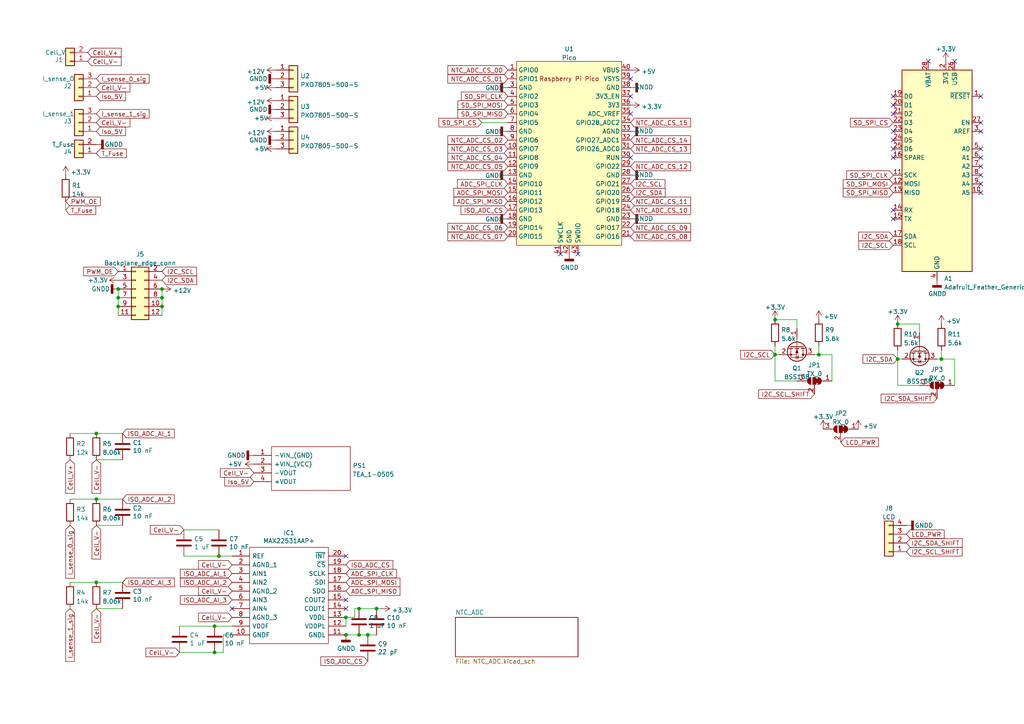
<source format=kicad_sch>
(kicad_sch (version 20211123) (generator eeschema)

  (uuid 682085ba-c6d6-40ee-a2ba-de7f3be1058d)

  (paper "A4")

  (lib_symbols
    (symbol "Connector_Generic:Conn_01x02" (pin_names (offset 1.016) hide) (in_bom yes) (on_board yes)
      (property "Reference" "J" (id 0) (at 0 2.54 0)
        (effects (font (size 1.27 1.27)))
      )
      (property "Value" "Conn_01x02" (id 1) (at 0 -5.08 0)
        (effects (font (size 1.27 1.27)))
      )
      (property "Footprint" "" (id 2) (at 0 0 0)
        (effects (font (size 1.27 1.27)) hide)
      )
      (property "Datasheet" "~" (id 3) (at 0 0 0)
        (effects (font (size 1.27 1.27)) hide)
      )
      (property "ki_keywords" "connector" (id 4) (at 0 0 0)
        (effects (font (size 1.27 1.27)) hide)
      )
      (property "ki_description" "Generic connector, single row, 01x02, script generated (kicad-library-utils/schlib/autogen/connector/)" (id 5) (at 0 0 0)
        (effects (font (size 1.27 1.27)) hide)
      )
      (property "ki_fp_filters" "Connector*:*_1x??_*" (id 6) (at 0 0 0)
        (effects (font (size 1.27 1.27)) hide)
      )
      (symbol "Conn_01x02_1_1"
        (rectangle (start -1.27 -2.413) (end 0 -2.667)
          (stroke (width 0.1524) (type default) (color 0 0 0 0))
          (fill (type none))
        )
        (rectangle (start -1.27 0.127) (end 0 -0.127)
          (stroke (width 0.1524) (type default) (color 0 0 0 0))
          (fill (type none))
        )
        (rectangle (start -1.27 1.27) (end 1.27 -3.81)
          (stroke (width 0.254) (type default) (color 0 0 0 0))
          (fill (type background))
        )
        (pin passive line (at -5.08 0 0) (length 3.81)
          (name "Pin_1" (effects (font (size 1.27 1.27))))
          (number "1" (effects (font (size 1.27 1.27))))
        )
        (pin passive line (at -5.08 -2.54 0) (length 3.81)
          (name "Pin_2" (effects (font (size 1.27 1.27))))
          (number "2" (effects (font (size 1.27 1.27))))
        )
      )
    )
    (symbol "Connector_Generic:Conn_01x03" (pin_names (offset 1.016) hide) (in_bom yes) (on_board yes)
      (property "Reference" "J" (id 0) (at 0 5.08 0)
        (effects (font (size 1.27 1.27)))
      )
      (property "Value" "Conn_01x03" (id 1) (at 0 -5.08 0)
        (effects (font (size 1.27 1.27)))
      )
      (property "Footprint" "" (id 2) (at 0 0 0)
        (effects (font (size 1.27 1.27)) hide)
      )
      (property "Datasheet" "~" (id 3) (at 0 0 0)
        (effects (font (size 1.27 1.27)) hide)
      )
      (property "ki_keywords" "connector" (id 4) (at 0 0 0)
        (effects (font (size 1.27 1.27)) hide)
      )
      (property "ki_description" "Generic connector, single row, 01x03, script generated (kicad-library-utils/schlib/autogen/connector/)" (id 5) (at 0 0 0)
        (effects (font (size 1.27 1.27)) hide)
      )
      (property "ki_fp_filters" "Connector*:*_1x??_*" (id 6) (at 0 0 0)
        (effects (font (size 1.27 1.27)) hide)
      )
      (symbol "Conn_01x03_1_1"
        (rectangle (start -1.27 -2.413) (end 0 -2.667)
          (stroke (width 0.1524) (type default) (color 0 0 0 0))
          (fill (type none))
        )
        (rectangle (start -1.27 0.127) (end 0 -0.127)
          (stroke (width 0.1524) (type default) (color 0 0 0 0))
          (fill (type none))
        )
        (rectangle (start -1.27 2.667) (end 0 2.413)
          (stroke (width 0.1524) (type default) (color 0 0 0 0))
          (fill (type none))
        )
        (rectangle (start -1.27 3.81) (end 1.27 -3.81)
          (stroke (width 0.254) (type default) (color 0 0 0 0))
          (fill (type background))
        )
        (pin passive line (at -5.08 2.54 0) (length 3.81)
          (name "Pin_1" (effects (font (size 1.27 1.27))))
          (number "1" (effects (font (size 1.27 1.27))))
        )
        (pin passive line (at -5.08 0 0) (length 3.81)
          (name "Pin_2" (effects (font (size 1.27 1.27))))
          (number "2" (effects (font (size 1.27 1.27))))
        )
        (pin passive line (at -5.08 -2.54 0) (length 3.81)
          (name "Pin_3" (effects (font (size 1.27 1.27))))
          (number "3" (effects (font (size 1.27 1.27))))
        )
      )
    )
    (symbol "Connector_Generic:Conn_01x04" (pin_names (offset 1.016) hide) (in_bom yes) (on_board yes)
      (property "Reference" "J" (id 0) (at 0 5.08 0)
        (effects (font (size 1.27 1.27)))
      )
      (property "Value" "Conn_01x04" (id 1) (at 0 -7.62 0)
        (effects (font (size 1.27 1.27)))
      )
      (property "Footprint" "" (id 2) (at 0 0 0)
        (effects (font (size 1.27 1.27)) hide)
      )
      (property "Datasheet" "~" (id 3) (at 0 0 0)
        (effects (font (size 1.27 1.27)) hide)
      )
      (property "ki_keywords" "connector" (id 4) (at 0 0 0)
        (effects (font (size 1.27 1.27)) hide)
      )
      (property "ki_description" "Generic connector, single row, 01x04, script generated (kicad-library-utils/schlib/autogen/connector/)" (id 5) (at 0 0 0)
        (effects (font (size 1.27 1.27)) hide)
      )
      (property "ki_fp_filters" "Connector*:*_1x??_*" (id 6) (at 0 0 0)
        (effects (font (size 1.27 1.27)) hide)
      )
      (symbol "Conn_01x04_1_1"
        (rectangle (start -1.27 -4.953) (end 0 -5.207)
          (stroke (width 0.1524) (type default) (color 0 0 0 0))
          (fill (type none))
        )
        (rectangle (start -1.27 -2.413) (end 0 -2.667)
          (stroke (width 0.1524) (type default) (color 0 0 0 0))
          (fill (type none))
        )
        (rectangle (start -1.27 0.127) (end 0 -0.127)
          (stroke (width 0.1524) (type default) (color 0 0 0 0))
          (fill (type none))
        )
        (rectangle (start -1.27 2.667) (end 0 2.413)
          (stroke (width 0.1524) (type default) (color 0 0 0 0))
          (fill (type none))
        )
        (rectangle (start -1.27 3.81) (end 1.27 -6.35)
          (stroke (width 0.254) (type default) (color 0 0 0 0))
          (fill (type background))
        )
        (pin passive line (at -5.08 2.54 0) (length 3.81)
          (name "Pin_1" (effects (font (size 1.27 1.27))))
          (number "1" (effects (font (size 1.27 1.27))))
        )
        (pin passive line (at -5.08 0 0) (length 3.81)
          (name "Pin_2" (effects (font (size 1.27 1.27))))
          (number "2" (effects (font (size 1.27 1.27))))
        )
        (pin passive line (at -5.08 -2.54 0) (length 3.81)
          (name "Pin_3" (effects (font (size 1.27 1.27))))
          (number "3" (effects (font (size 1.27 1.27))))
        )
        (pin passive line (at -5.08 -5.08 0) (length 3.81)
          (name "Pin_4" (effects (font (size 1.27 1.27))))
          (number "4" (effects (font (size 1.27 1.27))))
        )
      )
    )
    (symbol "Connector_Generic:Conn_02x06_Odd_Even" (pin_names (offset 1.016) hide) (in_bom yes) (on_board yes)
      (property "Reference" "J" (id 0) (at 1.27 7.62 0)
        (effects (font (size 1.27 1.27)))
      )
      (property "Value" "Conn_02x06_Odd_Even" (id 1) (at 1.27 -10.16 0)
        (effects (font (size 1.27 1.27)))
      )
      (property "Footprint" "" (id 2) (at 0 0 0)
        (effects (font (size 1.27 1.27)) hide)
      )
      (property "Datasheet" "~" (id 3) (at 0 0 0)
        (effects (font (size 1.27 1.27)) hide)
      )
      (property "ki_keywords" "connector" (id 4) (at 0 0 0)
        (effects (font (size 1.27 1.27)) hide)
      )
      (property "ki_description" "Generic connector, double row, 02x06, odd/even pin numbering scheme (row 1 odd numbers, row 2 even numbers), script generated (kicad-library-utils/schlib/autogen/connector/)" (id 5) (at 0 0 0)
        (effects (font (size 1.27 1.27)) hide)
      )
      (property "ki_fp_filters" "Connector*:*_2x??_*" (id 6) (at 0 0 0)
        (effects (font (size 1.27 1.27)) hide)
      )
      (symbol "Conn_02x06_Odd_Even_1_1"
        (rectangle (start -1.27 -7.493) (end 0 -7.747)
          (stroke (width 0.1524) (type default) (color 0 0 0 0))
          (fill (type none))
        )
        (rectangle (start -1.27 -4.953) (end 0 -5.207)
          (stroke (width 0.1524) (type default) (color 0 0 0 0))
          (fill (type none))
        )
        (rectangle (start -1.27 -2.413) (end 0 -2.667)
          (stroke (width 0.1524) (type default) (color 0 0 0 0))
          (fill (type none))
        )
        (rectangle (start -1.27 0.127) (end 0 -0.127)
          (stroke (width 0.1524) (type default) (color 0 0 0 0))
          (fill (type none))
        )
        (rectangle (start -1.27 2.667) (end 0 2.413)
          (stroke (width 0.1524) (type default) (color 0 0 0 0))
          (fill (type none))
        )
        (rectangle (start -1.27 5.207) (end 0 4.953)
          (stroke (width 0.1524) (type default) (color 0 0 0 0))
          (fill (type none))
        )
        (rectangle (start -1.27 6.35) (end 3.81 -8.89)
          (stroke (width 0.254) (type default) (color 0 0 0 0))
          (fill (type background))
        )
        (rectangle (start 3.81 -7.493) (end 2.54 -7.747)
          (stroke (width 0.1524) (type default) (color 0 0 0 0))
          (fill (type none))
        )
        (rectangle (start 3.81 -4.953) (end 2.54 -5.207)
          (stroke (width 0.1524) (type default) (color 0 0 0 0))
          (fill (type none))
        )
        (rectangle (start 3.81 -2.413) (end 2.54 -2.667)
          (stroke (width 0.1524) (type default) (color 0 0 0 0))
          (fill (type none))
        )
        (rectangle (start 3.81 0.127) (end 2.54 -0.127)
          (stroke (width 0.1524) (type default) (color 0 0 0 0))
          (fill (type none))
        )
        (rectangle (start 3.81 2.667) (end 2.54 2.413)
          (stroke (width 0.1524) (type default) (color 0 0 0 0))
          (fill (type none))
        )
        (rectangle (start 3.81 5.207) (end 2.54 4.953)
          (stroke (width 0.1524) (type default) (color 0 0 0 0))
          (fill (type none))
        )
        (pin passive line (at -5.08 5.08 0) (length 3.81)
          (name "Pin_1" (effects (font (size 1.27 1.27))))
          (number "1" (effects (font (size 1.27 1.27))))
        )
        (pin passive line (at 7.62 -5.08 180) (length 3.81)
          (name "Pin_10" (effects (font (size 1.27 1.27))))
          (number "10" (effects (font (size 1.27 1.27))))
        )
        (pin passive line (at -5.08 -7.62 0) (length 3.81)
          (name "Pin_11" (effects (font (size 1.27 1.27))))
          (number "11" (effects (font (size 1.27 1.27))))
        )
        (pin passive line (at 7.62 -7.62 180) (length 3.81)
          (name "Pin_12" (effects (font (size 1.27 1.27))))
          (number "12" (effects (font (size 1.27 1.27))))
        )
        (pin passive line (at 7.62 5.08 180) (length 3.81)
          (name "Pin_2" (effects (font (size 1.27 1.27))))
          (number "2" (effects (font (size 1.27 1.27))))
        )
        (pin passive line (at -5.08 2.54 0) (length 3.81)
          (name "Pin_3" (effects (font (size 1.27 1.27))))
          (number "3" (effects (font (size 1.27 1.27))))
        )
        (pin passive line (at 7.62 2.54 180) (length 3.81)
          (name "Pin_4" (effects (font (size 1.27 1.27))))
          (number "4" (effects (font (size 1.27 1.27))))
        )
        (pin passive line (at -5.08 0 0) (length 3.81)
          (name "Pin_5" (effects (font (size 1.27 1.27))))
          (number "5" (effects (font (size 1.27 1.27))))
        )
        (pin passive line (at 7.62 0 180) (length 3.81)
          (name "Pin_6" (effects (font (size 1.27 1.27))))
          (number "6" (effects (font (size 1.27 1.27))))
        )
        (pin passive line (at -5.08 -2.54 0) (length 3.81)
          (name "Pin_7" (effects (font (size 1.27 1.27))))
          (number "7" (effects (font (size 1.27 1.27))))
        )
        (pin passive line (at 7.62 -2.54 180) (length 3.81)
          (name "Pin_8" (effects (font (size 1.27 1.27))))
          (number "8" (effects (font (size 1.27 1.27))))
        )
        (pin passive line (at -5.08 -5.08 0) (length 3.81)
          (name "Pin_9" (effects (font (size 1.27 1.27))))
          (number "9" (effects (font (size 1.27 1.27))))
        )
      )
    )
    (symbol "Device:C" (pin_numbers hide) (pin_names (offset 0.254)) (in_bom yes) (on_board yes)
      (property "Reference" "C" (id 0) (at 0.635 2.54 0)
        (effects (font (size 1.27 1.27)) (justify left))
      )
      (property "Value" "C" (id 1) (at 0.635 -2.54 0)
        (effects (font (size 1.27 1.27)) (justify left))
      )
      (property "Footprint" "" (id 2) (at 0.9652 -3.81 0)
        (effects (font (size 1.27 1.27)) hide)
      )
      (property "Datasheet" "~" (id 3) (at 0 0 0)
        (effects (font (size 1.27 1.27)) hide)
      )
      (property "ki_keywords" "cap capacitor" (id 4) (at 0 0 0)
        (effects (font (size 1.27 1.27)) hide)
      )
      (property "ki_description" "Unpolarized capacitor" (id 5) (at 0 0 0)
        (effects (font (size 1.27 1.27)) hide)
      )
      (property "ki_fp_filters" "C_*" (id 6) (at 0 0 0)
        (effects (font (size 1.27 1.27)) hide)
      )
      (symbol "C_0_1"
        (polyline
          (pts
            (xy -2.032 -0.762)
            (xy 2.032 -0.762)
          )
          (stroke (width 0.508) (type default) (color 0 0 0 0))
          (fill (type none))
        )
        (polyline
          (pts
            (xy -2.032 0.762)
            (xy 2.032 0.762)
          )
          (stroke (width 0.508) (type default) (color 0 0 0 0))
          (fill (type none))
        )
      )
      (symbol "C_1_1"
        (pin passive line (at 0 3.81 270) (length 2.794)
          (name "~" (effects (font (size 1.27 1.27))))
          (number "1" (effects (font (size 1.27 1.27))))
        )
        (pin passive line (at 0 -3.81 90) (length 2.794)
          (name "~" (effects (font (size 1.27 1.27))))
          (number "2" (effects (font (size 1.27 1.27))))
        )
      )
    )
    (symbol "Device:R" (pin_numbers hide) (pin_names (offset 0)) (in_bom yes) (on_board yes)
      (property "Reference" "R" (id 0) (at 2.032 0 90)
        (effects (font (size 1.27 1.27)))
      )
      (property "Value" "R" (id 1) (at 0 0 90)
        (effects (font (size 1.27 1.27)))
      )
      (property "Footprint" "" (id 2) (at -1.778 0 90)
        (effects (font (size 1.27 1.27)) hide)
      )
      (property "Datasheet" "~" (id 3) (at 0 0 0)
        (effects (font (size 1.27 1.27)) hide)
      )
      (property "ki_keywords" "R res resistor" (id 4) (at 0 0 0)
        (effects (font (size 1.27 1.27)) hide)
      )
      (property "ki_description" "Resistor" (id 5) (at 0 0 0)
        (effects (font (size 1.27 1.27)) hide)
      )
      (property "ki_fp_filters" "R_*" (id 6) (at 0 0 0)
        (effects (font (size 1.27 1.27)) hide)
      )
      (symbol "R_0_1"
        (rectangle (start -1.016 -2.54) (end 1.016 2.54)
          (stroke (width 0.254) (type default) (color 0 0 0 0))
          (fill (type none))
        )
      )
      (symbol "R_1_1"
        (pin passive line (at 0 3.81 270) (length 1.27)
          (name "~" (effects (font (size 1.27 1.27))))
          (number "1" (effects (font (size 1.27 1.27))))
        )
        (pin passive line (at 0 -3.81 90) (length 1.27)
          (name "~" (effects (font (size 1.27 1.27))))
          (number "2" (effects (font (size 1.27 1.27))))
        )
      )
    )
    (symbol "Jumper:SolderJumper_3_Bridged12" (pin_names (offset 0) hide) (in_bom yes) (on_board yes)
      (property "Reference" "JP" (id 0) (at -2.54 -2.54 0)
        (effects (font (size 1.27 1.27)))
      )
      (property "Value" "SolderJumper_3_Bridged12" (id 1) (at 0 2.794 0)
        (effects (font (size 1.27 1.27)))
      )
      (property "Footprint" "" (id 2) (at 0 0 0)
        (effects (font (size 1.27 1.27)) hide)
      )
      (property "Datasheet" "~" (id 3) (at 0 0 0)
        (effects (font (size 1.27 1.27)) hide)
      )
      (property "ki_keywords" "Solder Jumper SPDT" (id 4) (at 0 0 0)
        (effects (font (size 1.27 1.27)) hide)
      )
      (property "ki_description" "3-pole Solder Jumper, pins 1+2 closed/bridged" (id 5) (at 0 0 0)
        (effects (font (size 1.27 1.27)) hide)
      )
      (property "ki_fp_filters" "SolderJumper*Bridged12*" (id 6) (at 0 0 0)
        (effects (font (size 1.27 1.27)) hide)
      )
      (symbol "SolderJumper_3_Bridged12_0_1"
        (rectangle (start -1.016 0.508) (end -0.508 -0.508)
          (stroke (width 0) (type default) (color 0 0 0 0))
          (fill (type outline))
        )
        (arc (start -1.016 1.016) (mid -2.032 0) (end -1.016 -1.016)
          (stroke (width 0) (type default) (color 0 0 0 0))
          (fill (type none))
        )
        (arc (start -1.016 1.016) (mid -2.032 0) (end -1.016 -1.016)
          (stroke (width 0) (type default) (color 0 0 0 0))
          (fill (type outline))
        )
        (rectangle (start -0.508 1.016) (end 0.508 -1.016)
          (stroke (width 0) (type default) (color 0 0 0 0))
          (fill (type outline))
        )
        (polyline
          (pts
            (xy -2.54 0)
            (xy -2.032 0)
          )
          (stroke (width 0) (type default) (color 0 0 0 0))
          (fill (type none))
        )
        (polyline
          (pts
            (xy -1.016 1.016)
            (xy -1.016 -1.016)
          )
          (stroke (width 0) (type default) (color 0 0 0 0))
          (fill (type none))
        )
        (polyline
          (pts
            (xy 0 -1.27)
            (xy 0 -1.016)
          )
          (stroke (width 0) (type default) (color 0 0 0 0))
          (fill (type none))
        )
        (polyline
          (pts
            (xy 1.016 1.016)
            (xy 1.016 -1.016)
          )
          (stroke (width 0) (type default) (color 0 0 0 0))
          (fill (type none))
        )
        (polyline
          (pts
            (xy 2.54 0)
            (xy 2.032 0)
          )
          (stroke (width 0) (type default) (color 0 0 0 0))
          (fill (type none))
        )
        (arc (start 1.016 -1.016) (mid 2.032 0) (end 1.016 1.016)
          (stroke (width 0) (type default) (color 0 0 0 0))
          (fill (type none))
        )
        (arc (start 1.016 -1.016) (mid 2.032 0) (end 1.016 1.016)
          (stroke (width 0) (type default) (color 0 0 0 0))
          (fill (type outline))
        )
      )
      (symbol "SolderJumper_3_Bridged12_1_1"
        (pin passive line (at -5.08 0 0) (length 2.54)
          (name "A" (effects (font (size 1.27 1.27))))
          (number "1" (effects (font (size 1.27 1.27))))
        )
        (pin passive line (at 0 -3.81 90) (length 2.54)
          (name "C" (effects (font (size 1.27 1.27))))
          (number "2" (effects (font (size 1.27 1.27))))
        )
        (pin passive line (at 5.08 0 180) (length 2.54)
          (name "B" (effects (font (size 1.27 1.27))))
          (number "3" (effects (font (size 1.27 1.27))))
        )
      )
    )
    (symbol "MCU_Module:Adafruit_Feather_Generic" (in_bom yes) (on_board yes)
      (property "Reference" "A" (id 0) (at -10.16 29.21 0)
        (effects (font (size 1.27 1.27)) (justify left))
      )
      (property "Value" "Adafruit_Feather_Generic" (id 1) (at 2.54 -31.75 0)
        (effects (font (size 1.27 1.27)) (justify left))
      )
      (property "Footprint" "Module:Adafruit_Feather" (id 2) (at 2.54 -34.29 0)
        (effects (font (size 1.27 1.27)) (justify left) hide)
      )
      (property "Datasheet" "https://cdn-learn.adafruit.com/downloads/pdf/adafruit-feather.pdf" (id 3) (at 0 -20.32 0)
        (effects (font (size 1.27 1.27)) hide)
      )
      (property "ki_keywords" "Adafruit feather microcontroller module" (id 4) (at 0 0 0)
        (effects (font (size 1.27 1.27)) hide)
      )
      (property "ki_description" "Microcontroller module in various flavor, generic symbol" (id 5) (at 0 0 0)
        (effects (font (size 1.27 1.27)) hide)
      )
      (property "ki_fp_filters" "Adafruit*Feather*" (id 6) (at 0 0 0)
        (effects (font (size 1.27 1.27)) hide)
      )
      (symbol "Adafruit_Feather_Generic_0_1"
        (rectangle (start -10.16 27.94) (end 10.16 -30.48)
          (stroke (width 0.254) (type default) (color 0 0 0 0))
          (fill (type background))
        )
      )
      (symbol "Adafruit_Feather_Generic_1_1"
        (pin input line (at 12.7 20.32 180) (length 2.54)
          (name "~{RESET}" (effects (font (size 1.27 1.27))))
          (number "1" (effects (font (size 1.27 1.27))))
        )
        (pin bidirectional line (at 12.7 -7.62 180) (length 2.54)
          (name "A5" (effects (font (size 1.27 1.27))))
          (number "10" (effects (font (size 1.27 1.27))))
        )
        (pin bidirectional line (at -12.7 -2.54 0) (length 2.54)
          (name "SCK" (effects (font (size 1.27 1.27))))
          (number "11" (effects (font (size 1.27 1.27))))
        )
        (pin bidirectional line (at -12.7 -5.08 0) (length 2.54)
          (name "MOSI" (effects (font (size 1.27 1.27))))
          (number "12" (effects (font (size 1.27 1.27))))
        )
        (pin bidirectional line (at -12.7 -7.62 0) (length 2.54)
          (name "MISO" (effects (font (size 1.27 1.27))))
          (number "13" (effects (font (size 1.27 1.27))))
        )
        (pin bidirectional line (at -12.7 -12.7 0) (length 2.54)
          (name "RX" (effects (font (size 1.27 1.27))))
          (number "14" (effects (font (size 1.27 1.27))))
        )
        (pin bidirectional line (at -12.7 -15.24 0) (length 2.54)
          (name "TX" (effects (font (size 1.27 1.27))))
          (number "15" (effects (font (size 1.27 1.27))))
        )
        (pin bidirectional line (at -12.7 2.54 0) (length 2.54)
          (name "SPARE" (effects (font (size 1.27 1.27))))
          (number "16" (effects (font (size 1.27 1.27))))
        )
        (pin bidirectional line (at -12.7 -20.32 0) (length 2.54)
          (name "SDA" (effects (font (size 1.27 1.27))))
          (number "17" (effects (font (size 1.27 1.27))))
        )
        (pin bidirectional line (at -12.7 -22.86 0) (length 2.54)
          (name "SCL" (effects (font (size 1.27 1.27))))
          (number "18" (effects (font (size 1.27 1.27))))
        )
        (pin bidirectional line (at -12.7 20.32 0) (length 2.54)
          (name "D0" (effects (font (size 1.27 1.27))))
          (number "19" (effects (font (size 1.27 1.27))))
        )
        (pin power_in line (at 2.54 30.48 270) (length 2.54)
          (name "3V3" (effects (font (size 1.27 1.27))))
          (number "2" (effects (font (size 1.27 1.27))))
        )
        (pin bidirectional line (at -12.7 17.78 0) (length 2.54)
          (name "D1" (effects (font (size 1.27 1.27))))
          (number "20" (effects (font (size 1.27 1.27))))
        )
        (pin bidirectional line (at -12.7 15.24 0) (length 2.54)
          (name "D2" (effects (font (size 1.27 1.27))))
          (number "21" (effects (font (size 1.27 1.27))))
        )
        (pin bidirectional line (at -12.7 12.7 0) (length 2.54)
          (name "D3" (effects (font (size 1.27 1.27))))
          (number "22" (effects (font (size 1.27 1.27))))
        )
        (pin bidirectional line (at -12.7 10.16 0) (length 2.54)
          (name "D4" (effects (font (size 1.27 1.27))))
          (number "23" (effects (font (size 1.27 1.27))))
        )
        (pin bidirectional line (at -12.7 7.62 0) (length 2.54)
          (name "D5" (effects (font (size 1.27 1.27))))
          (number "24" (effects (font (size 1.27 1.27))))
        )
        (pin bidirectional line (at -12.7 5.08 0) (length 2.54)
          (name "D6" (effects (font (size 1.27 1.27))))
          (number "25" (effects (font (size 1.27 1.27))))
        )
        (pin power_in line (at 5.08 30.48 270) (length 2.54)
          (name "USB" (effects (font (size 1.27 1.27))))
          (number "26" (effects (font (size 1.27 1.27))))
        )
        (pin input line (at 12.7 12.7 180) (length 2.54)
          (name "EN" (effects (font (size 1.27 1.27))))
          (number "27" (effects (font (size 1.27 1.27))))
        )
        (pin power_in line (at -2.54 30.48 270) (length 2.54)
          (name "VBAT" (effects (font (size 1.27 1.27))))
          (number "28" (effects (font (size 1.27 1.27))))
        )
        (pin input line (at 12.7 10.16 180) (length 2.54)
          (name "AREF" (effects (font (size 1.27 1.27))))
          (number "3" (effects (font (size 1.27 1.27))))
        )
        (pin power_in line (at 0 -33.02 90) (length 2.54)
          (name "GND" (effects (font (size 1.27 1.27))))
          (number "4" (effects (font (size 1.27 1.27))))
        )
        (pin bidirectional line (at 12.7 5.08 180) (length 2.54)
          (name "A0" (effects (font (size 1.27 1.27))))
          (number "5" (effects (font (size 1.27 1.27))))
        )
        (pin bidirectional line (at 12.7 2.54 180) (length 2.54)
          (name "A1" (effects (font (size 1.27 1.27))))
          (number "6" (effects (font (size 1.27 1.27))))
        )
        (pin bidirectional line (at 12.7 0 180) (length 2.54)
          (name "A2" (effects (font (size 1.27 1.27))))
          (number "7" (effects (font (size 1.27 1.27))))
        )
        (pin bidirectional line (at 12.7 -2.54 180) (length 2.54)
          (name "A3" (effects (font (size 1.27 1.27))))
          (number "8" (effects (font (size 1.27 1.27))))
        )
        (pin bidirectional line (at 12.7 -5.08 180) (length 2.54)
          (name "A4" (effects (font (size 1.27 1.27))))
          (number "9" (effects (font (size 1.27 1.27))))
        )
      )
    )
    (symbol "MCU_RaspberryPi_and_Boards:Pico" (in_bom yes) (on_board yes)
      (property "Reference" "U" (id 0) (at -13.97 27.94 0)
        (effects (font (size 1.27 1.27)))
      )
      (property "Value" "Pico" (id 1) (at 0 19.05 0)
        (effects (font (size 1.27 1.27)))
      )
      (property "Footprint" "RPi_Pico:RPi_Pico_SMD_TH" (id 2) (at 0 0 90)
        (effects (font (size 1.27 1.27)) hide)
      )
      (property "Datasheet" "" (id 3) (at 0 0 0)
        (effects (font (size 1.27 1.27)) hide)
      )
      (symbol "Pico_0_0"
        (text "Raspberry Pi Pico" (at 0 21.59 0)
          (effects (font (size 1.27 1.27)))
        )
      )
      (symbol "Pico_0_1"
        (rectangle (start -15.24 26.67) (end 15.24 -26.67)
          (stroke (width 0) (type default) (color 0 0 0 0))
          (fill (type background))
        )
      )
      (symbol "Pico_1_1"
        (pin bidirectional line (at -17.78 24.13 0) (length 2.54)
          (name "GPIO0" (effects (font (size 1.27 1.27))))
          (number "1" (effects (font (size 1.27 1.27))))
        )
        (pin bidirectional line (at -17.78 1.27 0) (length 2.54)
          (name "GPIO7" (effects (font (size 1.27 1.27))))
          (number "10" (effects (font (size 1.27 1.27))))
        )
        (pin bidirectional line (at -17.78 -1.27 0) (length 2.54)
          (name "GPIO8" (effects (font (size 1.27 1.27))))
          (number "11" (effects (font (size 1.27 1.27))))
        )
        (pin bidirectional line (at -17.78 -3.81 0) (length 2.54)
          (name "GPIO9" (effects (font (size 1.27 1.27))))
          (number "12" (effects (font (size 1.27 1.27))))
        )
        (pin power_in line (at -17.78 -6.35 0) (length 2.54)
          (name "GND" (effects (font (size 1.27 1.27))))
          (number "13" (effects (font (size 1.27 1.27))))
        )
        (pin bidirectional line (at -17.78 -8.89 0) (length 2.54)
          (name "GPIO10" (effects (font (size 1.27 1.27))))
          (number "14" (effects (font (size 1.27 1.27))))
        )
        (pin bidirectional line (at -17.78 -11.43 0) (length 2.54)
          (name "GPIO11" (effects (font (size 1.27 1.27))))
          (number "15" (effects (font (size 1.27 1.27))))
        )
        (pin bidirectional line (at -17.78 -13.97 0) (length 2.54)
          (name "GPIO12" (effects (font (size 1.27 1.27))))
          (number "16" (effects (font (size 1.27 1.27))))
        )
        (pin bidirectional line (at -17.78 -16.51 0) (length 2.54)
          (name "GPIO13" (effects (font (size 1.27 1.27))))
          (number "17" (effects (font (size 1.27 1.27))))
        )
        (pin power_in line (at -17.78 -19.05 0) (length 2.54)
          (name "GND" (effects (font (size 1.27 1.27))))
          (number "18" (effects (font (size 1.27 1.27))))
        )
        (pin bidirectional line (at -17.78 -21.59 0) (length 2.54)
          (name "GPIO14" (effects (font (size 1.27 1.27))))
          (number "19" (effects (font (size 1.27 1.27))))
        )
        (pin bidirectional line (at -17.78 21.59 0) (length 2.54)
          (name "GPIO1" (effects (font (size 1.27 1.27))))
          (number "2" (effects (font (size 1.27 1.27))))
        )
        (pin bidirectional line (at -17.78 -24.13 0) (length 2.54)
          (name "GPIO15" (effects (font (size 1.27 1.27))))
          (number "20" (effects (font (size 1.27 1.27))))
        )
        (pin bidirectional line (at 17.78 -24.13 180) (length 2.54)
          (name "GPIO16" (effects (font (size 1.27 1.27))))
          (number "21" (effects (font (size 1.27 1.27))))
        )
        (pin bidirectional line (at 17.78 -21.59 180) (length 2.54)
          (name "GPIO17" (effects (font (size 1.27 1.27))))
          (number "22" (effects (font (size 1.27 1.27))))
        )
        (pin power_in line (at 17.78 -19.05 180) (length 2.54)
          (name "GND" (effects (font (size 1.27 1.27))))
          (number "23" (effects (font (size 1.27 1.27))))
        )
        (pin bidirectional line (at 17.78 -16.51 180) (length 2.54)
          (name "GPIO18" (effects (font (size 1.27 1.27))))
          (number "24" (effects (font (size 1.27 1.27))))
        )
        (pin bidirectional line (at 17.78 -13.97 180) (length 2.54)
          (name "GPIO19" (effects (font (size 1.27 1.27))))
          (number "25" (effects (font (size 1.27 1.27))))
        )
        (pin bidirectional line (at 17.78 -11.43 180) (length 2.54)
          (name "GPIO20" (effects (font (size 1.27 1.27))))
          (number "26" (effects (font (size 1.27 1.27))))
        )
        (pin bidirectional line (at 17.78 -8.89 180) (length 2.54)
          (name "GPIO21" (effects (font (size 1.27 1.27))))
          (number "27" (effects (font (size 1.27 1.27))))
        )
        (pin power_in line (at 17.78 -6.35 180) (length 2.54)
          (name "GND" (effects (font (size 1.27 1.27))))
          (number "28" (effects (font (size 1.27 1.27))))
        )
        (pin bidirectional line (at 17.78 -3.81 180) (length 2.54)
          (name "GPIO22" (effects (font (size 1.27 1.27))))
          (number "29" (effects (font (size 1.27 1.27))))
        )
        (pin power_in line (at -17.78 19.05 0) (length 2.54)
          (name "GND" (effects (font (size 1.27 1.27))))
          (number "3" (effects (font (size 1.27 1.27))))
        )
        (pin input line (at 17.78 -1.27 180) (length 2.54)
          (name "RUN" (effects (font (size 1.27 1.27))))
          (number "30" (effects (font (size 1.27 1.27))))
        )
        (pin bidirectional line (at 17.78 1.27 180) (length 2.54)
          (name "GPIO26_ADC0" (effects (font (size 1.27 1.27))))
          (number "31" (effects (font (size 1.27 1.27))))
        )
        (pin bidirectional line (at 17.78 3.81 180) (length 2.54)
          (name "GPIO27_ADC1" (effects (font (size 1.27 1.27))))
          (number "32" (effects (font (size 1.27 1.27))))
        )
        (pin power_in line (at 17.78 6.35 180) (length 2.54)
          (name "AGND" (effects (font (size 1.27 1.27))))
          (number "33" (effects (font (size 1.27 1.27))))
        )
        (pin bidirectional line (at 17.78 8.89 180) (length 2.54)
          (name "GPIO28_ADC2" (effects (font (size 1.27 1.27))))
          (number "34" (effects (font (size 1.27 1.27))))
        )
        (pin power_in line (at 17.78 11.43 180) (length 2.54)
          (name "ADC_VREF" (effects (font (size 1.27 1.27))))
          (number "35" (effects (font (size 1.27 1.27))))
        )
        (pin power_in line (at 17.78 13.97 180) (length 2.54)
          (name "3V3" (effects (font (size 1.27 1.27))))
          (number "36" (effects (font (size 1.27 1.27))))
        )
        (pin input line (at 17.78 16.51 180) (length 2.54)
          (name "3V3_EN" (effects (font (size 1.27 1.27))))
          (number "37" (effects (font (size 1.27 1.27))))
        )
        (pin bidirectional line (at 17.78 19.05 180) (length 2.54)
          (name "GND" (effects (font (size 1.27 1.27))))
          (number "38" (effects (font (size 1.27 1.27))))
        )
        (pin power_in line (at 17.78 21.59 180) (length 2.54)
          (name "VSYS" (effects (font (size 1.27 1.27))))
          (number "39" (effects (font (size 1.27 1.27))))
        )
        (pin bidirectional line (at -17.78 16.51 0) (length 2.54)
          (name "GPIO2" (effects (font (size 1.27 1.27))))
          (number "4" (effects (font (size 1.27 1.27))))
        )
        (pin power_in line (at 17.78 24.13 180) (length 2.54)
          (name "VBUS" (effects (font (size 1.27 1.27))))
          (number "40" (effects (font (size 1.27 1.27))))
        )
        (pin input line (at -2.54 -29.21 90) (length 2.54)
          (name "SWCLK" (effects (font (size 1.27 1.27))))
          (number "41" (effects (font (size 1.27 1.27))))
        )
        (pin power_in line (at 0 -29.21 90) (length 2.54)
          (name "GND" (effects (font (size 1.27 1.27))))
          (number "42" (effects (font (size 1.27 1.27))))
        )
        (pin bidirectional line (at 2.54 -29.21 90) (length 2.54)
          (name "SWDIO" (effects (font (size 1.27 1.27))))
          (number "43" (effects (font (size 1.27 1.27))))
        )
        (pin bidirectional line (at -17.78 13.97 0) (length 2.54)
          (name "GPIO3" (effects (font (size 1.27 1.27))))
          (number "5" (effects (font (size 1.27 1.27))))
        )
        (pin bidirectional line (at -17.78 11.43 0) (length 2.54)
          (name "GPIO4" (effects (font (size 1.27 1.27))))
          (number "6" (effects (font (size 1.27 1.27))))
        )
        (pin bidirectional line (at -17.78 8.89 0) (length 2.54)
          (name "GPIO5" (effects (font (size 1.27 1.27))))
          (number "7" (effects (font (size 1.27 1.27))))
        )
        (pin power_in line (at -17.78 6.35 0) (length 2.54)
          (name "GND" (effects (font (size 1.27 1.27))))
          (number "8" (effects (font (size 1.27 1.27))))
        )
        (pin bidirectional line (at -17.78 3.81 0) (length 2.54)
          (name "GPIO6" (effects (font (size 1.27 1.27))))
          (number "9" (effects (font (size 1.27 1.27))))
        )
      )
    )
    (symbol "SamacSys_Parts:TEA_1-0505" (pin_names (offset 0.762)) (in_bom yes) (on_board yes)
      (property "Reference" "PS" (id 0) (at 29.21 7.62 0)
        (effects (font (size 1.27 1.27)) (justify left))
      )
      (property "Value" "TEA_1-0505" (id 1) (at 29.21 5.08 0)
        (effects (font (size 1.27 1.27)) (justify left))
      )
      (property "Footprint" "TEA10505" (id 2) (at 29.21 2.54 0)
        (effects (font (size 1.27 1.27)) (justify left) hide)
      )
      (property "Datasheet" "https://tracopower.com/tea1-datasheet/" (id 3) (at 29.21 0 0)
        (effects (font (size 1.27 1.27)) (justify left) hide)
      )
      (property "Description" "1 Watt DC/DC converter, industrial, +/-10% input, unregulated, highly cost efficient, encapsulated, SIP-4" (id 4) (at 29.21 -2.54 0)
        (effects (font (size 1.27 1.27)) (justify left) hide)
      )
      (property "Height" "10.15" (id 5) (at 29.21 -5.08 0)
        (effects (font (size 1.27 1.27)) (justify left) hide)
      )
      (property "Mouser Part Number" "495-TEA1-0505" (id 6) (at 29.21 -7.62 0)
        (effects (font (size 1.27 1.27)) (justify left) hide)
      )
      (property "Mouser Price/Stock" "https://www.mouser.co.uk/ProductDetail/TRACO-Power/TEA-1-0505?qs=GedFDFLaBXEYm9Nac0%2F18A%3D%3D" (id 7) (at 29.21 -10.16 0)
        (effects (font (size 1.27 1.27)) (justify left) hide)
      )
      (property "Manufacturer_Name" "Traco Power" (id 8) (at 29.21 -12.7 0)
        (effects (font (size 1.27 1.27)) (justify left) hide)
      )
      (property "Manufacturer_Part_Number" "TEA 1-0505" (id 9) (at 29.21 -15.24 0)
        (effects (font (size 1.27 1.27)) (justify left) hide)
      )
      (symbol "TEA_1-0505_0_0"
        (pin passive line (at 0 0 0) (length 5.08)
          (name "-VIN_(GND)" (effects (font (size 1.27 1.27))))
          (number "1" (effects (font (size 1.27 1.27))))
        )
        (pin passive line (at 0 -2.54 0) (length 5.08)
          (name "+VIN_(VCC)" (effects (font (size 1.27 1.27))))
          (number "2" (effects (font (size 1.27 1.27))))
        )
        (pin passive line (at 0 -5.08 0) (length 5.08)
          (name "-VOUT" (effects (font (size 1.27 1.27))))
          (number "3" (effects (font (size 1.27 1.27))))
        )
        (pin passive line (at 0 -7.62 0) (length 5.08)
          (name "+VOUT" (effects (font (size 1.27 1.27))))
          (number "4" (effects (font (size 1.27 1.27))))
        )
      )
      (symbol "TEA_1-0505_0_1"
        (polyline
          (pts
            (xy 5.08 2.54)
            (xy 27.94 2.54)
            (xy 27.94 -10.16)
            (xy 5.08 -10.16)
            (xy 5.08 2.54)
          )
          (stroke (width 0.1524) (type default) (color 0 0 0 0))
          (fill (type none))
        )
      )
    )
    (symbol "Transistor_FET:BSS138" (pin_names hide) (in_bom yes) (on_board yes)
      (property "Reference" "Q" (id 0) (at 5.08 1.905 0)
        (effects (font (size 1.27 1.27)) (justify left))
      )
      (property "Value" "BSS138" (id 1) (at 5.08 0 0)
        (effects (font (size 1.27 1.27)) (justify left))
      )
      (property "Footprint" "Package_TO_SOT_SMD:SOT-23" (id 2) (at 5.08 -1.905 0)
        (effects (font (size 1.27 1.27) italic) (justify left) hide)
      )
      (property "Datasheet" "https://www.onsemi.com/pub/Collateral/BSS138-D.PDF" (id 3) (at 0 0 0)
        (effects (font (size 1.27 1.27)) (justify left) hide)
      )
      (property "ki_keywords" "N-Channel MOSFET" (id 4) (at 0 0 0)
        (effects (font (size 1.27 1.27)) hide)
      )
      (property "ki_description" "50V Vds, 0.22A Id, N-Channel MOSFET, SOT-23" (id 5) (at 0 0 0)
        (effects (font (size 1.27 1.27)) hide)
      )
      (property "ki_fp_filters" "SOT?23*" (id 6) (at 0 0 0)
        (effects (font (size 1.27 1.27)) hide)
      )
      (symbol "BSS138_0_1"
        (polyline
          (pts
            (xy 0.254 0)
            (xy -2.54 0)
          )
          (stroke (width 0) (type default) (color 0 0 0 0))
          (fill (type none))
        )
        (polyline
          (pts
            (xy 0.254 1.905)
            (xy 0.254 -1.905)
          )
          (stroke (width 0.254) (type default) (color 0 0 0 0))
          (fill (type none))
        )
        (polyline
          (pts
            (xy 0.762 -1.27)
            (xy 0.762 -2.286)
          )
          (stroke (width 0.254) (type default) (color 0 0 0 0))
          (fill (type none))
        )
        (polyline
          (pts
            (xy 0.762 0.508)
            (xy 0.762 -0.508)
          )
          (stroke (width 0.254) (type default) (color 0 0 0 0))
          (fill (type none))
        )
        (polyline
          (pts
            (xy 0.762 2.286)
            (xy 0.762 1.27)
          )
          (stroke (width 0.254) (type default) (color 0 0 0 0))
          (fill (type none))
        )
        (polyline
          (pts
            (xy 2.54 2.54)
            (xy 2.54 1.778)
          )
          (stroke (width 0) (type default) (color 0 0 0 0))
          (fill (type none))
        )
        (polyline
          (pts
            (xy 2.54 -2.54)
            (xy 2.54 0)
            (xy 0.762 0)
          )
          (stroke (width 0) (type default) (color 0 0 0 0))
          (fill (type none))
        )
        (polyline
          (pts
            (xy 0.762 -1.778)
            (xy 3.302 -1.778)
            (xy 3.302 1.778)
            (xy 0.762 1.778)
          )
          (stroke (width 0) (type default) (color 0 0 0 0))
          (fill (type none))
        )
        (polyline
          (pts
            (xy 1.016 0)
            (xy 2.032 0.381)
            (xy 2.032 -0.381)
            (xy 1.016 0)
          )
          (stroke (width 0) (type default) (color 0 0 0 0))
          (fill (type outline))
        )
        (polyline
          (pts
            (xy 2.794 0.508)
            (xy 2.921 0.381)
            (xy 3.683 0.381)
            (xy 3.81 0.254)
          )
          (stroke (width 0) (type default) (color 0 0 0 0))
          (fill (type none))
        )
        (polyline
          (pts
            (xy 3.302 0.381)
            (xy 2.921 -0.254)
            (xy 3.683 -0.254)
            (xy 3.302 0.381)
          )
          (stroke (width 0) (type default) (color 0 0 0 0))
          (fill (type none))
        )
        (circle (center 1.651 0) (radius 2.794)
          (stroke (width 0.254) (type default) (color 0 0 0 0))
          (fill (type none))
        )
        (circle (center 2.54 -1.778) (radius 0.254)
          (stroke (width 0) (type default) (color 0 0 0 0))
          (fill (type outline))
        )
        (circle (center 2.54 1.778) (radius 0.254)
          (stroke (width 0) (type default) (color 0 0 0 0))
          (fill (type outline))
        )
      )
      (symbol "BSS138_1_1"
        (pin input line (at -5.08 0 0) (length 2.54)
          (name "G" (effects (font (size 1.27 1.27))))
          (number "1" (effects (font (size 1.27 1.27))))
        )
        (pin passive line (at 2.54 -5.08 90) (length 2.54)
          (name "S" (effects (font (size 1.27 1.27))))
          (number "2" (effects (font (size 1.27 1.27))))
        )
        (pin passive line (at 2.54 5.08 270) (length 2.54)
          (name "D" (effects (font (size 1.27 1.27))))
          (number "3" (effects (font (size 1.27 1.27))))
        )
      )
    )
    (symbol "iso_adc_cvm-rescue:MAX22531AAP+-SamacSys_Parts" (pin_names (offset 0.762)) (in_bom yes) (on_board yes)
      (property "Reference" "IC" (id 0) (at 29.21 7.62 0)
        (effects (font (size 1.27 1.27)) (justify left))
      )
      (property "Value" "MAX22531AAP+-SamacSys_Parts" (id 1) (at 29.21 5.08 0)
        (effects (font (size 1.27 1.27)) (justify left))
      )
      (property "Footprint" "SOP65P778X199-20N" (id 2) (at 29.21 2.54 0)
        (effects (font (size 1.27 1.27)) (justify left) hide)
      )
      (property "Datasheet" "https://datasheets.maximintegrated.com/en/ds/MAX22530.pdf" (id 3) (at 29.21 0 0)
        (effects (font (size 1.27 1.27)) (justify left) hide)
      )
      (property "Description" "Field-Side Self-Powered, 4-Channel, 12-bit, Isolated ADC, 20-pin SSOP" (id 4) (at 29.21 -2.54 0)
        (effects (font (size 1.27 1.27)) (justify left) hide)
      )
      (property "Height" "1.99" (id 5) (at 29.21 -5.08 0)
        (effects (font (size 1.27 1.27)) (justify left) hide)
      )
      (property "Mouser Part Number" "700-MAX22531AAP+" (id 6) (at 29.21 -7.62 0)
        (effects (font (size 1.27 1.27)) (justify left) hide)
      )
      (property "Mouser Price/Stock" "https://www.mouser.co.uk/ProductDetail/Maxim-Integrated/MAX22531AAP%2b?qs=doiCPypUmgFZ7xzUXZ7H2g%3D%3D" (id 7) (at 29.21 -10.16 0)
        (effects (font (size 1.27 1.27)) (justify left) hide)
      )
      (property "Manufacturer_Name" "Maxim Integrated" (id 8) (at 29.21 -12.7 0)
        (effects (font (size 1.27 1.27)) (justify left) hide)
      )
      (property "Manufacturer_Part_Number" "MAX22531AAP+" (id 9) (at 29.21 -15.24 0)
        (effects (font (size 1.27 1.27)) (justify left) hide)
      )
      (symbol "MAX22531AAP+-SamacSys_Parts_0_0"
        (pin passive line (at 0 0 0) (length 5.08)
          (name "REF" (effects (font (size 1.27 1.27))))
          (number "1" (effects (font (size 1.27 1.27))))
        )
        (pin passive line (at 0 -22.86 0) (length 5.08)
          (name "GNDF" (effects (font (size 1.27 1.27))))
          (number "10" (effects (font (size 1.27 1.27))))
        )
        (pin passive line (at 33.02 -22.86 180) (length 5.08)
          (name "GNDL" (effects (font (size 1.27 1.27))))
          (number "11" (effects (font (size 1.27 1.27))))
        )
        (pin passive line (at 33.02 -20.32 180) (length 5.08)
          (name "VDDPL" (effects (font (size 1.27 1.27))))
          (number "12" (effects (font (size 1.27 1.27))))
        )
        (pin passive line (at 33.02 -17.78 180) (length 5.08)
          (name "VDDL" (effects (font (size 1.27 1.27))))
          (number "13" (effects (font (size 1.27 1.27))))
        )
        (pin passive line (at 33.02 -15.24 180) (length 5.08)
          (name "COUT1" (effects (font (size 1.27 1.27))))
          (number "14" (effects (font (size 1.27 1.27))))
        )
        (pin passive line (at 33.02 -12.7 180) (length 5.08)
          (name "COUT2" (effects (font (size 1.27 1.27))))
          (number "15" (effects (font (size 1.27 1.27))))
        )
        (pin passive line (at 33.02 -10.16 180) (length 5.08)
          (name "SDO" (effects (font (size 1.27 1.27))))
          (number "16" (effects (font (size 1.27 1.27))))
        )
        (pin passive line (at 33.02 -7.62 180) (length 5.08)
          (name "SDI" (effects (font (size 1.27 1.27))))
          (number "17" (effects (font (size 1.27 1.27))))
        )
        (pin passive line (at 33.02 -5.08 180) (length 5.08)
          (name "SCLK" (effects (font (size 1.27 1.27))))
          (number "18" (effects (font (size 1.27 1.27))))
        )
        (pin passive line (at 33.02 -2.54 180) (length 5.08)
          (name "~{CS}" (effects (font (size 1.27 1.27))))
          (number "19" (effects (font (size 1.27 1.27))))
        )
        (pin passive line (at 0 -2.54 0) (length 5.08)
          (name "AGND_1" (effects (font (size 1.27 1.27))))
          (number "2" (effects (font (size 1.27 1.27))))
        )
        (pin passive line (at 33.02 0 180) (length 5.08)
          (name "~{INT}" (effects (font (size 1.27 1.27))))
          (number "20" (effects (font (size 1.27 1.27))))
        )
        (pin passive line (at 0 -5.08 0) (length 5.08)
          (name "AIN1" (effects (font (size 1.27 1.27))))
          (number "3" (effects (font (size 1.27 1.27))))
        )
        (pin passive line (at 0 -7.62 0) (length 5.08)
          (name "AIN2" (effects (font (size 1.27 1.27))))
          (number "4" (effects (font (size 1.27 1.27))))
        )
        (pin passive line (at 0 -10.16 0) (length 5.08)
          (name "AGND_2" (effects (font (size 1.27 1.27))))
          (number "5" (effects (font (size 1.27 1.27))))
        )
        (pin passive line (at 0 -12.7 0) (length 5.08)
          (name "AIN3" (effects (font (size 1.27 1.27))))
          (number "6" (effects (font (size 1.27 1.27))))
        )
        (pin passive line (at 0 -15.24 0) (length 5.08)
          (name "AIN4" (effects (font (size 1.27 1.27))))
          (number "7" (effects (font (size 1.27 1.27))))
        )
        (pin passive line (at 0 -17.78 0) (length 5.08)
          (name "AGND_3" (effects (font (size 1.27 1.27))))
          (number "8" (effects (font (size 1.27 1.27))))
        )
        (pin passive line (at 0 -20.32 0) (length 5.08)
          (name "VDDF" (effects (font (size 1.27 1.27))))
          (number "9" (effects (font (size 1.27 1.27))))
        )
      )
      (symbol "MAX22531AAP+-SamacSys_Parts_0_1"
        (polyline
          (pts
            (xy 5.08 2.54)
            (xy 27.94 2.54)
            (xy 27.94 -25.4)
            (xy 5.08 -25.4)
            (xy 5.08 2.54)
          )
          (stroke (width 0.1524) (type default) (color 0 0 0 0))
          (fill (type none))
        )
      )
    )
    (symbol "power:+12V" (power) (pin_names (offset 0)) (in_bom yes) (on_board yes)
      (property "Reference" "#PWR" (id 0) (at 0 -3.81 0)
        (effects (font (size 1.27 1.27)) hide)
      )
      (property "Value" "+12V" (id 1) (at 0 3.556 0)
        (effects (font (size 1.27 1.27)))
      )
      (property "Footprint" "" (id 2) (at 0 0 0)
        (effects (font (size 1.27 1.27)) hide)
      )
      (property "Datasheet" "" (id 3) (at 0 0 0)
        (effects (font (size 1.27 1.27)) hide)
      )
      (property "ki_keywords" "power-flag" (id 4) (at 0 0 0)
        (effects (font (size 1.27 1.27)) hide)
      )
      (property "ki_description" "Power symbol creates a global label with name \"+12V\"" (id 5) (at 0 0 0)
        (effects (font (size 1.27 1.27)) hide)
      )
      (symbol "+12V_0_1"
        (polyline
          (pts
            (xy -0.762 1.27)
            (xy 0 2.54)
          )
          (stroke (width 0) (type default) (color 0 0 0 0))
          (fill (type none))
        )
        (polyline
          (pts
            (xy 0 0)
            (xy 0 2.54)
          )
          (stroke (width 0) (type default) (color 0 0 0 0))
          (fill (type none))
        )
        (polyline
          (pts
            (xy 0 2.54)
            (xy 0.762 1.27)
          )
          (stroke (width 0) (type default) (color 0 0 0 0))
          (fill (type none))
        )
      )
      (symbol "+12V_1_1"
        (pin power_in line (at 0 0 90) (length 0) hide
          (name "+12V" (effects (font (size 1.27 1.27))))
          (number "1" (effects (font (size 1.27 1.27))))
        )
      )
    )
    (symbol "power:+3.3V" (power) (pin_names (offset 0)) (in_bom yes) (on_board yes)
      (property "Reference" "#PWR" (id 0) (at 0 -3.81 0)
        (effects (font (size 1.27 1.27)) hide)
      )
      (property "Value" "+3.3V" (id 1) (at 0 3.556 0)
        (effects (font (size 1.27 1.27)))
      )
      (property "Footprint" "" (id 2) (at 0 0 0)
        (effects (font (size 1.27 1.27)) hide)
      )
      (property "Datasheet" "" (id 3) (at 0 0 0)
        (effects (font (size 1.27 1.27)) hide)
      )
      (property "ki_keywords" "power-flag" (id 4) (at 0 0 0)
        (effects (font (size 1.27 1.27)) hide)
      )
      (property "ki_description" "Power symbol creates a global label with name \"+3.3V\"" (id 5) (at 0 0 0)
        (effects (font (size 1.27 1.27)) hide)
      )
      (symbol "+3.3V_0_1"
        (polyline
          (pts
            (xy -0.762 1.27)
            (xy 0 2.54)
          )
          (stroke (width 0) (type default) (color 0 0 0 0))
          (fill (type none))
        )
        (polyline
          (pts
            (xy 0 0)
            (xy 0 2.54)
          )
          (stroke (width 0) (type default) (color 0 0 0 0))
          (fill (type none))
        )
        (polyline
          (pts
            (xy 0 2.54)
            (xy 0.762 1.27)
          )
          (stroke (width 0) (type default) (color 0 0 0 0))
          (fill (type none))
        )
      )
      (symbol "+3.3V_1_1"
        (pin power_in line (at 0 0 90) (length 0) hide
          (name "+3.3V" (effects (font (size 1.27 1.27))))
          (number "1" (effects (font (size 1.27 1.27))))
        )
      )
    )
    (symbol "power:+5V" (power) (pin_names (offset 0)) (in_bom yes) (on_board yes)
      (property "Reference" "#PWR" (id 0) (at 0 -3.81 0)
        (effects (font (size 1.27 1.27)) hide)
      )
      (property "Value" "+5V" (id 1) (at 0 3.556 0)
        (effects (font (size 1.27 1.27)))
      )
      (property "Footprint" "" (id 2) (at 0 0 0)
        (effects (font (size 1.27 1.27)) hide)
      )
      (property "Datasheet" "" (id 3) (at 0 0 0)
        (effects (font (size 1.27 1.27)) hide)
      )
      (property "ki_keywords" "power-flag" (id 4) (at 0 0 0)
        (effects (font (size 1.27 1.27)) hide)
      )
      (property "ki_description" "Power symbol creates a global label with name \"+5V\"" (id 5) (at 0 0 0)
        (effects (font (size 1.27 1.27)) hide)
      )
      (symbol "+5V_0_1"
        (polyline
          (pts
            (xy -0.762 1.27)
            (xy 0 2.54)
          )
          (stroke (width 0) (type default) (color 0 0 0 0))
          (fill (type none))
        )
        (polyline
          (pts
            (xy 0 0)
            (xy 0 2.54)
          )
          (stroke (width 0) (type default) (color 0 0 0 0))
          (fill (type none))
        )
        (polyline
          (pts
            (xy 0 2.54)
            (xy 0.762 1.27)
          )
          (stroke (width 0) (type default) (color 0 0 0 0))
          (fill (type none))
        )
      )
      (symbol "+5V_1_1"
        (pin power_in line (at 0 0 90) (length 0) hide
          (name "+5V" (effects (font (size 1.27 1.27))))
          (number "1" (effects (font (size 1.27 1.27))))
        )
      )
    )
    (symbol "power:GNDD" (power) (pin_names (offset 0)) (in_bom yes) (on_board yes)
      (property "Reference" "#PWR" (id 0) (at 0 -6.35 0)
        (effects (font (size 1.27 1.27)) hide)
      )
      (property "Value" "GNDD" (id 1) (at 0 -3.175 0)
        (effects (font (size 1.27 1.27)))
      )
      (property "Footprint" "" (id 2) (at 0 0 0)
        (effects (font (size 1.27 1.27)) hide)
      )
      (property "Datasheet" "" (id 3) (at 0 0 0)
        (effects (font (size 1.27 1.27)) hide)
      )
      (property "ki_keywords" "power-flag" (id 4) (at 0 0 0)
        (effects (font (size 1.27 1.27)) hide)
      )
      (property "ki_description" "Power symbol creates a global label with name \"GNDD\" , digital ground" (id 5) (at 0 0 0)
        (effects (font (size 1.27 1.27)) hide)
      )
      (symbol "GNDD_0_1"
        (rectangle (start -1.27 -1.524) (end 1.27 -2.032)
          (stroke (width 0.254) (type default) (color 0 0 0 0))
          (fill (type outline))
        )
        (polyline
          (pts
            (xy 0 0)
            (xy 0 -1.524)
          )
          (stroke (width 0) (type default) (color 0 0 0 0))
          (fill (type none))
        )
      )
      (symbol "GNDD_1_1"
        (pin power_in line (at 0 0 270) (length 0) hide
          (name "GNDD" (effects (font (size 1.27 1.27))))
          (number "1" (effects (font (size 1.27 1.27))))
        )
      )
    )
  )

  (junction (at 273.05 104.14) (diameter 0) (color 0 0 0 0)
    (uuid 0edc8007-d2ec-40c4-b9db-493df8772e65)
  )
  (junction (at 46.99 88.9) (diameter 0) (color 0 0 0 0)
    (uuid 20553efe-58de-4db0-82bd-491e706a5339)
  )
  (junction (at 34.29 86.36) (diameter 0) (color 0 0 0 0)
    (uuid 20db3fd8-ae45-499c-8a10-0eaf390e459c)
  )
  (junction (at 62.23 189.23) (diameter 0) (color 0 0 0 0)
    (uuid 24d22f05-248a-4ca0-b6f6-897ac59cfcbf)
  )
  (junction (at 27.94 168.91) (diameter 0) (color 0 0 0 0)
    (uuid 38626d95-a8e4-49b9-ac00-f8184e7749e6)
  )
  (junction (at 109.22 176.53) (diameter 0) (color 0 0 0 0)
    (uuid 4a1043f1-63f7-43aa-860e-0f25de00bfd0)
  )
  (junction (at 260.35 104.14) (diameter 0) (color 0 0 0 0)
    (uuid 6c6fc189-a0cb-4992-b2bb-0268f93e3d65)
  )
  (junction (at 104.14 176.53) (diameter 0) (color 0 0 0 0)
    (uuid 6fb4ba2b-a79a-4ce5-b10f-e1a9f589f7b7)
  )
  (junction (at 100.33 184.15) (diameter 0) (color 0 0 0 0)
    (uuid 809b6e2a-8103-473f-9812-e25679e88ba7)
  )
  (junction (at 46.99 86.36) (diameter 0) (color 0 0 0 0)
    (uuid 8a62fe35-6181-45dc-ab9a-1d6fd167e141)
  )
  (junction (at 106.68 184.15) (diameter 0) (color 0 0 0 0)
    (uuid 8d9ac8b5-2efb-4b0f-b961-ff5675103d41)
  )
  (junction (at 34.29 83.82) (diameter 0) (color 0 0 0 0)
    (uuid 930e1af9-f72c-4013-a6b4-d26e796f4832)
  )
  (junction (at 63.5 161.29) (diameter 0) (color 0 0 0 0)
    (uuid 981312b7-bd2c-4447-b234-7a63d11b6975)
  )
  (junction (at 260.35 93.98) (diameter 0) (color 0 0 0 0)
    (uuid 9ae6b7ac-b8ca-4710-9206-ae48aa759222)
  )
  (junction (at 34.29 88.9) (diameter 0) (color 0 0 0 0)
    (uuid b2600219-9c46-4697-9ce2-f0cae4270572)
  )
  (junction (at 104.14 184.15) (diameter 0) (color 0 0 0 0)
    (uuid b703342d-8da8-4de0-bfe4-924b27d8ac5b)
  )
  (junction (at 100.33 179.07) (diameter 0) (color 0 0 0 0)
    (uuid c400a0cd-a5f3-40b5-b253-8e5655047df2)
  )
  (junction (at 224.79 92.71) (diameter 0) (color 0 0 0 0)
    (uuid cd1b0223-4956-46d9-b4c7-91c9052dc353)
  )
  (junction (at 224.79 102.87) (diameter 0) (color 0 0 0 0)
    (uuid de3b94f5-deee-4944-ba30-c43243f90cd3)
  )
  (junction (at 27.94 125.73) (diameter 0) (color 0 0 0 0)
    (uuid e33f84d0-f2a6-45b3-bf4f-020fbad225ec)
  )
  (junction (at 62.23 181.61) (diameter 0) (color 0 0 0 0)
    (uuid e7625ff4-dbd6-48fa-bbaa-2d69b1598cf1)
  )
  (junction (at 46.99 83.82) (diameter 0) (color 0 0 0 0)
    (uuid e7b0d890-bd6c-4b87-bf72-4638ba5b682e)
  )
  (junction (at 237.49 102.87) (diameter 0) (color 0 0 0 0)
    (uuid f48fc6eb-393b-40c2-9d84-7be4a84cd9ed)
  )
  (junction (at 27.94 144.78) (diameter 0) (color 0 0 0 0)
    (uuid f9e35b98-73f7-4aac-a42f-e08a6037ddf9)
  )

  (no_connect (at 182.88 22.86) (uuid 106e0cef-4439-460b-b9ed-86726158f510))
  (no_connect (at 162.56 73.66) (uuid 22042c0e-0a9e-4a78-a835-f6947cfb7f9e))
  (no_connect (at 167.64 73.66) (uuid 722b434e-0c0b-4b9e-8999-eb1b7160a870))
  (no_connect (at 100.33 176.53) (uuid dfcbcbcd-1d49-4139-86da-b2d8e9fd0b58))
  (no_connect (at 100.33 173.99) (uuid dfcbcbcd-1d49-4139-86da-b2d8e9fd0b59))
  (no_connect (at 100.33 161.29) (uuid dfcbcbcd-1d49-4139-86da-b2d8e9fd0b5a))
  (no_connect (at 67.31 176.53) (uuid dfcbcbcd-1d49-4139-86da-b2d8e9fd0b5b))
  (no_connect (at 182.88 33.02) (uuid dfcbcbcd-1d49-4139-86da-b2d8e9fd0b5c))
  (no_connect (at 182.88 27.94) (uuid dfcbcbcd-1d49-4139-86da-b2d8e9fd0b5d))
  (no_connect (at 182.88 45.72) (uuid dfcbcbcd-1d49-4139-86da-b2d8e9fd0b5e))
  (no_connect (at 284.48 55.88) (uuid e5467fa5-2b22-4a7e-8d05-dc03bf6f9df5))
  (no_connect (at 284.48 50.8) (uuid e5467fa5-2b22-4a7e-8d05-dc03bf6f9df6))
  (no_connect (at 284.48 53.34) (uuid e5467fa5-2b22-4a7e-8d05-dc03bf6f9df7))
  (no_connect (at 284.48 38.1) (uuid e5467fa5-2b22-4a7e-8d05-dc03bf6f9df8))
  (no_connect (at 284.48 35.56) (uuid e5467fa5-2b22-4a7e-8d05-dc03bf6f9df9))
  (no_connect (at 259.08 63.5) (uuid e5467fa5-2b22-4a7e-8d05-dc03bf6f9dfa))
  (no_connect (at 259.08 60.96) (uuid e5467fa5-2b22-4a7e-8d05-dc03bf6f9dfb))
  (no_connect (at 259.08 38.1) (uuid e5467fa5-2b22-4a7e-8d05-dc03bf6f9dfc))
  (no_connect (at 259.08 33.02) (uuid e5467fa5-2b22-4a7e-8d05-dc03bf6f9dfd))
  (no_connect (at 259.08 30.48) (uuid e5467fa5-2b22-4a7e-8d05-dc03bf6f9dfe))
  (no_connect (at 259.08 27.94) (uuid e5467fa5-2b22-4a7e-8d05-dc03bf6f9dff))
  (no_connect (at 259.08 40.64) (uuid e5467fa5-2b22-4a7e-8d05-dc03bf6f9e00))
  (no_connect (at 259.08 43.18) (uuid e5467fa5-2b22-4a7e-8d05-dc03bf6f9e01))
  (no_connect (at 284.48 43.18) (uuid e5467fa5-2b22-4a7e-8d05-dc03bf6f9e02))
  (no_connect (at 284.48 45.72) (uuid e5467fa5-2b22-4a7e-8d05-dc03bf6f9e03))
  (no_connect (at 284.48 48.26) (uuid e5467fa5-2b22-4a7e-8d05-dc03bf6f9e04))
  (no_connect (at 259.08 45.72) (uuid e5467fa5-2b22-4a7e-8d05-dc03bf6f9e05))
  (no_connect (at 269.24 17.78) (uuid e5467fa5-2b22-4a7e-8d05-dc03bf6f9e06))
  (no_connect (at 276.86 17.78) (uuid e5467fa5-2b22-4a7e-8d05-dc03bf6f9e07))
  (no_connect (at 284.48 27.94) (uuid e5467fa5-2b22-4a7e-8d05-dc03bf6f9e08))

  (wire (pts (xy 231.14 92.71) (xy 224.79 92.71))
    (stroke (width 0) (type default) (color 0 0 0 0))
    (uuid 0959e3ee-ff3d-46ba-85a2-73d9707096d2)
  )
  (wire (pts (xy 64.77 184.15) (xy 67.31 184.15))
    (stroke (width 0) (type default) (color 0 0 0 0))
    (uuid 0b33718f-3685-487b-9846-9ce52e227048)
  )
  (wire (pts (xy 27.94 144.78) (xy 35.56 144.78))
    (stroke (width 0) (type default) (color 0 0 0 0))
    (uuid 15806ce6-e1cf-457b-a3d0-bc2363c77851)
  )
  (wire (pts (xy 139.7 35.56) (xy 147.32 35.56))
    (stroke (width 0) (type default) (color 0 0 0 0))
    (uuid 15d52985-961e-4ca5-a083-d0bcdb6bc882)
  )
  (wire (pts (xy 34.29 88.9) (xy 34.29 91.44))
    (stroke (width 0) (type default) (color 0 0 0 0))
    (uuid 164f6fee-9129-43a6-abe5-c6790aafde02)
  )
  (wire (pts (xy 241.3 102.87) (xy 237.49 102.87))
    (stroke (width 0) (type default) (color 0 0 0 0))
    (uuid 1691445a-c002-484c-b296-eb42473857b5)
  )
  (wire (pts (xy 276.86 104.14) (xy 273.05 104.14))
    (stroke (width 0) (type default) (color 0 0 0 0))
    (uuid 1d3b1cf4-cbda-4bb5-b4e5-0902e73143ec)
  )
  (wire (pts (xy 27.94 125.73) (xy 35.56 125.73))
    (stroke (width 0) (type default) (color 0 0 0 0))
    (uuid 1dc45ae1-b088-4fc6-a165-6b1d5606622a)
  )
  (wire (pts (xy 20.32 144.78) (xy 27.94 144.78))
    (stroke (width 0) (type default) (color 0 0 0 0))
    (uuid 1e759113-70e8-49b4-8c80-7cdbc70e432e)
  )
  (wire (pts (xy 64.77 189.23) (xy 64.77 184.15))
    (stroke (width 0) (type default) (color 0 0 0 0))
    (uuid 203bca5f-f8ac-4923-8031-bea01ea9c55a)
  )
  (wire (pts (xy 20.32 168.91) (xy 27.94 168.91))
    (stroke (width 0) (type default) (color 0 0 0 0))
    (uuid 225cf1e4-edb2-4009-aa33-1ac3c612e3d8)
  )
  (wire (pts (xy 273.05 101.6) (xy 273.05 104.14))
    (stroke (width 0) (type default) (color 0 0 0 0))
    (uuid 25dd46fc-5890-4a23-a0a9-ef7ad5678d7f)
  )
  (wire (pts (xy 266.7 96.52) (xy 266.7 93.98))
    (stroke (width 0) (type default) (color 0 0 0 0))
    (uuid 2897f492-3571-44a8-bd16-551dc3bd5524)
  )
  (wire (pts (xy 106.68 184.15) (xy 104.14 184.15))
    (stroke (width 0) (type default) (color 0 0 0 0))
    (uuid 341b0793-1451-4664-8976-3a601e879b12)
  )
  (wire (pts (xy 237.49 100.33) (xy 237.49 102.87))
    (stroke (width 0) (type default) (color 0 0 0 0))
    (uuid 40df4a78-c1fb-4d1e-9272-0a7da0d97505)
  )
  (wire (pts (xy 224.79 102.87) (xy 226.06 102.87))
    (stroke (width 0) (type default) (color 0 0 0 0))
    (uuid 43d11c9a-d46c-47a1-a483-8b32e506f440)
  )
  (wire (pts (xy 46.99 86.36) (xy 46.99 88.9))
    (stroke (width 0) (type default) (color 0 0 0 0))
    (uuid 4438c767-4899-4dd6-bf66-0fce78b9017e)
  )
  (wire (pts (xy 67.31 181.61) (xy 62.23 181.61))
    (stroke (width 0) (type default) (color 0 0 0 0))
    (uuid 4bffb652-6916-4de1-9714-5e638654fc5c)
  )
  (wire (pts (xy 106.68 184.15) (xy 109.22 184.15))
    (stroke (width 0) (type default) (color 0 0 0 0))
    (uuid 4c2bbc08-8d02-4aa7-95a6-a5ec06464ea8)
  )
  (wire (pts (xy 241.3 110.49) (xy 241.3 102.87))
    (stroke (width 0) (type default) (color 0 0 0 0))
    (uuid 4c77ad6b-85db-4b47-8249-9b6f2649f95f)
  )
  (wire (pts (xy 27.94 176.53) (xy 35.56 176.53))
    (stroke (width 0) (type default) (color 0 0 0 0))
    (uuid 4d91e0fb-aa7d-4d04-95dc-8792ae90c672)
  )
  (wire (pts (xy 52.07 181.61) (xy 62.23 181.61))
    (stroke (width 0) (type default) (color 0 0 0 0))
    (uuid 564eef06-4206-4b4d-8dd4-3bec01e6587f)
  )
  (wire (pts (xy 109.22 176.53) (xy 104.14 176.53))
    (stroke (width 0) (type default) (color 0 0 0 0))
    (uuid 56bc87d1-0ebb-45ab-b0b0-680041af40ee)
  )
  (wire (pts (xy 53.34 153.67) (xy 63.5 153.67))
    (stroke (width 0) (type default) (color 0 0 0 0))
    (uuid 5888c5fb-438f-4d6b-977f-bcbaa358d498)
  )
  (wire (pts (xy 27.94 133.35) (xy 35.56 133.35))
    (stroke (width 0) (type default) (color 0 0 0 0))
    (uuid 59a30b5d-09d6-49cf-8d64-7dbc5bae32c4)
  )
  (wire (pts (xy 34.29 83.82) (xy 34.29 86.36))
    (stroke (width 0) (type default) (color 0 0 0 0))
    (uuid 65593103-b97d-49c7-ad30-06cea2a22a57)
  )
  (wire (pts (xy 27.94 168.91) (xy 35.56 168.91))
    (stroke (width 0) (type default) (color 0 0 0 0))
    (uuid 6b9a58b8-c4b6-4662-939d-bbde583eb3ce)
  )
  (wire (pts (xy 231.14 95.25) (xy 231.14 92.71))
    (stroke (width 0) (type default) (color 0 0 0 0))
    (uuid 6c60cf87-069f-4d01-b638-3e810cb79d15)
  )
  (wire (pts (xy 34.29 86.36) (xy 34.29 88.9))
    (stroke (width 0) (type default) (color 0 0 0 0))
    (uuid 7ce0b912-eef3-45cf-9c29-39cf470fb22c)
  )
  (wire (pts (xy 224.79 110.49) (xy 224.79 102.87))
    (stroke (width 0) (type default) (color 0 0 0 0))
    (uuid 8230ea4d-2fe2-40ff-9dc2-1ee0985a352e)
  )
  (wire (pts (xy 62.23 189.23) (xy 64.77 189.23))
    (stroke (width 0) (type default) (color 0 0 0 0))
    (uuid 92c80fbf-3ca9-4b48-a259-506abc03f26f)
  )
  (wire (pts (xy 63.5 161.29) (xy 67.31 161.29))
    (stroke (width 0) (type default) (color 0 0 0 0))
    (uuid 97aaec7b-8558-459d-88a2-9869d4702cf6)
  )
  (wire (pts (xy 224.79 100.33) (xy 224.79 102.87))
    (stroke (width 0) (type default) (color 0 0 0 0))
    (uuid 9b5cf660-cc1e-4e63-ba47-826a83ca7f9b)
  )
  (wire (pts (xy 110.49 176.53) (xy 109.22 176.53))
    (stroke (width 0) (type default) (color 0 0 0 0))
    (uuid a2a51fcf-ebfa-4394-b908-37aff2ac7ca9)
  )
  (wire (pts (xy 27.94 152.4) (xy 35.56 152.4))
    (stroke (width 0) (type default) (color 0 0 0 0))
    (uuid a956b011-42d6-4e11-b6cb-d43a21b53e4d)
  )
  (wire (pts (xy 46.99 88.9) (xy 46.99 91.44))
    (stroke (width 0) (type default) (color 0 0 0 0))
    (uuid b14f4da4-b66b-4ea3-a0ef-9b99b23e73c2)
  )
  (wire (pts (xy 46.99 83.82) (xy 46.99 86.36))
    (stroke (width 0) (type default) (color 0 0 0 0))
    (uuid bb712709-1dc2-405e-bcc7-cc21c3f11940)
  )
  (wire (pts (xy 260.35 111.76) (xy 260.35 104.14))
    (stroke (width 0) (type default) (color 0 0 0 0))
    (uuid bd85eb0b-8c91-4cfc-aa9a-8f6ee225a9c1)
  )
  (wire (pts (xy 237.49 102.87) (xy 236.22 102.87))
    (stroke (width 0) (type default) (color 0 0 0 0))
    (uuid bf665709-80b1-4cde-828c-6388f1088630)
  )
  (wire (pts (xy 231.14 110.49) (xy 224.79 110.49))
    (stroke (width 0) (type default) (color 0 0 0 0))
    (uuid bfddb7dc-1a6a-4541-b5fc-6e0334b2090c)
  )
  (wire (pts (xy 20.32 125.73) (xy 27.94 125.73))
    (stroke (width 0) (type default) (color 0 0 0 0))
    (uuid c13281db-632b-4fad-bf84-6c9abc11a49f)
  )
  (wire (pts (xy 260.35 101.6) (xy 260.35 104.14))
    (stroke (width 0) (type default) (color 0 0 0 0))
    (uuid c597dfaa-4e77-43b9-8e6d-379313c71b22)
  )
  (wire (pts (xy 260.35 104.14) (xy 261.62 104.14))
    (stroke (width 0) (type default) (color 0 0 0 0))
    (uuid c856e544-d3a6-43fb-906f-e49028fd1eaa)
  )
  (wire (pts (xy 52.07 189.23) (xy 62.23 189.23))
    (stroke (width 0) (type default) (color 0 0 0 0))
    (uuid d77a54e9-eda9-4768-8b86-68a5413d7c00)
  )
  (wire (pts (xy 266.7 93.98) (xy 260.35 93.98))
    (stroke (width 0) (type default) (color 0 0 0 0))
    (uuid d8820700-8a8a-47fc-b03d-d4c9eb58b2e4)
  )
  (wire (pts (xy 276.86 111.76) (xy 276.86 104.14))
    (stroke (width 0) (type default) (color 0 0 0 0))
    (uuid d92a5c54-adee-4427-a8cd-09c52528fc8b)
  )
  (wire (pts (xy 273.05 104.14) (xy 271.78 104.14))
    (stroke (width 0) (type default) (color 0 0 0 0))
    (uuid db1e88db-8cee-425a-8d9b-93ae1601c008)
  )
  (wire (pts (xy 53.34 161.29) (xy 63.5 161.29))
    (stroke (width 0) (type default) (color 0 0 0 0))
    (uuid db59dd98-cc7d-42d3-b6f1-5e77e71d6afe)
  )
  (wire (pts (xy 100.33 179.07) (xy 100.33 181.61))
    (stroke (width 0) (type default) (color 0 0 0 0))
    (uuid e688b4c0-fe1e-4c89-bfed-590f22ea51b3)
  )
  (wire (pts (xy 266.7 111.76) (xy 260.35 111.76))
    (stroke (width 0) (type default) (color 0 0 0 0))
    (uuid eb3f2a04-b7f9-4b19-9723-db0dadf483f1)
  )
  (wire (pts (xy 104.14 176.53) (xy 102.87 176.53))
    (stroke (width 0) (type default) (color 0 0 0 0))
    (uuid edcf46c2-b3d0-4389-b070-49307efcfc28)
  )
  (wire (pts (xy 102.87 179.07) (xy 100.33 179.07))
    (stroke (width 0) (type default) (color 0 0 0 0))
    (uuid f7458507-fee4-4410-819a-8dca9b205be4)
  )
  (wire (pts (xy 102.87 176.53) (xy 102.87 179.07))
    (stroke (width 0) (type default) (color 0 0 0 0))
    (uuid f762a618-bcf9-45f7-8b4b-a06d82961af9)
  )
  (wire (pts (xy 104.14 184.15) (xy 100.33 184.15))
    (stroke (width 0) (type default) (color 0 0 0 0))
    (uuid f8239422-67f1-470e-8f8e-02a40abfb470)
  )
  (wire (pts (xy 19.05 58.42) (xy 19.05 60.96))
    (stroke (width 0) (type default) (color 0 0 0 0))
    (uuid faaab71f-62a2-457e-bd44-165eb7cd3765)
  )

  (global_label "NTC_ADC_CS_02" (shape input) (at 147.32 40.64 180) (fields_autoplaced)
    (effects (font (size 1.27 1.27)) (justify right))
    (uuid 0991170f-8b79-4d42-94a9-de2441c96bb7)
    (property "Intersheet References" "${INTERSHEET_REFS}" (id 0) (at 129.9088 40.5606 0)
      (effects (font (size 1.27 1.27)) (justify right) hide)
    )
  )
  (global_label "ISO_ADC_AI_3" (shape input) (at 35.56 168.91 0) (fields_autoplaced)
    (effects (font (size 1.27 1.27)) (justify left))
    (uuid 09ff7b6a-d8d4-4438-b4cb-df39b5d43920)
    (property "Intersheet References" "${INTERSHEET_REFS}" (id 0) (at 50.5521 168.8306 0)
      (effects (font (size 1.27 1.27)) (justify left) hide)
    )
  )
  (global_label "SD_SPI_CS" (shape input) (at 259.08 35.56 180) (fields_autoplaced)
    (effects (font (size 1.27 1.27)) (justify right))
    (uuid 0b3d4a02-94fe-4b7f-8dd1-5f37c6bf1c8d)
    (property "Intersheet References" "${INTERSHEET_REFS}" (id 0) (at 246.7772 35.4806 0)
      (effects (font (size 1.27 1.27)) (justify right) hide)
    )
  )
  (global_label "ISO_ADC_AI_2" (shape input) (at 67.31 168.91 180) (fields_autoplaced)
    (effects (font (size 1.27 1.27)) (justify right))
    (uuid 123e8d71-6297-47be-9b46-98b41d73148c)
    (property "Intersheet References" "${INTERSHEET_REFS}" (id 0) (at 52.3179 168.9894 0)
      (effects (font (size 1.27 1.27)) (justify right) hide)
    )
  )
  (global_label "PWM_OE" (shape input) (at 19.05 58.42 0) (fields_autoplaced)
    (effects (font (size 1.27 1.27)) (justify left))
    (uuid 12a94852-3a63-410a-a5c9-674093b34f3a)
    (property "Intersheet References" "${INTERSHEET_REFS}" (id 0) (at 28.9942 58.3406 0)
      (effects (font (size 1.27 1.27)) (justify left) hide)
    )
  )
  (global_label "I2C_SDA" (shape input) (at 260.35 104.14 180) (fields_autoplaced)
    (effects (font (size 1.27 1.27)) (justify right))
    (uuid 17f7bd23-d978-496e-ad61-8e8059fd2ac3)
    (property "Intersheet References" "${INTERSHEET_REFS}" (id 0) (at 250.4058 104.2194 0)
      (effects (font (size 1.27 1.27)) (justify right) hide)
    )
  )
  (global_label "NTC_ADC_CS_14" (shape input) (at 182.88 40.64 0) (fields_autoplaced)
    (effects (font (size 1.27 1.27)) (justify left))
    (uuid 1d0c1e3a-103f-4fbe-8240-09fff8122a03)
    (property "Intersheet References" "${INTERSHEET_REFS}" (id 0) (at 200.2912 40.7194 0)
      (effects (font (size 1.27 1.27)) (justify left) hide)
    )
  )
  (global_label "NTC_ADC_CS_07" (shape input) (at 147.32 68.58 180) (fields_autoplaced)
    (effects (font (size 1.27 1.27)) (justify right))
    (uuid 1f4ff419-02bf-48f3-bf6a-ce19c3ccc316)
    (property "Intersheet References" "${INTERSHEET_REFS}" (id 0) (at 129.9088 68.5006 0)
      (effects (font (size 1.27 1.27)) (justify right) hide)
    )
  )
  (global_label "NTC_ADC_CS_06" (shape input) (at 147.32 66.04 180) (fields_autoplaced)
    (effects (font (size 1.27 1.27)) (justify right))
    (uuid 27389cc7-53a8-453e-8d28-21504eff82bd)
    (property "Intersheet References" "${INTERSHEET_REFS}" (id 0) (at 129.9088 65.9606 0)
      (effects (font (size 1.27 1.27)) (justify right) hide)
    )
  )
  (global_label "ADC_SPI_MOSI" (shape input) (at 100.33 168.91 0) (fields_autoplaced)
    (effects (font (size 1.27 1.27)) (justify left))
    (uuid 2a640e11-347d-480c-9c30-47f883333f05)
    (property "Intersheet References" "${INTERSHEET_REFS}" (id 0) (at -67.31 26.67 0)
      (effects (font (size 1.27 1.27)) hide)
    )
  )
  (global_label "ADC_SPI_CLK" (shape input) (at 100.33 166.37 0) (fields_autoplaced)
    (effects (font (size 1.27 1.27)) (justify left))
    (uuid 30296bc1-1e2f-4228-a3f0-1c3997c7bcf1)
    (property "Intersheet References" "${INTERSHEET_REFS}" (id 0) (at -67.31 26.67 0)
      (effects (font (size 1.27 1.27)) hide)
    )
  )
  (global_label "Cell_V-" (shape input) (at 27.94 35.56 0) (fields_autoplaced)
    (effects (font (size 1.27 1.27)) (justify left))
    (uuid 3501dd4e-acdd-405b-8176-179dea726cd4)
    (property "Intersheet References" "${INTERSHEET_REFS}" (id 0) (at 37.6707 35.4806 0)
      (effects (font (size 1.27 1.27)) (justify left) hide)
    )
  )
  (global_label "I2C_SCL" (shape input) (at 259.08 71.12 180) (fields_autoplaced)
    (effects (font (size 1.27 1.27)) (justify right))
    (uuid 38dc4726-2539-46ef-ab25-29779b426a96)
    (property "Intersheet References" "${INTERSHEET_REFS}" (id 0) (at 249.1963 71.1994 0)
      (effects (font (size 1.27 1.27)) (justify right) hide)
    )
  )
  (global_label "I2C_SDA" (shape input) (at 259.08 68.58 180) (fields_autoplaced)
    (effects (font (size 1.27 1.27)) (justify right))
    (uuid 3e3a3344-4274-45a0-8161-649045e95a53)
    (property "Intersheet References" "${INTERSHEET_REFS}" (id 0) (at 249.1358 68.6594 0)
      (effects (font (size 1.27 1.27)) (justify right) hide)
    )
  )
  (global_label "ISO_ADC_CS" (shape input) (at 100.33 163.83 0) (fields_autoplaced)
    (effects (font (size 1.27 1.27)) (justify left))
    (uuid 3eaf7e2b-5376-44d9-a5a4-155871fc6eb2)
    (property "Intersheet References" "${INTERSHEET_REFS}" (id 0) (at 113.9312 163.7506 0)
      (effects (font (size 1.27 1.27)) (justify left) hide)
    )
  )
  (global_label "I2C_SDA_SHIFT" (shape input) (at 262.89 157.48 0) (fields_autoplaced)
    (effects (font (size 1.27 1.27)) (justify left))
    (uuid 43867d19-e924-4e7f-a6fa-a6cd80472c16)
    (property "Intersheet References" "${INTERSHEET_REFS}" (id 0) (at 279.0917 157.5594 0)
      (effects (font (size 1.27 1.27)) (justify left) hide)
    )
  )
  (global_label "NTC_ADC_CS_09" (shape input) (at 182.88 66.04 0) (fields_autoplaced)
    (effects (font (size 1.27 1.27)) (justify left))
    (uuid 4c4a786b-fe27-4ad2-bed1-7a6ee3623dc3)
    (property "Intersheet References" "${INTERSHEET_REFS}" (id 0) (at 200.2912 66.1194 0)
      (effects (font (size 1.27 1.27)) (justify left) hide)
    )
  )
  (global_label "Cell_V-" (shape input) (at 52.07 189.23 180) (fields_autoplaced)
    (effects (font (size 1.27 1.27)) (justify right))
    (uuid 4e6a6fe8-7786-4537-b52c-984ad5b891e4)
    (property "Intersheet References" "${INTERSHEET_REFS}" (id 0) (at 42.3393 189.3094 0)
      (effects (font (size 1.27 1.27)) (justify right) hide)
    )
  )
  (global_label "Cell_V+" (shape input) (at 25.4 15.24 0) (fields_autoplaced)
    (effects (font (size 1.27 1.27)) (justify left))
    (uuid 4ecd27f0-45ef-4a11-af32-892b916b4d3b)
    (property "Intersheet References" "${INTERSHEET_REFS}" (id 0) (at 35.1307 15.1606 0)
      (effects (font (size 1.27 1.27)) (justify left) hide)
    )
  )
  (global_label "I2C_SCL" (shape input) (at 182.88 53.34 0) (fields_autoplaced)
    (effects (font (size 1.27 1.27)) (justify left))
    (uuid 4fdc4b2e-fe48-42cf-bb43-bfadf819dca4)
    (property "Intersheet References" "${INTERSHEET_REFS}" (id 0) (at 192.7637 53.2606 0)
      (effects (font (size 1.27 1.27)) (justify left) hide)
    )
  )
  (global_label "SD_SPI_CS" (shape input) (at 139.7 35.56 180) (fields_autoplaced)
    (effects (font (size 1.27 1.27)) (justify right))
    (uuid 5894bd58-795c-48d2-b026-517924be1428)
    (property "Intersheet References" "${INTERSHEET_REFS}" (id 0) (at 127.3972 35.4806 0)
      (effects (font (size 1.27 1.27)) (justify right) hide)
    )
  )
  (global_label "I2C_SCL_SHIFT" (shape input) (at 236.22 114.3 180) (fields_autoplaced)
    (effects (font (size 1.27 1.27)) (justify right))
    (uuid 59329810-7a4f-4924-a5af-98ba3795a24d)
    (property "Intersheet References" "${INTERSHEET_REFS}" (id 0) (at 220.0788 114.2206 0)
      (effects (font (size 1.27 1.27)) (justify right) hide)
    )
  )
  (global_label "ISO_ADC_AI_1" (shape input) (at 35.56 125.73 0) (fields_autoplaced)
    (effects (font (size 1.27 1.27)) (justify left))
    (uuid 5d3673f2-1b74-4cf2-bc99-118c8ff0f941)
    (property "Intersheet References" "${INTERSHEET_REFS}" (id 0) (at 50.5521 125.6506 0)
      (effects (font (size 1.27 1.27)) (justify left) hide)
    )
  )
  (global_label "NTC_ADC_CS_08" (shape input) (at 182.88 68.58 0) (fields_autoplaced)
    (effects (font (size 1.27 1.27)) (justify left))
    (uuid 5d6f622a-4fbe-46d1-9e11-f0b51b0e8eab)
    (property "Intersheet References" "${INTERSHEET_REFS}" (id 0) (at 200.2912 68.6594 0)
      (effects (font (size 1.27 1.27)) (justify left) hide)
    )
  )
  (global_label "ISO_ADC_AI_2" (shape input) (at 35.56 144.78 0) (fields_autoplaced)
    (effects (font (size 1.27 1.27)) (justify left))
    (uuid 5e6f7beb-2fa6-40d6-a205-4cb378f1af53)
    (property "Intersheet References" "${INTERSHEET_REFS}" (id 0) (at 50.5521 144.7006 0)
      (effects (font (size 1.27 1.27)) (justify left) hide)
    )
  )
  (global_label "Cell_V-" (shape input) (at 27.94 25.4 0) (fields_autoplaced)
    (effects (font (size 1.27 1.27)) (justify left))
    (uuid 601f21cb-0189-43a5-bcab-5bc259e95802)
    (property "Intersheet References" "${INTERSHEET_REFS}" (id 0) (at 37.6707 25.3206 0)
      (effects (font (size 1.27 1.27)) (justify left) hide)
    )
  )
  (global_label "I_sense_0_sig" (shape input) (at 27.94 22.86 0) (fields_autoplaced)
    (effects (font (size 1.27 1.27)) (justify left))
    (uuid 61c5d4ff-beb4-4bcf-8972-bf19062bdeb4)
    (property "Intersheet References" "${INTERSHEET_REFS}" (id 0) (at 43.2345 22.7806 0)
      (effects (font (size 1.27 1.27)) (justify left) hide)
    )
  )
  (global_label "PWM_OE" (shape input) (at 34.29 78.74 180) (fields_autoplaced)
    (effects (font (size 1.27 1.27)) (justify right))
    (uuid 657a895c-76b2-4135-a010-a32eb2b9b5a2)
    (property "Intersheet References" "${INTERSHEET_REFS}" (id 0) (at 24.3458 78.6606 0)
      (effects (font (size 1.27 1.27)) (justify right) hide)
    )
  )
  (global_label "SD_SPI_CLK" (shape input) (at 259.08 50.8 180) (fields_autoplaced)
    (effects (font (size 1.27 1.27)) (justify right))
    (uuid 66922c71-3d4c-4943-b30d-3cadff4ca16e)
    (property "Intersheet References" "${INTERSHEET_REFS}" (id 0) (at 245.6887 50.7206 0)
      (effects (font (size 1.27 1.27)) (justify right) hide)
    )
  )
  (global_label "Cell_V-" (shape input) (at 25.4 17.78 0) (fields_autoplaced)
    (effects (font (size 1.27 1.27)) (justify left))
    (uuid 6e024b54-8cc0-44fb-ae3a-d4c5120b8ed3)
    (property "Intersheet References" "${INTERSHEET_REFS}" (id 0) (at 35.1307 17.7006 0)
      (effects (font (size 1.27 1.27)) (justify left) hide)
    )
  )
  (global_label "T_Fuse" (shape input) (at 19.05 60.96 0) (fields_autoplaced)
    (effects (font (size 1.27 1.27)) (justify left))
    (uuid 6e7d6148-21f6-43ef-82ef-33334fa32d60)
    (property "Intersheet References" "${INTERSHEET_REFS}" (id 0) (at 27.7526 60.8806 0)
      (effects (font (size 1.27 1.27)) (justify left) hide)
    )
  )
  (global_label "SD_SPI_MISO" (shape input) (at 147.32 33.02 180) (fields_autoplaced)
    (effects (font (size 1.27 1.27)) (justify right))
    (uuid 6ef24a3d-0b33-42fa-b1c7-63f56e5bc359)
    (property "Intersheet References" "${INTERSHEET_REFS}" (id 0) (at 132.9006 32.9406 0)
      (effects (font (size 1.27 1.27)) (justify right) hide)
    )
  )
  (global_label "I_sense_0_sig" (shape input) (at 20.32 152.4 270) (fields_autoplaced)
    (effects (font (size 1.27 1.27)) (justify right))
    (uuid 74795e42-7a49-4bf8-a79a-1f3d70599b83)
    (property "Intersheet References" "${INTERSHEET_REFS}" (id 0) (at 20.3994 167.6945 90)
      (effects (font (size 1.27 1.27)) (justify right) hide)
    )
  )
  (global_label "Cell_V-" (shape input) (at 67.31 171.45 180) (fields_autoplaced)
    (effects (font (size 1.27 1.27)) (justify right))
    (uuid 7590bd8a-bf8e-42a6-b3cd-ee1fedf673c5)
    (property "Intersheet References" "${INTERSHEET_REFS}" (id 0) (at 57.5793 171.5294 0)
      (effects (font (size 1.27 1.27)) (justify right) hide)
    )
  )
  (global_label "Iso_5V" (shape input) (at 73.66 139.7 180) (fields_autoplaced)
    (effects (font (size 1.27 1.27)) (justify right))
    (uuid 78b1584c-4550-4ef9-bd65-b59394e86d96)
    (property "Intersheet References" "${INTERSHEET_REFS}" (id 0) (at 65.1993 139.6206 0)
      (effects (font (size 1.27 1.27)) (justify right) hide)
    )
  )
  (global_label "NTC_ADC_CS_00" (shape input) (at 147.32 20.32 180) (fields_autoplaced)
    (effects (font (size 1.27 1.27)) (justify right))
    (uuid 7a5c047c-aea5-4d1c-a362-124b3a32fb42)
    (property "Intersheet References" "${INTERSHEET_REFS}" (id 0) (at 129.9088 20.2406 0)
      (effects (font (size 1.27 1.27)) (justify right) hide)
    )
  )
  (global_label "NTC_ADC_CS_04" (shape input) (at 147.32 45.72 180) (fields_autoplaced)
    (effects (font (size 1.27 1.27)) (justify right))
    (uuid 7a890436-2cad-4160-88a8-f4ebb3e5702c)
    (property "Intersheet References" "${INTERSHEET_REFS}" (id 0) (at 129.9088 45.6406 0)
      (effects (font (size 1.27 1.27)) (justify right) hide)
    )
  )
  (global_label "ISO_ADC_AI_3" (shape input) (at 67.31 173.99 180) (fields_autoplaced)
    (effects (font (size 1.27 1.27)) (justify right))
    (uuid 7d7d84c6-22d0-4a25-a5e6-c07cf5c6ad8d)
    (property "Intersheet References" "${INTERSHEET_REFS}" (id 0) (at 52.3179 174.0694 0)
      (effects (font (size 1.27 1.27)) (justify right) hide)
    )
  )
  (global_label "I2C_SDA" (shape input) (at 46.99 81.28 0) (fields_autoplaced)
    (effects (font (size 1.27 1.27)) (justify left))
    (uuid 835af80f-8ced-481e-a462-7b18b7b73ffd)
    (property "Intersheet References" "${INTERSHEET_REFS}" (id 0) (at 71.12 375.92 0)
      (effects (font (size 1.27 1.27)) (justify left) hide)
    )
  )
  (global_label "ADC_SPI_MOSI" (shape input) (at 147.32 55.88 180) (fields_autoplaced)
    (effects (font (size 1.27 1.27)) (justify right))
    (uuid 842dcc6a-4312-4783-b5a7-04a88d4fc33c)
    (property "Intersheet References" "${INTERSHEET_REFS}" (id 0) (at 427.99 195.58 0)
      (effects (font (size 1.27 1.27)) hide)
    )
  )
  (global_label "SD_SPI_MOSI" (shape input) (at 147.32 30.48 180) (fields_autoplaced)
    (effects (font (size 1.27 1.27)) (justify right))
    (uuid 84ab172a-eebd-4348-8fd7-4955a457930e)
    (property "Intersheet References" "${INTERSHEET_REFS}" (id 0) (at 132.9006 30.4006 0)
      (effects (font (size 1.27 1.27)) (justify right) hide)
    )
  )
  (global_label "I_sense_1_sig" (shape input) (at 20.32 176.53 270) (fields_autoplaced)
    (effects (font (size 1.27 1.27)) (justify right))
    (uuid 8955c81c-b6cc-45fd-bf1f-f6949a21324f)
    (property "Intersheet References" "${INTERSHEET_REFS}" (id 0) (at 20.2406 191.8245 90)
      (effects (font (size 1.27 1.27)) (justify right) hide)
    )
  )
  (global_label "Cell_V-" (shape input) (at 67.31 163.83 180) (fields_autoplaced)
    (effects (font (size 1.27 1.27)) (justify right))
    (uuid 8e4156b5-2f77-477c-9862-ac30d83d3312)
    (property "Intersheet References" "${INTERSHEET_REFS}" (id 0) (at 57.5793 163.9094 0)
      (effects (font (size 1.27 1.27)) (justify right) hide)
    )
  )
  (global_label "ISO_ADC_CS" (shape input) (at 147.32 60.96 180) (fields_autoplaced)
    (effects (font (size 1.27 1.27)) (justify right))
    (uuid 909facb5-1b76-4303-b6fd-c9031fc7aad2)
    (property "Intersheet References" "${INTERSHEET_REFS}" (id 0) (at 133.7188 61.0394 0)
      (effects (font (size 1.27 1.27)) (justify right) hide)
    )
  )
  (global_label "I2C_SDA_SHIFT" (shape input) (at 271.78 115.57 180) (fields_autoplaced)
    (effects (font (size 1.27 1.27)) (justify right))
    (uuid 985644b5-7316-494f-b657-5a7e9f5b1a88)
    (property "Intersheet References" "${INTERSHEET_REFS}" (id 0) (at 255.5783 115.4906 0)
      (effects (font (size 1.27 1.27)) (justify right) hide)
    )
  )
  (global_label "ADC_SPI_MISO" (shape input) (at 100.33 171.45 0) (fields_autoplaced)
    (effects (font (size 1.27 1.27)) (justify left))
    (uuid 9a8a9545-5f17-42a4-8c3b-9d04f876b96a)
    (property "Intersheet References" "${INTERSHEET_REFS}" (id 0) (at -67.31 26.67 0)
      (effects (font (size 1.27 1.27)) hide)
    )
  )
  (global_label "Iso_5V" (shape input) (at 27.94 38.1 0) (fields_autoplaced)
    (effects (font (size 1.27 1.27)) (justify left))
    (uuid 9ef35ab4-19e8-428f-9d7f-76f4ff0097a3)
    (property "Intersheet References" "${INTERSHEET_REFS}" (id 0) (at 36.4007 38.1794 0)
      (effects (font (size 1.27 1.27)) (justify left) hide)
    )
  )
  (global_label "Cell_V-" (shape input) (at 67.31 179.07 180) (fields_autoplaced)
    (effects (font (size 1.27 1.27)) (justify right))
    (uuid a0586d89-15c2-4ce4-b430-98567f7b10f5)
    (property "Intersheet References" "${INTERSHEET_REFS}" (id 0) (at 57.5793 179.1494 0)
      (effects (font (size 1.27 1.27)) (justify right) hide)
    )
  )
  (global_label "I2C_SCL" (shape input) (at 224.79 102.87 180) (fields_autoplaced)
    (effects (font (size 1.27 1.27)) (justify right))
    (uuid a0bacdd7-cfdd-454e-8b72-4bd89e7dffe5)
    (property "Intersheet References" "${INTERSHEET_REFS}" (id 0) (at 214.9063 102.9494 0)
      (effects (font (size 1.27 1.27)) (justify right) hide)
    )
  )
  (global_label "NTC_ADC_CS_01" (shape input) (at 147.32 22.86 180) (fields_autoplaced)
    (effects (font (size 1.27 1.27)) (justify right))
    (uuid a10cc6b0-cca2-4104-9f70-ab9eea72b704)
    (property "Intersheet References" "${INTERSHEET_REFS}" (id 0) (at 129.9088 22.7806 0)
      (effects (font (size 1.27 1.27)) (justify right) hide)
    )
  )
  (global_label "Iso_5V" (shape input) (at 27.94 27.94 0) (fields_autoplaced)
    (effects (font (size 1.27 1.27)) (justify left))
    (uuid a5b92fe1-5ff3-42f0-8835-ffacebda530f)
    (property "Intersheet References" "${INTERSHEET_REFS}" (id 0) (at 36.4007 28.0194 0)
      (effects (font (size 1.27 1.27)) (justify left) hide)
    )
  )
  (global_label "SD_SPI_MISO" (shape input) (at 259.08 55.88 180) (fields_autoplaced)
    (effects (font (size 1.27 1.27)) (justify right))
    (uuid aa58eb87-5e33-4a19-9e42-54701cd5c4ea)
    (property "Intersheet References" "${INTERSHEET_REFS}" (id 0) (at 244.6606 55.8006 0)
      (effects (font (size 1.27 1.27)) (justify right) hide)
    )
  )
  (global_label "LCD_PWR" (shape input) (at 262.89 154.94 0) (fields_autoplaced)
    (effects (font (size 1.27 1.27)) (justify left))
    (uuid b3f51369-c61d-4fde-a672-9a68e7e81d9c)
    (property "Intersheet References" "${INTERSHEET_REFS}" (id 0) (at 273.8302 154.8606 0)
      (effects (font (size 1.27 1.27)) (justify left) hide)
    )
  )
  (global_label "Cell_V-" (shape input) (at 27.94 133.35 270) (fields_autoplaced)
    (effects (font (size 1.27 1.27)) (justify right))
    (uuid b933e91a-4ead-4f8e-bbfd-a9ff5901a545)
    (property "Intersheet References" "${INTERSHEET_REFS}" (id 0) (at 28.0194 143.0807 90)
      (effects (font (size 1.27 1.27)) (justify right) hide)
    )
  )
  (global_label "Cell_V-" (shape input) (at 27.94 176.53 270) (fields_autoplaced)
    (effects (font (size 1.27 1.27)) (justify right))
    (uuid b99f685c-6939-4fe9-9c54-a5b0f3928498)
    (property "Intersheet References" "${INTERSHEET_REFS}" (id 0) (at 28.0194 186.2607 90)
      (effects (font (size 1.27 1.27)) (justify right) hide)
    )
  )
  (global_label "I2C_SCL_SHIFT" (shape input) (at 262.89 160.02 0) (fields_autoplaced)
    (effects (font (size 1.27 1.27)) (justify left))
    (uuid bbd6b722-5b12-4cfe-bcbe-5b8e279e0a5c)
    (property "Intersheet References" "${INTERSHEET_REFS}" (id 0) (at 279.0312 160.0994 0)
      (effects (font (size 1.27 1.27)) (justify left) hide)
    )
  )
  (global_label "NTC_ADC_CS_11" (shape input) (at 182.88 58.42 0) (fields_autoplaced)
    (effects (font (size 1.27 1.27)) (justify left))
    (uuid bea94605-b196-493b-ae67-60e6cf35a4bd)
    (property "Intersheet References" "${INTERSHEET_REFS}" (id 0) (at 200.2912 58.4994 0)
      (effects (font (size 1.27 1.27)) (justify left) hide)
    )
  )
  (global_label "Cell_V-" (shape input) (at 73.66 137.16 180) (fields_autoplaced)
    (effects (font (size 1.27 1.27)) (justify right))
    (uuid c28e572c-1004-4d13-b259-d8d9b9283a2e)
    (property "Intersheet References" "${INTERSHEET_REFS}" (id 0) (at 63.9293 137.2394 0)
      (effects (font (size 1.27 1.27)) (justify right) hide)
    )
  )
  (global_label "Cell_V-" (shape input) (at 27.94 152.4 270) (fields_autoplaced)
    (effects (font (size 1.27 1.27)) (justify right))
    (uuid c939c6cd-b8d6-457e-8a15-6b5877729f40)
    (property "Intersheet References" "${INTERSHEET_REFS}" (id 0) (at 28.0194 162.1307 90)
      (effects (font (size 1.27 1.27)) (justify right) hide)
    )
  )
  (global_label "NTC_ADC_CS_12" (shape input) (at 182.88 48.26 0) (fields_autoplaced)
    (effects (font (size 1.27 1.27)) (justify left))
    (uuid cf6dc4c4-4cd8-4ad8-b970-d387cbd8a548)
    (property "Intersheet References" "${INTERSHEET_REFS}" (id 0) (at 200.2912 48.3394 0)
      (effects (font (size 1.27 1.27)) (justify left) hide)
    )
  )
  (global_label "SD_SPI_MOSI" (shape input) (at 259.08 53.34 180) (fields_autoplaced)
    (effects (font (size 1.27 1.27)) (justify right))
    (uuid d4740191-ae42-407c-9523-5d8c40465a8b)
    (property "Intersheet References" "${INTERSHEET_REFS}" (id 0) (at 244.6606 53.2606 0)
      (effects (font (size 1.27 1.27)) (justify right) hide)
    )
  )
  (global_label "NTC_ADC_CS_05" (shape input) (at 147.32 48.26 180) (fields_autoplaced)
    (effects (font (size 1.27 1.27)) (justify right))
    (uuid d51b3764-618a-4286-83c2-6d6eb786e018)
    (property "Intersheet References" "${INTERSHEET_REFS}" (id 0) (at 129.9088 48.1806 0)
      (effects (font (size 1.27 1.27)) (justify right) hide)
    )
  )
  (global_label "SD_SPI_CLK" (shape input) (at 147.32 27.94 180) (fields_autoplaced)
    (effects (font (size 1.27 1.27)) (justify right))
    (uuid d551e7b6-15e8-45f7-82c9-df63d6ba1408)
    (property "Intersheet References" "${INTERSHEET_REFS}" (id 0) (at 133.9287 27.8606 0)
      (effects (font (size 1.27 1.27)) (justify right) hide)
    )
  )
  (global_label "NTC_ADC_CS_13" (shape input) (at 182.88 43.18 0) (fields_autoplaced)
    (effects (font (size 1.27 1.27)) (justify left))
    (uuid d8442a46-6014-45c0-8fdb-9d7b1b801a5d)
    (property "Intersheet References" "${INTERSHEET_REFS}" (id 0) (at 200.2912 43.2594 0)
      (effects (font (size 1.27 1.27)) (justify left) hide)
    )
  )
  (global_label "ISO_ADC_AI_1" (shape input) (at 67.31 166.37 180) (fields_autoplaced)
    (effects (font (size 1.27 1.27)) (justify right))
    (uuid d865472d-bfa0-4661-ab60-de72055de83d)
    (property "Intersheet References" "${INTERSHEET_REFS}" (id 0) (at 52.3179 166.4494 0)
      (effects (font (size 1.27 1.27)) (justify right) hide)
    )
  )
  (global_label "ADC_SPI_CLK" (shape input) (at 147.32 53.34 180) (fields_autoplaced)
    (effects (font (size 1.27 1.27)) (justify right))
    (uuid dc87aa53-73fb-476e-9699-e6ad9e4a9375)
    (property "Intersheet References" "${INTERSHEET_REFS}" (id 0) (at 427.99 190.5 0)
      (effects (font (size 1.27 1.27)) hide)
    )
  )
  (global_label "NTC_ADC_CS_10" (shape input) (at 182.88 60.96 0) (fields_autoplaced)
    (effects (font (size 1.27 1.27)) (justify left))
    (uuid ddd918d7-f6a8-454e-b4c9-040e731f5391)
    (property "Intersheet References" "${INTERSHEET_REFS}" (id 0) (at 200.2912 61.0394 0)
      (effects (font (size 1.27 1.27)) (justify left) hide)
    )
  )
  (global_label "LCD_PWR" (shape input) (at 243.84 128.27 0) (fields_autoplaced)
    (effects (font (size 1.27 1.27)) (justify left))
    (uuid e686d79e-387b-4066-b816-bfae537254bf)
    (property "Intersheet References" "${INTERSHEET_REFS}" (id 0) (at 254.7802 128.1906 0)
      (effects (font (size 1.27 1.27)) (justify left) hide)
    )
  )
  (global_label "Cell_V+" (shape input) (at 20.32 133.35 270) (fields_autoplaced)
    (effects (font (size 1.27 1.27)) (justify right))
    (uuid ea025647-d50a-484c-8751-0ce6bc8895c2)
    (property "Intersheet References" "${INTERSHEET_REFS}" (id 0) (at 20.3994 143.0807 90)
      (effects (font (size 1.27 1.27)) (justify right) hide)
    )
  )
  (global_label "T_Fuse" (shape input) (at 27.94 44.45 0) (fields_autoplaced)
    (effects (font (size 1.27 1.27)) (justify left))
    (uuid ec02f8e1-fe84-4fca-8974-d2186224e006)
    (property "Intersheet References" "${INTERSHEET_REFS}" (id 0) (at 36.6426 44.3706 0)
      (effects (font (size 1.27 1.27)) (justify left) hide)
    )
  )
  (global_label "NTC_ADC_CS_03" (shape input) (at 147.32 43.18 180) (fields_autoplaced)
    (effects (font (size 1.27 1.27)) (justify right))
    (uuid ee446b4f-1040-42fe-94a8-b37e2c9e7f8f)
    (property "Intersheet References" "${INTERSHEET_REFS}" (id 0) (at 129.9088 43.1006 0)
      (effects (font (size 1.27 1.27)) (justify right) hide)
    )
  )
  (global_label "Cell_V-" (shape input) (at 53.34 153.67 180) (fields_autoplaced)
    (effects (font (size 1.27 1.27)) (justify right))
    (uuid ee9e765b-54e8-4cdc-a49f-c7ed33c0ff50)
    (property "Intersheet References" "${INTERSHEET_REFS}" (id 0) (at 43.6093 153.7494 0)
      (effects (font (size 1.27 1.27)) (justify right) hide)
    )
  )
  (global_label "I2C_SCL" (shape input) (at 46.99 78.74 0) (fields_autoplaced)
    (effects (font (size 1.27 1.27)) (justify left))
    (uuid f1653525-53e3-4478-a305-39dc2c979b45)
    (property "Intersheet References" "${INTERSHEET_REFS}" (id 0) (at 71.12 375.92 0)
      (effects (font (size 1.27 1.27)) (justify left) hide)
    )
  )
  (global_label "ISO_ADC_CS" (shape input) (at 106.68 191.77 180) (fields_autoplaced)
    (effects (font (size 1.27 1.27)) (justify right))
    (uuid f42f0c34-2337-423e-af2c-c4314f074559)
    (property "Intersheet References" "${INTERSHEET_REFS}" (id 0) (at 93.0788 191.8494 0)
      (effects (font (size 1.27 1.27)) (justify right) hide)
    )
  )
  (global_label "I2C_SDA" (shape input) (at 182.88 55.88 0) (fields_autoplaced)
    (effects (font (size 1.27 1.27)) (justify left))
    (uuid fa3c4aa4-dd94-49ae-8fe5-d96c0edbadfb)
    (property "Intersheet References" "${INTERSHEET_REFS}" (id 0) (at 192.8242 55.8006 0)
      (effects (font (size 1.27 1.27)) (justify left) hide)
    )
  )
  (global_label "ADC_SPI_MISO" (shape input) (at 147.32 58.42 180) (fields_autoplaced)
    (effects (font (size 1.27 1.27)) (justify right))
    (uuid fb114104-daef-489c-8783-ccbadaec72fe)
    (property "Intersheet References" "${INTERSHEET_REFS}" (id 0) (at 427.99 200.66 0)
      (effects (font (size 1.27 1.27)) hide)
    )
  )
  (global_label "I_sense_1_sig" (shape input) (at 27.94 33.02 0) (fields_autoplaced)
    (effects (font (size 1.27 1.27)) (justify left))
    (uuid fcd49f44-5d07-487d-a663-7ffb77644913)
    (property "Intersheet References" "${INTERSHEET_REFS}" (id 0) (at 43.2345 32.9406 0)
      (effects (font (size 1.27 1.27)) (justify left) hide)
    )
  )
  (global_label "NTC_ADC_CS_15" (shape input) (at 182.88 35.56 0) (fields_autoplaced)
    (effects (font (size 1.27 1.27)) (justify left))
    (uuid ffb63219-eaa0-423b-be47-274a8c1b6297)
    (property "Intersheet References" "${INTERSHEET_REFS}" (id 0) (at 200.2912 35.6394 0)
      (effects (font (size 1.27 1.27)) (justify left) hide)
    )
  )

  (symbol (lib_id "Connector_Generic:Conn_01x02") (at 20.32 17.78 180) (unit 1)
    (in_bom yes) (on_board yes)
    (uuid 0358c326-38ec-406b-80ee-5f715c34db64)
    (property "Reference" "J1" (id 0) (at 18.288 17.3447 0)
      (effects (font (size 1.27 1.27)) (justify left))
    )
    (property "Value" "Cell_V" (id 1) (at 19.05 15.24 0)
      (effects (font (size 1.27 1.27)) (justify left))
    )
    (property "Footprint" "SamacSys_Parts:1963531" (id 2) (at 20.32 17.78 0)
      (effects (font (size 1.27 1.27)) hide)
    )
    (property "Datasheet" "~" (id 3) (at 20.32 17.78 0)
      (effects (font (size 1.27 1.27)) hide)
    )
    (pin "1" (uuid bcef1d8c-4f19-44f3-8538-4274b26eba7a))
    (pin "2" (uuid e57ab19c-9dc8-45a0-928c-70871fa370c0))
  )

  (symbol (lib_id "power:GNDD") (at 147.32 38.1 270) (unit 1)
    (in_bom yes) (on_board yes)
    (uuid 05770227-0b56-4201-a36c-5fb27dd919cd)
    (property "Reference" "#PWR0115" (id 0) (at 140.97 38.1 0)
      (effects (font (size 1.27 1.27)) hide)
    )
    (property "Value" "GNDD" (id 1) (at 143.383 38.2016 90))
    (property "Footprint" "" (id 2) (at 147.32 38.1 0)
      (effects (font (size 1.27 1.27)) hide)
    )
    (property "Datasheet" "" (id 3) (at 147.32 38.1 0)
      (effects (font (size 1.27 1.27)) hide)
    )
    (pin "1" (uuid 32885c61-214b-4347-8a09-1374c3ef44df))
  )

  (symbol (lib_id "Device:R") (at 237.49 96.52 0) (unit 1)
    (in_bom yes) (on_board yes) (fields_autoplaced)
    (uuid 07092e2e-8526-4d2f-96c4-a00c60e61cd1)
    (property "Reference" "R9" (id 0) (at 239.268 95.6853 0)
      (effects (font (size 1.27 1.27)) (justify left))
    )
    (property "Value" "5.6k" (id 1) (at 239.268 98.2222 0)
      (effects (font (size 1.27 1.27)) (justify left))
    )
    (property "Footprint" "Resistor_SMD:R_0603_1608Metric_Pad0.98x0.95mm_HandSolder" (id 2) (at 235.712 96.52 90)
      (effects (font (size 1.27 1.27)) hide)
    )
    (property "Datasheet" "~" (id 3) (at 237.49 96.52 0)
      (effects (font (size 1.27 1.27)) hide)
    )
    (pin "1" (uuid 0934ad02-bd3b-4fd7-b0b0-03282493e60b))
    (pin "2" (uuid a2c1b413-73f8-4ee1-b2d6-dce1f30db37c))
  )

  (symbol (lib_id "Device:C") (at 35.56 129.54 0) (unit 1)
    (in_bom yes) (on_board yes)
    (uuid 0e84c529-0e18-420b-87ee-9b3e7930e841)
    (property "Reference" "C1" (id 0) (at 38.481 128.3716 0)
      (effects (font (size 1.27 1.27)) (justify left))
    )
    (property "Value" "10 nF" (id 1) (at 38.481 130.683 0)
      (effects (font (size 1.27 1.27)) (justify left))
    )
    (property "Footprint" "Capacitor_SMD:C_0603_1608Metric_Pad1.08x0.95mm_HandSolder" (id 2) (at 36.5252 133.35 0)
      (effects (font (size 1.27 1.27)) hide)
    )
    (property "Datasheet" "~" (id 3) (at 35.56 129.54 0)
      (effects (font (size 1.27 1.27)) hide)
    )
    (pin "1" (uuid f325e17b-d624-4bc7-9aea-35d4e33362f7))
    (pin "2" (uuid 68dcb56d-6b4c-4c34-8722-70b79b488325))
  )

  (symbol (lib_id "Device:R") (at 27.94 172.72 180) (unit 1)
    (in_bom yes) (on_board yes) (fields_autoplaced)
    (uuid 0ea6c245-b642-4ea6-ab9f-62522bee6865)
    (property "Reference" "R7" (id 0) (at 29.718 171.8853 0)
      (effects (font (size 1.27 1.27)) (justify right))
    )
    (property "Value" "8.06k" (id 1) (at 29.718 174.4222 0)
      (effects (font (size 1.27 1.27)) (justify right))
    )
    (property "Footprint" "Resistor_SMD:R_0603_1608Metric_Pad0.98x0.95mm_HandSolder" (id 2) (at 29.718 172.72 90)
      (effects (font (size 1.27 1.27)) hide)
    )
    (property "Datasheet" "~" (id 3) (at 27.94 172.72 0)
      (effects (font (size 1.27 1.27)) hide)
    )
    (pin "1" (uuid e7d1e0fc-a71c-433d-bbe5-4decbb51e7b3))
    (pin "2" (uuid 81e953ca-9b1f-4803-9519-dc81d5ad53d1))
  )

  (symbol (lib_id "Device:R") (at 20.32 148.59 180) (unit 1)
    (in_bom yes) (on_board yes) (fields_autoplaced)
    (uuid 14965de6-dec7-47f3-908b-1b504344c536)
    (property "Reference" "R3" (id 0) (at 22.098 147.7553 0)
      (effects (font (size 1.27 1.27)) (justify right))
    )
    (property "Value" "14k" (id 1) (at 22.098 150.2922 0)
      (effects (font (size 1.27 1.27)) (justify right))
    )
    (property "Footprint" "Resistor_SMD:R_0603_1608Metric_Pad0.98x0.95mm_HandSolder" (id 2) (at 22.098 148.59 90)
      (effects (font (size 1.27 1.27)) hide)
    )
    (property "Datasheet" "~" (id 3) (at 20.32 148.59 0)
      (effects (font (size 1.27 1.27)) hide)
    )
    (pin "1" (uuid fca6ba82-2c73-4257-b578-e7b9bed7a5b1))
    (pin "2" (uuid 90c66ead-23d9-4494-96e8-0d3c47e668d6))
  )

  (symbol (lib_id "Device:C") (at 35.56 148.59 0) (unit 1)
    (in_bom yes) (on_board yes)
    (uuid 1b1ed675-bbe2-4ffe-b595-8fad3579e6e1)
    (property "Reference" "C2" (id 0) (at 38.481 147.4216 0)
      (effects (font (size 1.27 1.27)) (justify left))
    )
    (property "Value" "10 nF" (id 1) (at 38.481 149.733 0)
      (effects (font (size 1.27 1.27)) (justify left))
    )
    (property "Footprint" "Capacitor_SMD:C_0603_1608Metric_Pad1.08x0.95mm_HandSolder" (id 2) (at 36.5252 152.4 0)
      (effects (font (size 1.27 1.27)) hide)
    )
    (property "Datasheet" "~" (id 3) (at 35.56 148.59 0)
      (effects (font (size 1.27 1.27)) hide)
    )
    (pin "1" (uuid 8726ba57-d54e-463f-92fe-925f13600fd4))
    (pin "2" (uuid f1b7cee5-8552-40ac-abc5-26872e7d57b5))
  )

  (symbol (lib_id "Connector_Generic:Conn_01x03") (at 85.09 31.75 0) (unit 1)
    (in_bom yes) (on_board yes) (fields_autoplaced)
    (uuid 1b36b17d-4be6-4e52-bbd1-7469d913797b)
    (property "Reference" "U3" (id 0) (at 87.122 30.9153 0)
      (effects (font (size 1.27 1.27)) (justify left))
    )
    (property "Value" "PXO7805-500-S" (id 1) (at 87.122 33.4522 0)
      (effects (font (size 1.27 1.27)) (justify left))
    )
    (property "Footprint" "SamacSys_Parts:PXO7805-500-S" (id 2) (at 85.09 31.75 0)
      (effects (font (size 1.27 1.27)) hide)
    )
    (property "Datasheet" "~" (id 3) (at 85.09 31.75 0)
      (effects (font (size 1.27 1.27)) hide)
    )
    (pin "1" (uuid 7635f84a-7570-4663-8eea-2db94c08ecf8))
    (pin "2" (uuid 01813f9e-a35c-43de-ac50-dcf7f3ea587e))
    (pin "3" (uuid 05e8a87b-f96b-4b4a-aa89-21eae99b93eb))
  )

  (symbol (lib_id "Device:R") (at 27.94 148.59 180) (unit 1)
    (in_bom yes) (on_board yes) (fields_autoplaced)
    (uuid 1b657d6e-1f25-4391-869d-2046368e77be)
    (property "Reference" "R6" (id 0) (at 29.718 147.7553 0)
      (effects (font (size 1.27 1.27)) (justify right))
    )
    (property "Value" "8.06k" (id 1) (at 29.718 150.2922 0)
      (effects (font (size 1.27 1.27)) (justify right))
    )
    (property "Footprint" "Resistor_SMD:R_0603_1608Metric_Pad0.98x0.95mm_HandSolder" (id 2) (at 29.718 148.59 90)
      (effects (font (size 1.27 1.27)) hide)
    )
    (property "Datasheet" "~" (id 3) (at 27.94 148.59 0)
      (effects (font (size 1.27 1.27)) hide)
    )
    (pin "1" (uuid 2fdd286b-2bbb-45c2-96f6-cb6970e5af91))
    (pin "2" (uuid 5abab236-2063-4422-8758-6b648f6320c3))
  )

  (symbol (lib_id "power:+3.3V") (at 110.49 176.53 270) (unit 1)
    (in_bom yes) (on_board yes) (fields_autoplaced)
    (uuid 27e01ab8-4fca-45d0-a682-4f63d92ddf37)
    (property "Reference" "#PWR0102" (id 0) (at 106.68 176.53 0)
      (effects (font (size 1.27 1.27)) hide)
    )
    (property "Value" "+3.3V" (id 1) (at 113.665 176.9638 90)
      (effects (font (size 1.27 1.27)) (justify left))
    )
    (property "Footprint" "" (id 2) (at 110.49 176.53 0)
      (effects (font (size 1.27 1.27)) hide)
    )
    (property "Datasheet" "" (id 3) (at 110.49 176.53 0)
      (effects (font (size 1.27 1.27)) hide)
    )
    (pin "1" (uuid 07f96f5d-1e22-462d-9ec2-14b48119f2b7))
  )

  (symbol (lib_id "Connector_Generic:Conn_02x06_Odd_Even") (at 39.37 83.82 0) (unit 1)
    (in_bom yes) (on_board yes) (fields_autoplaced)
    (uuid 28ebbb0c-753d-4e31-a9ec-7c67ff59d393)
    (property "Reference" "J5" (id 0) (at 40.64 73.7702 0))
    (property "Value" "Backplane_edge_conn" (id 1) (at 40.64 76.3071 0))
    (property "Footprint" "SamacSys_Parts:TE-7-5530843-5-2x6_edge_connector" (id 2) (at 39.37 83.82 0)
      (effects (font (size 1.27 1.27)) hide)
    )
    (property "Datasheet" "~" (id 3) (at 39.37 83.82 0)
      (effects (font (size 1.27 1.27)) hide)
    )
    (pin "1" (uuid e6325e40-d546-408c-b858-2050896b058d))
    (pin "10" (uuid 4233cd44-05eb-4c2e-9a78-8f33b783017e))
    (pin "11" (uuid 0e89a67d-b423-4fa3-835b-04bf36e86592))
    (pin "12" (uuid 5e00d394-67b4-47cd-8a21-6cfc2573417e))
    (pin "2" (uuid 9dfd72cc-dac5-4403-b77b-5950605b65a5))
    (pin "3" (uuid 6f373df1-8abe-4849-8fc9-7366d93a1442))
    (pin "4" (uuid 65d843f7-3b8f-4e24-9017-517b92971a65))
    (pin "5" (uuid d499da42-96a7-4adb-bd64-96e12a723920))
    (pin "6" (uuid 37fbcad4-2287-4664-b71a-015cf7285281))
    (pin "7" (uuid b7871883-f7ec-44f4-92ab-4292728e27be))
    (pin "8" (uuid a2f68d11-22f6-4719-85f8-ad4662b913e3))
    (pin "9" (uuid 48c468d2-cd5a-4048-87b8-8a6ab48db7b9))
  )

  (symbol (lib_id "power:+5V") (at 80.01 43.18 90) (unit 1)
    (in_bom yes) (on_board yes)
    (uuid 2d1d1428-8788-48cd-bcc1-3a7fab614581)
    (property "Reference" "#PWR0151" (id 0) (at 83.82 43.18 0)
      (effects (font (size 1.27 1.27)) hide)
    )
    (property "Value" "+5V" (id 1) (at 73.66 43.18 90)
      (effects (font (size 1.27 1.27)) (justify right))
    )
    (property "Footprint" "" (id 2) (at 80.01 43.18 0)
      (effects (font (size 1.27 1.27)) hide)
    )
    (property "Datasheet" "" (id 3) (at 80.01 43.18 0)
      (effects (font (size 1.27 1.27)) hide)
    )
    (pin "1" (uuid ae8874ae-dcd2-4605-bcf4-f7bf13666ebc))
  )

  (symbol (lib_id "Connector_Generic:Conn_01x03") (at 85.09 22.86 0) (unit 1)
    (in_bom yes) (on_board yes) (fields_autoplaced)
    (uuid 2e96e680-814c-4345-8278-cdf3f175b3b5)
    (property "Reference" "U2" (id 0) (at 87.122 22.0253 0)
      (effects (font (size 1.27 1.27)) (justify left))
    )
    (property "Value" "PXO7805-500-S" (id 1) (at 87.122 24.5622 0)
      (effects (font (size 1.27 1.27)) (justify left))
    )
    (property "Footprint" "SamacSys_Parts:PXO7805-500-S" (id 2) (at 85.09 22.86 0)
      (effects (font (size 1.27 1.27)) hide)
    )
    (property "Datasheet" "~" (id 3) (at 85.09 22.86 0)
      (effects (font (size 1.27 1.27)) hide)
    )
    (pin "1" (uuid 5e05e2cb-1c25-4fb0-9c88-3044ba7e0165))
    (pin "2" (uuid 4593432b-5c30-4480-a893-a09b5aded2bb))
    (pin "3" (uuid 9e5b32aa-1a3c-4a29-94e5-ed72bb71d942))
  )

  (symbol (lib_id "power:+12V") (at 80.01 29.21 90) (unit 1)
    (in_bom yes) (on_board yes) (fields_autoplaced)
    (uuid 2fbbcb8c-ce76-43bb-9cfd-fa0d7950bfb2)
    (property "Reference" "#PWR0108" (id 0) (at 83.82 29.21 0)
      (effects (font (size 1.27 1.27)) hide)
    )
    (property "Value" "+12V" (id 1) (at 76.835 29.6438 90)
      (effects (font (size 1.27 1.27)) (justify left))
    )
    (property "Footprint" "" (id 2) (at 80.01 29.21 0)
      (effects (font (size 1.27 1.27)) hide)
    )
    (property "Datasheet" "" (id 3) (at 80.01 29.21 0)
      (effects (font (size 1.27 1.27)) hide)
    )
    (pin "1" (uuid f814ff7c-8989-4969-b0db-9283d259c692))
  )

  (symbol (lib_id "iso_adc_cvm-rescue:MAX22531AAP+-SamacSys_Parts") (at 67.31 161.29 0) (unit 1)
    (in_bom yes) (on_board yes)
    (uuid 31e19cd6-987a-4618-91f7-29a81f3fa7a8)
    (property "Reference" "IC1" (id 0) (at 83.82 154.559 0))
    (property "Value" "MAX22531AAP+" (id 1) (at 83.82 156.8704 0))
    (property "Footprint" "SamacSys_Parts:SOP65P778X199-20N" (id 2) (at 96.52 158.75 0)
      (effects (font (size 1.27 1.27)) (justify left) hide)
    )
    (property "Datasheet" "https://datasheets.maximintegrated.com/en/ds/MAX22530.pdf" (id 3) (at 96.52 161.29 0)
      (effects (font (size 1.27 1.27)) (justify left) hide)
    )
    (property "Description" "Field-Side Self-Powered, 4-Channel, 12-bit, Isolated ADC, 20-pin SSOP" (id 4) (at 96.52 163.83 0)
      (effects (font (size 1.27 1.27)) (justify left) hide)
    )
    (property "Height" "1.99" (id 5) (at 96.52 166.37 0)
      (effects (font (size 1.27 1.27)) (justify left) hide)
    )
    (property "Mouser Part Number" "700-MAX22531AAP+" (id 6) (at 96.52 168.91 0)
      (effects (font (size 1.27 1.27)) (justify left) hide)
    )
    (property "Mouser Price/Stock" "https://www.mouser.co.uk/ProductDetail/Maxim-Integrated/MAX22531AAP%2b?qs=doiCPypUmgFZ7xzUXZ7H2g%3D%3D" (id 7) (at 96.52 171.45 0)
      (effects (font (size 1.27 1.27)) (justify left) hide)
    )
    (property "Manufacturer_Name" "Maxim Integrated" (id 8) (at 96.52 173.99 0)
      (effects (font (size 1.27 1.27)) (justify left) hide)
    )
    (property "Manufacturer_Part_Number" "MAX22531AAP+" (id 9) (at 96.52 176.53 0)
      (effects (font (size 1.27 1.27)) (justify left) hide)
    )
    (pin "1" (uuid 510702b4-a829-4c50-b76e-b9ac5c49f7a7))
    (pin "10" (uuid dc640c84-edba-462e-a72e-ad5b19d1855f))
    (pin "11" (uuid 61b57ac7-b7e5-43e7-892b-6404fed8452f))
    (pin "12" (uuid e9230c23-ea68-4d9e-9e7d-8c2450185e77))
    (pin "13" (uuid c5b625e2-d9d6-450c-b80a-dc6a0017d49c))
    (pin "14" (uuid 52da460f-9f0d-4bb6-94af-0bcb31e66d90))
    (pin "15" (uuid d4b83563-f232-42b6-bcc0-5b5e23d4e768))
    (pin "16" (uuid bf51b304-4cf8-4d18-94b9-ccf7bd025131))
    (pin "17" (uuid 05c1f829-668b-4a97-b6a0-467584e1a132))
    (pin "18" (uuid 83feb5a1-d325-4a3b-9b42-24ce1883b110))
    (pin "19" (uuid d8d3a2c1-056e-442f-86ee-6bbe7351320c))
    (pin "2" (uuid d89a2db2-3871-461d-80de-1bff564225a1))
    (pin "20" (uuid f1e5adf8-ce1d-487a-86c5-2689e0555df4))
    (pin "3" (uuid e55c6e9f-5a87-426c-902e-cecfda85ffad))
    (pin "4" (uuid 9fd64c1e-4148-493b-9351-54cb10912346))
    (pin "5" (uuid de387677-1d37-4ab4-86be-91d154b06bc4))
    (pin "6" (uuid c4c44043-d3eb-4374-9002-cf2e0cd6bd44))
    (pin "7" (uuid 6120f305-21c0-4ab9-ba8a-a0e48c2e04c0))
    (pin "8" (uuid a18f9093-974d-4eb7-923b-3ae6897a2420))
    (pin "9" (uuid 06b672dd-9bcd-46e3-8a47-99c748551b9c))
  )

  (symbol (lib_id "power:+5V") (at 73.66 134.62 90) (unit 1)
    (in_bom yes) (on_board yes)
    (uuid 31f95608-d0e1-4b6d-9ded-90debcba5f30)
    (property "Reference" "#PWR0167" (id 0) (at 77.47 134.62 0)
      (effects (font (size 1.27 1.27)) hide)
    )
    (property "Value" "+5V" (id 1) (at 66.04 134.62 90)
      (effects (font (size 1.27 1.27)) (justify right))
    )
    (property "Footprint" "" (id 2) (at 73.66 134.62 0)
      (effects (font (size 1.27 1.27)) hide)
    )
    (property "Datasheet" "" (id 3) (at 73.66 134.62 0)
      (effects (font (size 1.27 1.27)) hide)
    )
    (pin "1" (uuid cfbd75b0-cf0e-40b5-b1d6-4af7e7158273))
  )

  (symbol (lib_id "Jumper:SolderJumper_3_Bridged12") (at 236.22 110.49 0) (mirror y) (unit 1)
    (in_bom yes) (on_board yes) (fields_autoplaced)
    (uuid 39493875-26e7-450c-b173-c6081c990214)
    (property "Reference" "JP1" (id 0) (at 236.22 105.9012 0))
    (property "Value" "TX_0" (id 1) (at 236.22 108.4381 0))
    (property "Footprint" "Jumper:SolderJumper-3_P1.3mm_Bridged2Bar12_RoundedPad1.0x1.5mm" (id 2) (at 236.22 110.49 0)
      (effects (font (size 1.27 1.27)) hide)
    )
    (property "Datasheet" "~" (id 3) (at 236.22 110.49 0)
      (effects (font (size 1.27 1.27)) hide)
    )
    (pin "1" (uuid 77fca6c2-1f8e-433a-940a-2c1cc56f5534))
    (pin "2" (uuid 866bd4fc-9dde-410e-bb4a-cda5875dc40c))
    (pin "3" (uuid 1586b7ae-f9c0-4973-89b6-e1b5679b9eeb))
  )

  (symbol (lib_id "power:GNDD") (at 271.78 81.28 0) (unit 1)
    (in_bom yes) (on_board yes)
    (uuid 39a533a0-f9d8-4ebe-809c-979d74b5613c)
    (property "Reference" "#PWR0126" (id 0) (at 271.78 87.63 0)
      (effects (font (size 1.27 1.27)) hide)
    )
    (property "Value" "GNDD" (id 1) (at 271.8816 85.217 0))
    (property "Footprint" "" (id 2) (at 271.78 81.28 0)
      (effects (font (size 1.27 1.27)) hide)
    )
    (property "Datasheet" "" (id 3) (at 271.78 81.28 0)
      (effects (font (size 1.27 1.27)) hide)
    )
    (pin "1" (uuid ac5d5777-f166-41d7-8739-52f22856a5b4))
  )

  (symbol (lib_id "power:+5V") (at 273.05 93.98 0) (unit 1)
    (in_bom yes) (on_board yes) (fields_autoplaced)
    (uuid 3cd0107e-a5f3-4a32-8687-de2aed89193e)
    (property "Reference" "#PWR0127" (id 0) (at 273.05 97.79 0)
      (effects (font (size 1.27 1.27)) hide)
    )
    (property "Value" "+5V" (id 1) (at 274.447 93.1438 0)
      (effects (font (size 1.27 1.27)) (justify left))
    )
    (property "Footprint" "" (id 2) (at 273.05 93.98 0)
      (effects (font (size 1.27 1.27)) hide)
    )
    (property "Datasheet" "" (id 3) (at 273.05 93.98 0)
      (effects (font (size 1.27 1.27)) hide)
    )
    (pin "1" (uuid b6efb116-fcfb-40b9-a9e6-3c0771b6624d))
  )

  (symbol (lib_id "Device:R") (at 20.32 172.72 180) (unit 1)
    (in_bom yes) (on_board yes) (fields_autoplaced)
    (uuid 42697f32-1ed2-4e0a-ae52-ec86c929c577)
    (property "Reference" "R4" (id 0) (at 22.098 171.8853 0)
      (effects (font (size 1.27 1.27)) (justify right))
    )
    (property "Value" "14k" (id 1) (at 22.098 174.4222 0)
      (effects (font (size 1.27 1.27)) (justify right))
    )
    (property "Footprint" "Resistor_SMD:R_0603_1608Metric_Pad0.98x0.95mm_HandSolder" (id 2) (at 22.098 172.72 90)
      (effects (font (size 1.27 1.27)) hide)
    )
    (property "Datasheet" "~" (id 3) (at 20.32 172.72 0)
      (effects (font (size 1.27 1.27)) hide)
    )
    (pin "1" (uuid e3d87052-31e0-47c7-bcf1-a301800ebca6))
    (pin "2" (uuid 27fab6d5-89e4-4468-9577-058dd5c27b9a))
  )

  (symbol (lib_id "Device:C") (at 109.22 180.34 0) (unit 1)
    (in_bom yes) (on_board yes)
    (uuid 48cc38d5-46db-4f2f-9433-22fe3dd4e31e)
    (property "Reference" "C10" (id 0) (at 112.141 179.1716 0)
      (effects (font (size 1.27 1.27)) (justify left))
    )
    (property "Value" "10 nF" (id 1) (at 112.141 181.483 0)
      (effects (font (size 1.27 1.27)) (justify left))
    )
    (property "Footprint" "Capacitor_SMD:C_0603_1608Metric_Pad1.08x0.95mm_HandSolder" (id 2) (at 110.1852 184.15 0)
      (effects (font (size 1.27 1.27)) hide)
    )
    (property "Datasheet" "~" (id 3) (at 109.22 180.34 0)
      (effects (font (size 1.27 1.27)) hide)
    )
    (pin "1" (uuid f525d962-a443-470e-9e19-1e4c3318a54c))
    (pin "2" (uuid 3eab4f42-483e-4954-99be-42f9e540e64b))
  )

  (symbol (lib_id "power:GNDD") (at 80.01 31.75 270) (unit 1)
    (in_bom yes) (on_board yes)
    (uuid 4a18b0c7-2aab-4304-90db-2993cb56a4ef)
    (property "Reference" "#PWR0107" (id 0) (at 73.66 31.75 0)
      (effects (font (size 1.27 1.27)) hide)
    )
    (property "Value" "GNDD" (id 1) (at 74.93 31.75 90))
    (property "Footprint" "" (id 2) (at 80.01 31.75 0)
      (effects (font (size 1.27 1.27)) hide)
    )
    (property "Datasheet" "" (id 3) (at 80.01 31.75 0)
      (effects (font (size 1.27 1.27)) hide)
    )
    (pin "1" (uuid a451ce18-ebca-4a72-ab66-7938d3dae837))
  )

  (symbol (lib_id "Connector_Generic:Conn_01x03") (at 22.86 25.4 180) (unit 1)
    (in_bom yes) (on_board yes)
    (uuid 4a77f411-ebe3-4a05-810f-988c1ec51cd4)
    (property "Reference" "J2" (id 0) (at 20.828 24.9647 0)
      (effects (font (size 1.27 1.27)) (justify left))
    )
    (property "Value" "I_sense_0" (id 1) (at 21.59 22.86 0)
      (effects (font (size 1.27 1.27)) (justify left))
    )
    (property "Footprint" "SamacSys_Parts:1963544" (id 2) (at 22.86 25.4 0)
      (effects (font (size 1.27 1.27)) hide)
    )
    (property "Datasheet" "~" (id 3) (at 22.86 25.4 0)
      (effects (font (size 1.27 1.27)) hide)
    )
    (pin "1" (uuid ced5094d-18eb-4923-886c-8a04671a8c44))
    (pin "2" (uuid cd3cb3bb-4a35-4a89-9d91-de1b9e31ff7a))
    (pin "3" (uuid 6f3a0adf-f477-4d6a-aee6-e2f9e6ebf97a))
  )

  (symbol (lib_id "Transistor_FET:BSS138") (at 231.14 100.33 270) (unit 1)
    (in_bom yes) (on_board yes) (fields_autoplaced)
    (uuid 4ff95378-6d6c-4dd8-9fc8-fe5cb69aaf4c)
    (property "Reference" "Q1" (id 0) (at 231.14 106.8054 90))
    (property "Value" "BSS138" (id 1) (at 231.14 109.3423 90))
    (property "Footprint" "Package_TO_SOT_SMD:SOT-23" (id 2) (at 229.235 105.41 0)
      (effects (font (size 1.27 1.27) italic) (justify left) hide)
    )
    (property "Datasheet" "https://www.onsemi.com/pub/Collateral/BSS138-D.PDF" (id 3) (at 231.14 100.33 0)
      (effects (font (size 1.27 1.27)) (justify left) hide)
    )
    (pin "1" (uuid 4522b4df-7bc9-495d-a0df-50a8ee661d11))
    (pin "2" (uuid da439da2-398d-466d-babd-199946a5d2dc))
    (pin "3" (uuid dc84f5b3-f577-469f-855b-300b544cf9ef))
  )

  (symbol (lib_id "power:+3.3V") (at 260.35 93.98 0) (unit 1)
    (in_bom yes) (on_board yes) (fields_autoplaced)
    (uuid 5426d8ca-8137-4a69-8b71-69c6745202ce)
    (property "Reference" "#PWR0128" (id 0) (at 260.35 97.79 0)
      (effects (font (size 1.27 1.27)) hide)
    )
    (property "Value" "+3.3V" (id 1) (at 260.35 90.4042 0))
    (property "Footprint" "" (id 2) (at 260.35 93.98 0)
      (effects (font (size 1.27 1.27)) hide)
    )
    (property "Datasheet" "" (id 3) (at 260.35 93.98 0)
      (effects (font (size 1.27 1.27)) hide)
    )
    (pin "1" (uuid 10164800-605a-40ec-8f91-98976c629bc6))
  )

  (symbol (lib_id "power:+5V") (at 248.92 124.46 0) (unit 1)
    (in_bom yes) (on_board yes)
    (uuid 55127e3a-8c26-4d37-a077-96f4ed9b0b14)
    (property "Reference" "#PWR0110" (id 0) (at 248.92 128.27 0)
      (effects (font (size 1.27 1.27)) hide)
    )
    (property "Value" "+5V" (id 1) (at 250.317 123.6238 0)
      (effects (font (size 1.27 1.27)) (justify left))
    )
    (property "Footprint" "" (id 2) (at 248.92 124.46 0)
      (effects (font (size 1.27 1.27)) hide)
    )
    (property "Datasheet" "" (id 3) (at 248.92 124.46 0)
      (effects (font (size 1.27 1.27)) hide)
    )
    (pin "1" (uuid 1095848b-a773-4555-9e8a-77149adbef5a))
  )

  (symbol (lib_id "Device:R") (at 20.32 129.54 180) (unit 1)
    (in_bom yes) (on_board yes) (fields_autoplaced)
    (uuid 559131e7-c42e-4dba-8cb5-3c62ae669e2e)
    (property "Reference" "R2" (id 0) (at 22.098 128.7053 0)
      (effects (font (size 1.27 1.27)) (justify right))
    )
    (property "Value" "12k" (id 1) (at 22.098 131.2422 0)
      (effects (font (size 1.27 1.27)) (justify right))
    )
    (property "Footprint" "Resistor_SMD:R_0603_1608Metric_Pad0.98x0.95mm_HandSolder" (id 2) (at 22.098 129.54 90)
      (effects (font (size 1.27 1.27)) hide)
    )
    (property "Datasheet" "~" (id 3) (at 20.32 129.54 0)
      (effects (font (size 1.27 1.27)) hide)
    )
    (pin "1" (uuid 1a178bd5-0615-4404-84c1-5724b5ba00d0))
    (pin "2" (uuid 64fc2e5f-c208-44cc-a8fa-646cdf9664a4))
  )

  (symbol (lib_id "power:+5V") (at 182.88 20.32 270) (unit 1)
    (in_bom yes) (on_board yes) (fields_autoplaced)
    (uuid 5f317ae4-4886-43ea-860d-814590d2babe)
    (property "Reference" "#PWR0121" (id 0) (at 179.07 20.32 0)
      (effects (font (size 1.27 1.27)) hide)
    )
    (property "Value" "+5V" (id 1) (at 186.055 20.7538 90)
      (effects (font (size 1.27 1.27)) (justify left))
    )
    (property "Footprint" "" (id 2) (at 182.88 20.32 0)
      (effects (font (size 1.27 1.27)) hide)
    )
    (property "Datasheet" "" (id 3) (at 182.88 20.32 0)
      (effects (font (size 1.27 1.27)) hide)
    )
    (pin "1" (uuid c417638f-6ba4-426b-b416-00c0cdfa12aa))
  )

  (symbol (lib_id "power:GNDD") (at 100.33 184.15 0) (unit 1)
    (in_bom yes) (on_board yes)
    (uuid 691ffe27-d239-4db5-8e3d-560716a6f1f9)
    (property "Reference" "#PWR0101" (id 0) (at 100.33 190.5 0)
      (effects (font (size 1.27 1.27)) hide)
    )
    (property "Value" "GNDD" (id 1) (at 100.4316 188.087 0))
    (property "Footprint" "" (id 2) (at 100.33 184.15 0)
      (effects (font (size 1.27 1.27)) hide)
    )
    (property "Datasheet" "" (id 3) (at 100.33 184.15 0)
      (effects (font (size 1.27 1.27)) hide)
    )
    (pin "1" (uuid 1e730a6e-6474-4ab9-ae91-b2f780d44b5c))
  )

  (symbol (lib_id "Device:C") (at 53.34 157.48 0) (unit 1)
    (in_bom yes) (on_board yes)
    (uuid 696ca561-bceb-47dc-b3a0-230d0697cce0)
    (property "Reference" "C5" (id 0) (at 56.261 156.3116 0)
      (effects (font (size 1.27 1.27)) (justify left))
    )
    (property "Value" "1 uF" (id 1) (at 56.261 158.623 0)
      (effects (font (size 1.27 1.27)) (justify left))
    )
    (property "Footprint" "Capacitor_SMD:C_0603_1608Metric_Pad1.08x0.95mm_HandSolder" (id 2) (at 54.3052 161.29 0)
      (effects (font (size 1.27 1.27)) hide)
    )
    (property "Datasheet" "~" (id 3) (at 53.34 157.48 0)
      (effects (font (size 1.27 1.27)) hide)
    )
    (pin "1" (uuid 18492ccb-8325-4fdf-af26-83859e5367af))
    (pin "2" (uuid 4192bb99-ccb2-417c-a5f9-3c26f45b8bb3))
  )

  (symbol (lib_id "Transistor_FET:BSS138") (at 266.7 101.6 270) (unit 1)
    (in_bom yes) (on_board yes) (fields_autoplaced)
    (uuid 742155d2-eb4b-42a5-9aaf-507217a02249)
    (property "Reference" "Q2" (id 0) (at 266.7 108.0754 90))
    (property "Value" "BSS138" (id 1) (at 266.7 110.6123 90))
    (property "Footprint" "Package_TO_SOT_SMD:SOT-23" (id 2) (at 264.795 106.68 0)
      (effects (font (size 1.27 1.27) italic) (justify left) hide)
    )
    (property "Datasheet" "https://www.onsemi.com/pub/Collateral/BSS138-D.PDF" (id 3) (at 266.7 101.6 0)
      (effects (font (size 1.27 1.27)) (justify left) hide)
    )
    (pin "1" (uuid e3606c4f-e4c9-4d1e-95c2-e0a1e5aa83e9))
    (pin "2" (uuid ccdc21d3-f376-420b-9242-a7397ce80c34))
    (pin "3" (uuid c1c488d9-6c4a-4579-a5bf-5784e4b03f73))
  )

  (symbol (lib_id "power:+3.3V") (at 182.88 30.48 270) (unit 1)
    (in_bom yes) (on_board yes) (fields_autoplaced)
    (uuid 760aaa6d-a850-4c89-985d-33d521f3b89e)
    (property "Reference" "#PWR0122" (id 0) (at 179.07 30.48 0)
      (effects (font (size 1.27 1.27)) hide)
    )
    (property "Value" "+3.3V" (id 1) (at 186.055 30.9138 90)
      (effects (font (size 1.27 1.27)) (justify left))
    )
    (property "Footprint" "" (id 2) (at 182.88 30.48 0)
      (effects (font (size 1.27 1.27)) hide)
    )
    (property "Datasheet" "" (id 3) (at 182.88 30.48 0)
      (effects (font (size 1.27 1.27)) hide)
    )
    (pin "1" (uuid 5fe8e812-1cbd-4b36-9038-aeea0c17851d))
  )

  (symbol (lib_id "power:GNDD") (at 27.94 41.91 90) (unit 1)
    (in_bom yes) (on_board yes)
    (uuid 77522857-2982-43db-8d60-a26f18b5e73b)
    (property "Reference" "#PWR0130" (id 0) (at 34.29 41.91 0)
      (effects (font (size 1.27 1.27)) hide)
    )
    (property "Value" "GNDD" (id 1) (at 33.02 41.91 90))
    (property "Footprint" "" (id 2) (at 27.94 41.91 0)
      (effects (font (size 1.27 1.27)) hide)
    )
    (property "Datasheet" "" (id 3) (at 27.94 41.91 0)
      (effects (font (size 1.27 1.27)) hide)
    )
    (pin "1" (uuid b6f4a945-f9cd-4adc-8b7f-7697e535adc5))
  )

  (symbol (lib_id "Device:C") (at 106.68 187.96 0) (unit 1)
    (in_bom yes) (on_board yes)
    (uuid 79fcdc38-72e2-4876-ab82-e5ad5ba6e00d)
    (property "Reference" "C9" (id 0) (at 109.601 186.7916 0)
      (effects (font (size 1.27 1.27)) (justify left))
    )
    (property "Value" "22 pF" (id 1) (at 109.601 189.103 0)
      (effects (font (size 1.27 1.27)) (justify left))
    )
    (property "Footprint" "Capacitor_SMD:C_0603_1608Metric_Pad1.08x0.95mm_HandSolder" (id 2) (at 107.6452 191.77 0)
      (effects (font (size 1.27 1.27)) hide)
    )
    (property "Datasheet" "~" (id 3) (at 106.68 187.96 0)
      (effects (font (size 1.27 1.27)) hide)
    )
    (pin "1" (uuid 197bebe6-2ebf-41d6-bb0a-50257d0383f8))
    (pin "2" (uuid 5cfa02ec-3ff1-4c2c-a08b-e40790d02bc8))
  )

  (symbol (lib_id "Jumper:SolderJumper_3_Bridged12") (at 271.78 111.76 0) (mirror y) (unit 1)
    (in_bom yes) (on_board yes) (fields_autoplaced)
    (uuid 7b0b2a03-f622-4ef6-aa8b-1f28b4883bf3)
    (property "Reference" "JP3" (id 0) (at 271.78 107.1712 0))
    (property "Value" "RX_0" (id 1) (at 271.78 109.7081 0))
    (property "Footprint" "Jumper:SolderJumper-3_P1.3mm_Bridged2Bar12_RoundedPad1.0x1.5mm" (id 2) (at 271.78 111.76 0)
      (effects (font (size 1.27 1.27)) hide)
    )
    (property "Datasheet" "~" (id 3) (at 271.78 111.76 0)
      (effects (font (size 1.27 1.27)) hide)
    )
    (pin "1" (uuid 987dccfa-131e-483b-a0fd-8575c9cfb24a))
    (pin "2" (uuid 95336629-16de-4f41-ba00-b7c80a5fba0f))
    (pin "3" (uuid f95e3fa1-1335-4af0-8976-8b9f5c766f70))
  )

  (symbol (lib_id "Device:R") (at 260.35 97.79 0) (unit 1)
    (in_bom yes) (on_board yes) (fields_autoplaced)
    (uuid 7e788292-4ccd-4444-9181-1aca586addba)
    (property "Reference" "R10" (id 0) (at 262.128 96.9553 0)
      (effects (font (size 1.27 1.27)) (justify left))
    )
    (property "Value" "5.6k" (id 1) (at 262.128 99.4922 0)
      (effects (font (size 1.27 1.27)) (justify left))
    )
    (property "Footprint" "Resistor_SMD:R_0603_1608Metric_Pad0.98x0.95mm_HandSolder" (id 2) (at 258.572 97.79 90)
      (effects (font (size 1.27 1.27)) hide)
    )
    (property "Datasheet" "~" (id 3) (at 260.35 97.79 0)
      (effects (font (size 1.27 1.27)) hide)
    )
    (pin "1" (uuid 4bc2d990-8897-4d72-8a25-f5559c4a9013))
    (pin "2" (uuid 6bbbacc4-2318-4365-9ab9-9807885d19d4))
  )

  (symbol (lib_id "Device:C") (at 62.23 185.42 0) (unit 1)
    (in_bom yes) (on_board yes)
    (uuid 8570dd83-0547-4a21-978b-c9473e7f4bd1)
    (property "Reference" "C6" (id 0) (at 65.151 184.2516 0)
      (effects (font (size 1.27 1.27)) (justify left))
    )
    (property "Value" "10 nF" (id 1) (at 65.151 186.563 0)
      (effects (font (size 1.27 1.27)) (justify left))
    )
    (property "Footprint" "Capacitor_SMD:C_0603_1608Metric_Pad1.08x0.95mm_HandSolder" (id 2) (at 63.1952 189.23 0)
      (effects (font (size 1.27 1.27)) hide)
    )
    (property "Datasheet" "~" (id 3) (at 62.23 185.42 0)
      (effects (font (size 1.27 1.27)) hide)
    )
    (pin "1" (uuid 47f4a738-da90-4771-accd-4898904603b7))
    (pin "2" (uuid 3125edca-5694-4216-8a7a-e4ac9df641f2))
  )

  (symbol (lib_id "power:GNDD") (at 182.88 25.4 90) (unit 1)
    (in_bom yes) (on_board yes)
    (uuid 874bcdb9-0b48-4544-9d91-89de645cf327)
    (property "Reference" "#PWR0120" (id 0) (at 189.23 25.4 0)
      (effects (font (size 1.27 1.27)) hide)
    )
    (property "Value" "GNDD" (id 1) (at 186.817 25.2984 90))
    (property "Footprint" "" (id 2) (at 182.88 25.4 0)
      (effects (font (size 1.27 1.27)) hide)
    )
    (property "Datasheet" "" (id 3) (at 182.88 25.4 0)
      (effects (font (size 1.27 1.27)) hide)
    )
    (pin "1" (uuid cc947ce8-5f68-4dc2-8d43-bb462345a6f5))
  )

  (symbol (lib_id "Connector_Generic:Conn_01x04") (at 257.81 157.48 180) (unit 1)
    (in_bom yes) (on_board yes) (fields_autoplaced)
    (uuid 883de7df-2270-4c6c-9b81-9c994ed85cdb)
    (property "Reference" "J8" (id 0) (at 257.81 147.4302 0))
    (property "Value" "LCD" (id 1) (at 257.81 149.9671 0))
    (property "Footprint" "SamacSys_Parts:1963557" (id 2) (at 257.81 157.48 0)
      (effects (font (size 1.27 1.27)) hide)
    )
    (property "Datasheet" "~" (id 3) (at 257.81 157.48 0)
      (effects (font (size 1.27 1.27)) hide)
    )
    (pin "1" (uuid 6f1d19d1-29fb-4e0b-8ff0-19dd3d73b01b))
    (pin "2" (uuid 0a3236ca-0ff5-4372-adee-2d743e1f3c01))
    (pin "3" (uuid 787824aa-7cba-4aeb-a73d-22a4b3d7e3c7))
    (pin "4" (uuid 7210cf7e-aaaa-436b-a433-8e0bbe1503ab))
  )

  (symbol (lib_id "power:+3.3V") (at 274.32 17.78 0) (unit 1)
    (in_bom yes) (on_board yes) (fields_autoplaced)
    (uuid 8918bb54-9202-424a-b10d-a36f1ad24f0a)
    (property "Reference" "#PWR0125" (id 0) (at 274.32 21.59 0)
      (effects (font (size 1.27 1.27)) hide)
    )
    (property "Value" "+3.3V" (id 1) (at 274.32 14.2042 0))
    (property "Footprint" "" (id 2) (at 274.32 17.78 0)
      (effects (font (size 1.27 1.27)) hide)
    )
    (property "Datasheet" "" (id 3) (at 274.32 17.78 0)
      (effects (font (size 1.27 1.27)) hide)
    )
    (pin "1" (uuid 6a113fb8-bd77-4675-816e-b9de28d442a4))
  )

  (symbol (lib_id "Device:C") (at 63.5 157.48 0) (unit 1)
    (in_bom yes) (on_board yes)
    (uuid 98d6ec47-8f9a-47b9-b739-a54415953aa2)
    (property "Reference" "C7" (id 0) (at 66.421 156.3116 0)
      (effects (font (size 1.27 1.27)) (justify left))
    )
    (property "Value" "10 nF" (id 1) (at 66.421 158.623 0)
      (effects (font (size 1.27 1.27)) (justify left))
    )
    (property "Footprint" "Capacitor_SMD:C_0603_1608Metric_Pad1.08x0.95mm_HandSolder" (id 2) (at 64.4652 161.29 0)
      (effects (font (size 1.27 1.27)) hide)
    )
    (property "Datasheet" "~" (id 3) (at 63.5 157.48 0)
      (effects (font (size 1.27 1.27)) hide)
    )
    (pin "1" (uuid 3f75383c-ac7e-425f-bc6d-a5830fd47a5a))
    (pin "2" (uuid ba8bf804-0933-4972-9c00-8b1ded46b944))
  )

  (symbol (lib_id "power:+12V") (at 46.99 83.82 270) (unit 1)
    (in_bom yes) (on_board yes)
    (uuid 99ec30cf-64fb-45e6-b169-654eae16ae85)
    (property "Reference" "#PWR0155" (id 0) (at 43.18 83.82 0)
      (effects (font (size 1.27 1.27)) hide)
    )
    (property "Value" "+12V" (id 1) (at 50.165 84.2538 90)
      (effects (font (size 1.27 1.27)) (justify left))
    )
    (property "Footprint" "" (id 2) (at 46.99 83.82 0)
      (effects (font (size 1.27 1.27)) hide)
    )
    (property "Datasheet" "" (id 3) (at 46.99 83.82 0)
      (effects (font (size 1.27 1.27)) hide)
    )
    (pin "1" (uuid ebbc3531-f0c6-4800-880f-d3c405b0c37b))
  )

  (symbol (lib_id "MCU_Module:Adafruit_Feather_Generic") (at 271.78 48.26 0) (unit 1)
    (in_bom yes) (on_board yes) (fields_autoplaced)
    (uuid 9b666f9e-43cd-4615-95b5-5c1de9efc67f)
    (property "Reference" "A1" (id 0) (at 273.7994 80.7704 0)
      (effects (font (size 1.27 1.27)) (justify left))
    )
    (property "Value" "Adafruit_Feather_Generic" (id 1) (at 273.7994 83.3073 0)
      (effects (font (size 1.27 1.27)) (justify left))
    )
    (property "Footprint" "Module:Adafruit_Feather" (id 2) (at 274.32 82.55 0)
      (effects (font (size 1.27 1.27)) (justify left) hide)
    )
    (property "Datasheet" "https://cdn-learn.adafruit.com/downloads/pdf/adafruit-feather.pdf" (id 3) (at 271.78 68.58 0)
      (effects (font (size 1.27 1.27)) hide)
    )
    (pin "1" (uuid bb304224-17e4-492a-b3bb-03da97db888c))
    (pin "10" (uuid cf0825ad-7164-4444-9c8b-abcd6f341c66))
    (pin "11" (uuid 1cb952e4-a3e6-4a85-ab81-0a78aabfd100))
    (pin "12" (uuid 722d9916-5c25-4185-8838-041b5b783b9d))
    (pin "13" (uuid 10a17687-802c-4ac6-bc72-50d80f658043))
    (pin "14" (uuid ef0769bf-0f14-4332-9250-2a9bd77844ac))
    (pin "15" (uuid 0944d54f-cdcc-487a-8269-e832fbab8db2))
    (pin "16" (uuid 3fbb5211-94ae-46cc-91b6-455a0ee24b1b))
    (pin "17" (uuid f922e7f0-5ef9-4446-b689-c1573bc19070))
    (pin "18" (uuid b80f9081-9b2c-43c5-96a9-9f77e94c73af))
    (pin "19" (uuid 34f1778a-8f7a-468a-a462-25319b9ad5d6))
    (pin "2" (uuid c718a75f-88ae-4064-b6ba-2f0e3caf5d95))
    (pin "20" (uuid aefe09e7-3837-4bcd-9273-a0e8f1c9c91a))
    (pin "21" (uuid 90947692-ff00-4ba6-91a3-3a7399f9c8fd))
    (pin "22" (uuid 33601bd5-521c-4d7f-8e52-dd9df8a68225))
    (pin "23" (uuid 18d3073f-b66f-4559-b4d3-d7691661c208))
    (pin "24" (uuid 44baf3ae-02eb-4926-9848-d45e9c689c77))
    (pin "25" (uuid 0bfc585a-ec14-47ca-92cd-1c28e0ce576b))
    (pin "26" (uuid 2470d111-cc2d-46fb-acf9-6352e2a8bf2b))
    (pin "27" (uuid 660a8690-bd51-4e61-9d8c-b8f7d3cf48b9))
    (pin "28" (uuid 335253e6-fa32-4a00-8420-ece74b0bf6d3))
    (pin "3" (uuid c4fa6c0c-299f-4956-85f2-3862659b6a74))
    (pin "4" (uuid 6ef725c7-5be8-4dac-b5b3-bbc1485ff027))
    (pin "5" (uuid ae0a547c-185b-4b93-9bcb-368cbef61dcb))
    (pin "6" (uuid b0d76f7a-4b71-46b2-9281-a160c6077762))
    (pin "7" (uuid 033490d2-3c3f-4ce4-9e89-854ed846c354))
    (pin "8" (uuid 1d80b707-0579-42f5-ac4b-8538ed1a7068))
    (pin "9" (uuid f8837d91-58b4-4bcd-9ed4-21cf5a4406c9))
  )

  (symbol (lib_id "Device:R") (at 273.05 97.79 0) (unit 1)
    (in_bom yes) (on_board yes) (fields_autoplaced)
    (uuid a0ad6a67-103c-46f7-a3b5-617a60b8d991)
    (property "Reference" "R11" (id 0) (at 274.828 96.9553 0)
      (effects (font (size 1.27 1.27)) (justify left))
    )
    (property "Value" "5.6k" (id 1) (at 274.828 99.4922 0)
      (effects (font (size 1.27 1.27)) (justify left))
    )
    (property "Footprint" "Resistor_SMD:R_0603_1608Metric_Pad0.98x0.95mm_HandSolder" (id 2) (at 271.272 97.79 90)
      (effects (font (size 1.27 1.27)) hide)
    )
    (property "Datasheet" "~" (id 3) (at 273.05 97.79 0)
      (effects (font (size 1.27 1.27)) hide)
    )
    (pin "1" (uuid 427b6120-f84f-40e2-8f84-d5a4e9753656))
    (pin "2" (uuid db52ad1c-0beb-4395-935f-adb7c1ba0c7e))
  )

  (symbol (lib_id "Device:R") (at 19.05 54.61 180) (unit 1)
    (in_bom yes) (on_board yes) (fields_autoplaced)
    (uuid a15ac788-f78e-4509-b624-9b342223ce02)
    (property "Reference" "R1" (id 0) (at 20.828 53.7753 0)
      (effects (font (size 1.27 1.27)) (justify right))
    )
    (property "Value" "14k" (id 1) (at 20.828 56.3122 0)
      (effects (font (size 1.27 1.27)) (justify right))
    )
    (property "Footprint" "Resistor_SMD:R_0603_1608Metric_Pad0.98x0.95mm_HandSolder" (id 2) (at 20.828 54.61 90)
      (effects (font (size 1.27 1.27)) hide)
    )
    (property "Datasheet" "~" (id 3) (at 19.05 54.61 0)
      (effects (font (size 1.27 1.27)) hide)
    )
    (pin "1" (uuid 53f6ce11-e5f3-4bac-96f0-cc8a1a5ec0fc))
    (pin "2" (uuid 7c730121-2a4b-4fe0-a233-24c7cbd551c9))
  )

  (symbol (lib_id "SamacSys_Parts:TEA_1-0505") (at 73.66 132.08 0) (unit 1)
    (in_bom yes) (on_board yes) (fields_autoplaced)
    (uuid a2ed7df6-e9cd-489d-82de-3acb7cbc0935)
    (property "Reference" "PS1" (id 0) (at 102.3112 135.0553 0)
      (effects (font (size 1.27 1.27)) (justify left))
    )
    (property "Value" "TEA_1-0505" (id 1) (at 102.3112 137.5922 0)
      (effects (font (size 1.27 1.27)) (justify left))
    )
    (property "Footprint" "SamacSys_Parts:TEA10505" (id 2) (at 102.87 129.54 0)
      (effects (font (size 1.27 1.27)) (justify left) hide)
    )
    (property "Datasheet" "https://tracopower.com/tea1-datasheet/" (id 3) (at 102.87 132.08 0)
      (effects (font (size 1.27 1.27)) (justify left) hide)
    )
    (property "Description" "1 Watt DC/DC converter, industrial, +/-10% input, unregulated, highly cost efficient, encapsulated, SIP-4" (id 4) (at 102.87 134.62 0)
      (effects (font (size 1.27 1.27)) (justify left) hide)
    )
    (property "Height" "10.15" (id 5) (at 102.87 137.16 0)
      (effects (font (size 1.27 1.27)) (justify left) hide)
    )
    (property "Mouser Part Number" "495-TEA1-0505" (id 6) (at 102.87 139.7 0)
      (effects (font (size 1.27 1.27)) (justify left) hide)
    )
    (property "Mouser Price/Stock" "https://www.mouser.co.uk/ProductDetail/TRACO-Power/TEA-1-0505?qs=GedFDFLaBXEYm9Nac0%2F18A%3D%3D" (id 7) (at 102.87 142.24 0)
      (effects (font (size 1.27 1.27)) (justify left) hide)
    )
    (property "Manufacturer_Name" "Traco Power" (id 8) (at 102.87 144.78 0)
      (effects (font (size 1.27 1.27)) (justify left) hide)
    )
    (property "Manufacturer_Part_Number" "TEA 1-0505" (id 9) (at 102.87 147.32 0)
      (effects (font (size 1.27 1.27)) (justify left) hide)
    )
    (pin "1" (uuid eeb762cf-6441-4d63-9980-74747634b11f))
    (pin "2" (uuid aadbf928-1664-4013-abbf-cfaa56e95571))
    (pin "3" (uuid 6326116b-e1a1-4ea4-bc7c-78fa1f1222db))
    (pin "4" (uuid e0aaa230-475f-49fd-89e4-f6af854797f0))
  )

  (symbol (lib_id "power:+5V") (at 80.01 34.29 90) (unit 1)
    (in_bom yes) (on_board yes)
    (uuid a3f51073-2615-4969-b733-c458af0b248b)
    (property "Reference" "#PWR0104" (id 0) (at 83.82 34.29 0)
      (effects (font (size 1.27 1.27)) hide)
    )
    (property "Value" "+5V" (id 1) (at 73.66 34.29 90)
      (effects (font (size 1.27 1.27)) (justify right))
    )
    (property "Footprint" "" (id 2) (at 80.01 34.29 0)
      (effects (font (size 1.27 1.27)) hide)
    )
    (property "Datasheet" "" (id 3) (at 80.01 34.29 0)
      (effects (font (size 1.27 1.27)) hide)
    )
    (pin "1" (uuid fb9a7ef7-0cc2-4594-a1a6-988dc793ca61))
  )

  (symbol (lib_id "power:+12V") (at 80.01 38.1 90) (unit 1)
    (in_bom yes) (on_board yes) (fields_autoplaced)
    (uuid a4b5be3d-8cbf-4c2e-8ea2-475cf35681d7)
    (property "Reference" "#PWR0152" (id 0) (at 83.82 38.1 0)
      (effects (font (size 1.27 1.27)) hide)
    )
    (property "Value" "+12V" (id 1) (at 76.835 38.5338 90)
      (effects (font (size 1.27 1.27)) (justify left))
    )
    (property "Footprint" "" (id 2) (at 80.01 38.1 0)
      (effects (font (size 1.27 1.27)) hide)
    )
    (property "Datasheet" "" (id 3) (at 80.01 38.1 0)
      (effects (font (size 1.27 1.27)) hide)
    )
    (pin "1" (uuid 7d0858c6-fdce-4368-9605-731d38af4313))
  )

  (symbol (lib_id "power:GNDD") (at 165.1 73.66 0) (unit 1)
    (in_bom yes) (on_board yes)
    (uuid a92e4945-a201-4ba3-ad98-6d104eba5db9)
    (property "Reference" "#PWR0116" (id 0) (at 165.1 80.01 0)
      (effects (font (size 1.27 1.27)) hide)
    )
    (property "Value" "GNDD" (id 1) (at 165.2016 77.597 0))
    (property "Footprint" "" (id 2) (at 165.1 73.66 0)
      (effects (font (size 1.27 1.27)) hide)
    )
    (property "Datasheet" "" (id 3) (at 165.1 73.66 0)
      (effects (font (size 1.27 1.27)) hide)
    )
    (pin "1" (uuid cf45ad3e-dbf3-4784-9bc7-1884e65b65d1))
  )

  (symbol (lib_id "Connector_Generic:Conn_01x03") (at 85.09 40.64 0) (unit 1)
    (in_bom yes) (on_board yes) (fields_autoplaced)
    (uuid abd5ef73-6434-4cc5-bc55-d7ed6bead49c)
    (property "Reference" "U4" (id 0) (at 87.122 39.8053 0)
      (effects (font (size 1.27 1.27)) (justify left))
    )
    (property "Value" "PXO7805-500-S" (id 1) (at 87.122 42.3422 0)
      (effects (font (size 1.27 1.27)) (justify left))
    )
    (property "Footprint" "SamacSys_Parts:PXO7805-500-S" (id 2) (at 85.09 40.64 0)
      (effects (font (size 1.27 1.27)) hide)
    )
    (property "Datasheet" "~" (id 3) (at 85.09 40.64 0)
      (effects (font (size 1.27 1.27)) hide)
    )
    (pin "1" (uuid ce470bb5-d57e-40d1-b23b-6e98cd6ab410))
    (pin "2" (uuid 6bb1ec5c-c462-4dbd-8a27-b03c723ebc66))
    (pin "3" (uuid 7d73db37-03a5-456d-956e-bd27c1f3ae25))
  )

  (symbol (lib_id "power:GNDD") (at 80.01 22.86 270) (unit 1)
    (in_bom yes) (on_board yes)
    (uuid acfa252e-6294-47a4-9d1f-20c0993a74c1)
    (property "Reference" "#PWR0106" (id 0) (at 73.66 22.86 0)
      (effects (font (size 1.27 1.27)) hide)
    )
    (property "Value" "GNDD" (id 1) (at 74.93 22.86 90))
    (property "Footprint" "" (id 2) (at 80.01 22.86 0)
      (effects (font (size 1.27 1.27)) hide)
    )
    (property "Datasheet" "" (id 3) (at 80.01 22.86 0)
      (effects (font (size 1.27 1.27)) hide)
    )
    (pin "1" (uuid 587ce16b-9eea-40c3-b620-09bcf640bdfa))
  )

  (symbol (lib_id "power:GNDD") (at 80.01 40.64 270) (unit 1)
    (in_bom yes) (on_board yes)
    (uuid af7961af-4fa2-42b9-899a-fbd04e14174f)
    (property "Reference" "#PWR0150" (id 0) (at 73.66 40.64 0)
      (effects (font (size 1.27 1.27)) hide)
    )
    (property "Value" "GNDD" (id 1) (at 74.93 40.64 90))
    (property "Footprint" "" (id 2) (at 80.01 40.64 0)
      (effects (font (size 1.27 1.27)) hide)
    )
    (property "Datasheet" "" (id 3) (at 80.01 40.64 0)
      (effects (font (size 1.27 1.27)) hide)
    )
    (pin "1" (uuid e2e01aa1-8229-4494-8712-cf9adb473559))
  )

  (symbol (lib_id "power:+3.3V") (at 19.05 50.8 0) (unit 1)
    (in_bom yes) (on_board yes) (fields_autoplaced)
    (uuid b2071de2-77a0-4ae3-9ec3-0c6821e88eb5)
    (property "Reference" "#PWR0129" (id 0) (at 19.05 54.61 0)
      (effects (font (size 1.27 1.27)) hide)
    )
    (property "Value" "+3.3V" (id 1) (at 20.447 49.9638 0)
      (effects (font (size 1.27 1.27)) (justify left))
    )
    (property "Footprint" "" (id 2) (at 19.05 50.8 0)
      (effects (font (size 1.27 1.27)) hide)
    )
    (property "Datasheet" "" (id 3) (at 19.05 50.8 0)
      (effects (font (size 1.27 1.27)) hide)
    )
    (pin "1" (uuid 52b2afd2-b9e1-4701-a7e6-ee009247f1c9))
  )

  (symbol (lib_id "power:GNDD") (at 262.89 152.4 90) (unit 1)
    (in_bom yes) (on_board yes)
    (uuid b6de2729-6242-4584-b951-e3f45f5c6617)
    (property "Reference" "#PWR0111" (id 0) (at 269.24 152.4 0)
      (effects (font (size 1.27 1.27)) hide)
    )
    (property "Value" "GNDD" (id 1) (at 267.97 152.4 90))
    (property "Footprint" "" (id 2) (at 262.89 152.4 0)
      (effects (font (size 1.27 1.27)) hide)
    )
    (property "Datasheet" "" (id 3) (at 262.89 152.4 0)
      (effects (font (size 1.27 1.27)) hide)
    )
    (pin "1" (uuid 384625e8-279d-4372-b2b0-01899d26462f))
  )

  (symbol (lib_id "power:GNDD") (at 147.32 25.4 270) (unit 1)
    (in_bom yes) (on_board yes)
    (uuid b9356546-acad-4d6d-b425-e3667954266b)
    (property "Reference" "#PWR0114" (id 0) (at 140.97 25.4 0)
      (effects (font (size 1.27 1.27)) hide)
    )
    (property "Value" "GNDD" (id 1) (at 143.383 25.5016 90))
    (property "Footprint" "" (id 2) (at 147.32 25.4 0)
      (effects (font (size 1.27 1.27)) hide)
    )
    (property "Datasheet" "" (id 3) (at 147.32 25.4 0)
      (effects (font (size 1.27 1.27)) hide)
    )
    (pin "1" (uuid 587d0fdd-4415-485c-ab9d-8cc332f41211))
  )

  (symbol (lib_id "Device:C") (at 104.14 180.34 0) (unit 1)
    (in_bom yes) (on_board yes)
    (uuid c520a4a6-82b1-4540-8502-5d80f0666bdd)
    (property "Reference" "C8" (id 0) (at 107.061 179.1716 0)
      (effects (font (size 1.27 1.27)) (justify left))
    )
    (property "Value" "1 uF" (id 1) (at 107.061 181.483 0)
      (effects (font (size 1.27 1.27)) (justify left))
    )
    (property "Footprint" "Capacitor_SMD:C_0603_1608Metric_Pad1.08x0.95mm_HandSolder" (id 2) (at 105.1052 184.15 0)
      (effects (font (size 1.27 1.27)) hide)
    )
    (property "Datasheet" "~" (id 3) (at 104.14 180.34 0)
      (effects (font (size 1.27 1.27)) hide)
    )
    (pin "1" (uuid ac8b2dc0-31b0-4b49-8b77-193332d4b0ac))
    (pin "2" (uuid a5f1653c-370a-454c-b185-43b62c89f73b))
  )

  (symbol (lib_id "power:GNDD") (at 182.88 38.1 90) (unit 1)
    (in_bom yes) (on_board yes)
    (uuid c62843f5-ff19-49ae-a51a-e2ddfebe7d4a)
    (property "Reference" "#PWR0119" (id 0) (at 189.23 38.1 0)
      (effects (font (size 1.27 1.27)) hide)
    )
    (property "Value" "GNDD" (id 1) (at 186.817 37.9984 90))
    (property "Footprint" "" (id 2) (at 182.88 38.1 0)
      (effects (font (size 1.27 1.27)) hide)
    )
    (property "Datasheet" "" (id 3) (at 182.88 38.1 0)
      (effects (font (size 1.27 1.27)) hide)
    )
    (pin "1" (uuid 332e5bc2-5218-47d2-a5d1-7c3f866a250d))
  )

  (symbol (lib_id "Connector_Generic:Conn_01x03") (at 22.86 35.56 180) (unit 1)
    (in_bom yes) (on_board yes)
    (uuid cb3e1a7f-34fc-46e7-a6a2-0c5d7922a06a)
    (property "Reference" "J3" (id 0) (at 20.828 35.1247 0)
      (effects (font (size 1.27 1.27)) (justify left))
    )
    (property "Value" "I_sense_1" (id 1) (at 21.59 33.02 0)
      (effects (font (size 1.27 1.27)) (justify left))
    )
    (property "Footprint" "SamacSys_Parts:1963544" (id 2) (at 22.86 35.56 0)
      (effects (font (size 1.27 1.27)) hide)
    )
    (property "Datasheet" "~" (id 3) (at 22.86 35.56 0)
      (effects (font (size 1.27 1.27)) hide)
    )
    (pin "1" (uuid 99bd8046-3590-4ca2-a855-419f0a748dae))
    (pin "2" (uuid c5635a6f-2e03-43c1-a33c-bf18d014f366))
    (pin "3" (uuid 8c42eac1-b6fc-4e4b-8387-fd78250ef0a1))
  )

  (symbol (lib_id "power:+3.3V") (at 238.76 124.46 0) (unit 1)
    (in_bom yes) (on_board yes) (fields_autoplaced)
    (uuid d1c9d608-c6e8-49a9-a664-fc199242a197)
    (property "Reference" "#PWR0109" (id 0) (at 238.76 128.27 0)
      (effects (font (size 1.27 1.27)) hide)
    )
    (property "Value" "+3.3V" (id 1) (at 238.76 120.8842 0))
    (property "Footprint" "" (id 2) (at 238.76 124.46 0)
      (effects (font (size 1.27 1.27)) hide)
    )
    (property "Datasheet" "" (id 3) (at 238.76 124.46 0)
      (effects (font (size 1.27 1.27)) hide)
    )
    (pin "1" (uuid d81e290c-dcbe-443d-a791-7116dee97cca))
  )

  (symbol (lib_id "Device:C") (at 52.07 185.42 0) (unit 1)
    (in_bom yes) (on_board yes)
    (uuid d39adb64-d4f6-4f27-919c-a93f3a1f92ae)
    (property "Reference" "C4" (id 0) (at 54.991 184.2516 0)
      (effects (font (size 1.27 1.27)) (justify left))
    )
    (property "Value" "1 uF" (id 1) (at 54.991 186.563 0)
      (effects (font (size 1.27 1.27)) (justify left))
    )
    (property "Footprint" "Capacitor_SMD:C_0603_1608Metric_Pad1.08x0.95mm_HandSolder" (id 2) (at 53.0352 189.23 0)
      (effects (font (size 1.27 1.27)) hide)
    )
    (property "Datasheet" "~" (id 3) (at 52.07 185.42 0)
      (effects (font (size 1.27 1.27)) hide)
    )
    (pin "1" (uuid 36428e5e-7790-4196-9637-f912800d1b11))
    (pin "2" (uuid 37f52283-cc04-41df-8eed-d6a525031f45))
  )

  (symbol (lib_id "Device:R") (at 224.79 96.52 0) (unit 1)
    (in_bom yes) (on_board yes) (fields_autoplaced)
    (uuid d5968d64-9822-4e72-b74d-292f5c0fe71f)
    (property "Reference" "R8" (id 0) (at 226.568 95.6853 0)
      (effects (font (size 1.27 1.27)) (justify left))
    )
    (property "Value" "5.6k" (id 1) (at 226.568 98.2222 0)
      (effects (font (size 1.27 1.27)) (justify left))
    )
    (property "Footprint" "Resistor_SMD:R_0603_1608Metric_Pad0.98x0.95mm_HandSolder" (id 2) (at 223.012 96.52 90)
      (effects (font (size 1.27 1.27)) hide)
    )
    (property "Datasheet" "~" (id 3) (at 224.79 96.52 0)
      (effects (font (size 1.27 1.27)) hide)
    )
    (pin "1" (uuid 7c589551-176e-48b3-ab96-d9a5ced08ae4))
    (pin "2" (uuid 9c44f60e-f2cc-4988-837e-5471f75c57d8))
  )

  (symbol (lib_id "power:+3.3V") (at 224.79 92.71 0) (unit 1)
    (in_bom yes) (on_board yes) (fields_autoplaced)
    (uuid d70f7ce8-bb35-46ed-81b6-d64bc8257f73)
    (property "Reference" "#PWR0112" (id 0) (at 224.79 96.52 0)
      (effects (font (size 1.27 1.27)) hide)
    )
    (property "Value" "+3.3V" (id 1) (at 224.79 89.1342 0))
    (property "Footprint" "" (id 2) (at 224.79 92.71 0)
      (effects (font (size 1.27 1.27)) hide)
    )
    (property "Datasheet" "" (id 3) (at 224.79 92.71 0)
      (effects (font (size 1.27 1.27)) hide)
    )
    (pin "1" (uuid fe93e50e-ec94-41a3-b4dc-5f5c181e31a4))
  )

  (symbol (lib_id "power:+3.3V") (at 34.29 81.28 90) (unit 1)
    (in_bom yes) (on_board yes)
    (uuid d82320cf-8b28-42c4-825f-842c743f7a35)
    (property "Reference" "#PWR0153" (id 0) (at 38.1 81.28 0)
      (effects (font (size 1.27 1.27)) hide)
    )
    (property "Value" "+3.3V" (id 1) (at 25.4 81.28 90)
      (effects (font (size 1.27 1.27)) (justify right))
    )
    (property "Footprint" "" (id 2) (at 34.29 81.28 0)
      (effects (font (size 1.27 1.27)) hide)
    )
    (property "Datasheet" "" (id 3) (at 34.29 81.28 0)
      (effects (font (size 1.27 1.27)) hide)
    )
    (pin "1" (uuid 8f74f9fa-75a0-479c-a53b-cf54de303343))
  )

  (symbol (lib_id "power:GNDD") (at 73.66 132.08 270) (unit 1)
    (in_bom yes) (on_board yes)
    (uuid d8b391f8-64b1-47b0-a0f8-4edb4850da6f)
    (property "Reference" "#PWR0166" (id 0) (at 67.31 132.08 0)
      (effects (font (size 1.27 1.27)) hide)
    )
    (property "Value" "GNDD" (id 1) (at 68.58 132.08 90))
    (property "Footprint" "" (id 2) (at 73.66 132.08 0)
      (effects (font (size 1.27 1.27)) hide)
    )
    (property "Datasheet" "" (id 3) (at 73.66 132.08 0)
      (effects (font (size 1.27 1.27)) hide)
    )
    (pin "1" (uuid 42b2a3e3-6420-4c4f-92c3-c6ba0a5f9ebd))
  )

  (symbol (lib_id "Device:R") (at 27.94 129.54 180) (unit 1)
    (in_bom yes) (on_board yes) (fields_autoplaced)
    (uuid d9f60041-be2e-4ba9-973e-7ef9361fb5d5)
    (property "Reference" "R5" (id 0) (at 29.718 128.7053 0)
      (effects (font (size 1.27 1.27)) (justify right))
    )
    (property "Value" "8.06k" (id 1) (at 29.718 131.2422 0)
      (effects (font (size 1.27 1.27)) (justify right))
    )
    (property "Footprint" "Resistor_SMD:R_0603_1608Metric_Pad0.98x0.95mm_HandSolder" (id 2) (at 29.718 129.54 90)
      (effects (font (size 1.27 1.27)) hide)
    )
    (property "Datasheet" "~" (id 3) (at 27.94 129.54 0)
      (effects (font (size 1.27 1.27)) hide)
    )
    (pin "1" (uuid 557ebe55-9356-47f1-ad9d-abb2c322eae9))
    (pin "2" (uuid 115f0766-450f-4a27-86eb-40f0dc80e848))
  )

  (symbol (lib_id "power:GNDD") (at 147.32 63.5 270) (unit 1)
    (in_bom yes) (on_board yes)
    (uuid da780397-9478-4bd4-a998-6256b1e35620)
    (property "Reference" "#PWR0117" (id 0) (at 140.97 63.5 0)
      (effects (font (size 1.27 1.27)) hide)
    )
    (property "Value" "GNDD" (id 1) (at 143.383 63.6016 90))
    (property "Footprint" "" (id 2) (at 147.32 63.5 0)
      (effects (font (size 1.27 1.27)) hide)
    )
    (property "Datasheet" "" (id 3) (at 147.32 63.5 0)
      (effects (font (size 1.27 1.27)) hide)
    )
    (pin "1" (uuid 9537c0bf-8a54-4ea2-b64f-02184661e930))
  )

  (symbol (lib_id "Device:C") (at 35.56 172.72 0) (unit 1)
    (in_bom yes) (on_board yes)
    (uuid dd1481de-a81a-4a9b-9d52-20bbbfb48b0a)
    (property "Reference" "C3" (id 0) (at 38.481 171.5516 0)
      (effects (font (size 1.27 1.27)) (justify left))
    )
    (property "Value" "10 nF" (id 1) (at 38.481 173.863 0)
      (effects (font (size 1.27 1.27)) (justify left))
    )
    (property "Footprint" "Capacitor_SMD:C_0603_1608Metric_Pad1.08x0.95mm_HandSolder" (id 2) (at 36.5252 176.53 0)
      (effects (font (size 1.27 1.27)) hide)
    )
    (property "Datasheet" "~" (id 3) (at 35.56 172.72 0)
      (effects (font (size 1.27 1.27)) hide)
    )
    (pin "1" (uuid a0ae89b4-9e65-4fd9-a08d-2f9326870b8d))
    (pin "2" (uuid 68199037-d3f0-4cc7-95e2-9a579ed06919))
  )

  (symbol (lib_id "power:+12V") (at 80.01 20.32 90) (unit 1)
    (in_bom yes) (on_board yes) (fields_autoplaced)
    (uuid e350c751-87af-4432-b46c-46e3e99c6359)
    (property "Reference" "#PWR0105" (id 0) (at 83.82 20.32 0)
      (effects (font (size 1.27 1.27)) hide)
    )
    (property "Value" "+12V" (id 1) (at 76.835 20.7538 90)
      (effects (font (size 1.27 1.27)) (justify left))
    )
    (property "Footprint" "" (id 2) (at 80.01 20.32 0)
      (effects (font (size 1.27 1.27)) hide)
    )
    (property "Datasheet" "" (id 3) (at 80.01 20.32 0)
      (effects (font (size 1.27 1.27)) hide)
    )
    (pin "1" (uuid 3e3cccda-043f-472c-b140-3190c1f2626c))
  )

  (symbol (lib_id "MCU_RaspberryPi_and_Boards:Pico") (at 165.1 44.45 0) (unit 1)
    (in_bom yes) (on_board yes) (fields_autoplaced)
    (uuid e80d10f7-0788-4f6a-a132-7e5488d7309f)
    (property "Reference" "U1" (id 0) (at 165.1 14.2072 0))
    (property "Value" "Pico" (id 1) (at 165.1 16.7441 0))
    (property "Footprint" "MCU_RaspberryPi_and_Boards:RPi_Pico_SMD_TH" (id 2) (at 165.1 44.45 90)
      (effects (font (size 1.27 1.27)) hide)
    )
    (property "Datasheet" "" (id 3) (at 165.1 44.45 0)
      (effects (font (size 1.27 1.27)) hide)
    )
    (pin "1" (uuid 7d5916f0-c238-44a4-97e6-f9f0c585b90c))
    (pin "10" (uuid 07be2202-3a9c-4186-953c-32ad47a90ee8))
    (pin "11" (uuid 07c63567-5612-4fb6-b7b6-c17b38a611e7))
    (pin "12" (uuid 07305a53-ebbc-45a1-af4e-e59d72400e02))
    (pin "13" (uuid 7ecc81cc-2d13-492f-b3e5-00326ec38e5a))
    (pin "14" (uuid 8437ad16-00c1-47d3-96a5-c035c661df1e))
    (pin "15" (uuid 355fd56d-9cd1-462a-b293-6b598591fdcc))
    (pin "16" (uuid 981d164e-3d3d-4bb1-b26d-3d924a5ff56d))
    (pin "17" (uuid 20b2b381-eb7c-49a1-9dbe-1d9fadf358ce))
    (pin "18" (uuid f7fe3cba-a379-4f5a-a5d2-e6a56e5afd12))
    (pin "19" (uuid d140b58f-0804-4945-ae99-2c414181315b))
    (pin "2" (uuid fdc1af61-4da3-49b9-a333-9aed183244b3))
    (pin "20" (uuid eeaaa0bd-ce51-43c7-8479-9dbd7f8188c9))
    (pin "21" (uuid dd88f4b5-41a3-455f-aea7-199f1dd94a57))
    (pin "22" (uuid 202d165e-7bf7-4099-adcc-ba831428f00e))
    (pin "23" (uuid 346c7fa2-1db5-40c6-8ddf-8528b6e64855))
    (pin "24" (uuid 47dd28ea-42da-4380-a135-f91cbad05405))
    (pin "25" (uuid c58042a9-4947-4cd6-b223-fef25dbafec7))
    (pin "26" (uuid b945d2bf-168d-4f30-a4fb-9bed7b119753))
    (pin "27" (uuid b50f4e3d-8438-4a46-bf54-595f091b9c34))
    (pin "28" (uuid 42297149-0cc0-4d31-a0a7-985c1d9e909f))
    (pin "29" (uuid e76b2251-064d-470d-a981-181de3d62bcc))
    (pin "3" (uuid 3b9e287c-1e9d-415f-adee-e1ee776dd43b))
    (pin "30" (uuid ef3115b9-e2b7-40da-816e-979ece28e577))
    (pin "31" (uuid 818a8f21-2966-418a-83bd-b54e1fb670aa))
    (pin "32" (uuid 780a6535-1bda-433d-ba70-1272193167b2))
    (pin "33" (uuid 3cd029e8-6c2e-43b5-a427-32e40e017ac1))
    (pin "34" (uuid 8ba7dda7-0904-425a-9eae-35d8be0ed9bf))
    (pin "35" (uuid 23ab4a17-0bb6-446f-89dc-5043513a13e1))
    (pin "36" (uuid dbd4e0e1-a75a-471e-acc5-fd0a8a9aaf3b))
    (pin "37" (uuid bc7f1b58-e4ed-4020-b98b-7886849b891b))
    (pin "38" (uuid 7d084706-90d2-4f79-a22c-fc4723aa387e))
    (pin "39" (uuid eeeaaddf-2b85-43c7-8248-3e81c9924627))
    (pin "4" (uuid 5f47981d-4156-48a6-813f-8c2dcc9ad603))
    (pin "40" (uuid 3fa88875-08c4-4ae8-91fe-357729f1e625))
    (pin "41" (uuid 6bac2ab5-b65e-4cc2-a27b-021f08b17292))
    (pin "42" (uuid b0f5052d-8728-4f61-be9b-885eafc55492))
    (pin "43" (uuid 2ef7050d-d746-494a-83fa-71e2ada7559f))
    (pin "5" (uuid e3d0b9b9-1b62-4544-b603-bd8bff76a2e7))
    (pin "6" (uuid c4741c57-f06e-4167-b0c8-aafa5ac5bb71))
    (pin "7" (uuid 32d4a753-301b-4930-b980-72d48bf68069))
    (pin "8" (uuid 75168f05-d82d-4c09-8db0-0526d629dcb4))
    (pin "9" (uuid 2c0404fe-555c-4cec-814d-3b457285e7da))
  )

  (symbol (lib_id "Connector_Generic:Conn_01x02") (at 22.86 44.45 180) (unit 1)
    (in_bom yes) (on_board yes)
    (uuid ea3c695b-d3bc-4810-b628-5b10db2f5804)
    (property "Reference" "J4" (id 0) (at 20.828 44.0147 0)
      (effects (font (size 1.27 1.27)) (justify left))
    )
    (property "Value" "T_Fuse" (id 1) (at 21.59 41.91 0)
      (effects (font (size 1.27 1.27)) (justify left))
    )
    (property "Footprint" "SamacSys_Parts:1963531" (id 2) (at 22.86 44.45 0)
      (effects (font (size 1.27 1.27)) hide)
    )
    (property "Datasheet" "~" (id 3) (at 22.86 44.45 0)
      (effects (font (size 1.27 1.27)) hide)
    )
    (pin "1" (uuid 231d7903-1f87-485c-8334-29d1ba0495f8))
    (pin "2" (uuid 40b11fae-8d29-4eac-863b-3e7589986754))
  )

  (symbol (lib_id "power:+5V") (at 237.49 92.71 0) (unit 1)
    (in_bom yes) (on_board yes) (fields_autoplaced)
    (uuid f493789b-229c-4260-b98e-510a9d79b65b)
    (property "Reference" "#PWR0124" (id 0) (at 237.49 96.52 0)
      (effects (font (size 1.27 1.27)) hide)
    )
    (property "Value" "+5V" (id 1) (at 238.887 91.8738 0)
      (effects (font (size 1.27 1.27)) (justify left))
    )
    (property "Footprint" "" (id 2) (at 237.49 92.71 0)
      (effects (font (size 1.27 1.27)) hide)
    )
    (property "Datasheet" "" (id 3) (at 237.49 92.71 0)
      (effects (font (size 1.27 1.27)) hide)
    )
    (pin "1" (uuid ed4de900-efa6-409e-be9f-c11133266857))
  )

  (symbol (lib_id "power:GNDD") (at 34.29 83.82 270) (unit 1)
    (in_bom yes) (on_board yes)
    (uuid f5bbcc66-d764-4b05-8cfd-6874abb02549)
    (property "Reference" "#PWR0154" (id 0) (at 27.94 83.82 0)
      (effects (font (size 1.27 1.27)) hide)
    )
    (property "Value" "GNDD" (id 1) (at 29.21 83.82 90))
    (property "Footprint" "" (id 2) (at 34.29 83.82 0)
      (effects (font (size 1.27 1.27)) hide)
    )
    (property "Datasheet" "" (id 3) (at 34.29 83.82 0)
      (effects (font (size 1.27 1.27)) hide)
    )
    (pin "1" (uuid 383d9b58-62e1-408e-bdc6-820e3564943b))
  )

  (symbol (lib_id "power:GNDD") (at 147.32 50.8 270) (unit 1)
    (in_bom yes) (on_board yes)
    (uuid f947391f-5e6f-451e-a2a8-665f1f3da9d1)
    (property "Reference" "#PWR0113" (id 0) (at 140.97 50.8 0)
      (effects (font (size 1.27 1.27)) hide)
    )
    (property "Value" "GNDD" (id 1) (at 143.383 50.9016 90))
    (property "Footprint" "" (id 2) (at 147.32 50.8 0)
      (effects (font (size 1.27 1.27)) hide)
    )
    (property "Datasheet" "" (id 3) (at 147.32 50.8 0)
      (effects (font (size 1.27 1.27)) hide)
    )
    (pin "1" (uuid b7956efd-7fe9-46c4-b88b-d87c97dd818d))
  )

  (symbol (lib_id "Jumper:SolderJumper_3_Bridged12") (at 243.84 124.46 0) (mirror y) (unit 1)
    (in_bom yes) (on_board yes) (fields_autoplaced)
    (uuid fbbefbed-aec5-40b2-9397-b45f187cdd9a)
    (property "Reference" "JP2" (id 0) (at 243.84 119.8712 0))
    (property "Value" "RX_0" (id 1) (at 243.84 122.4081 0))
    (property "Footprint" "Jumper:SolderJumper-3_P1.3mm_Bridged2Bar12_RoundedPad1.0x1.5mm" (id 2) (at 243.84 124.46 0)
      (effects (font (size 1.27 1.27)) hide)
    )
    (property "Datasheet" "~" (id 3) (at 243.84 124.46 0)
      (effects (font (size 1.27 1.27)) hide)
    )
    (pin "1" (uuid 89f329be-9b49-408a-a172-4b7973c9a5c4))
    (pin "2" (uuid 33a085ca-76de-44ba-a217-3d14579726b7))
    (pin "3" (uuid f09fe524-d2c8-4bf7-9f9d-210195c236e9))
  )

  (symbol (lib_id "power:GNDD") (at 182.88 63.5 90) (unit 1)
    (in_bom yes) (on_board yes)
    (uuid fd23cf65-6515-4aff-8acf-7f41a23c99e2)
    (property "Reference" "#PWR0118" (id 0) (at 189.23 63.5 0)
      (effects (font (size 1.27 1.27)) hide)
    )
    (property "Value" "GNDD" (id 1) (at 186.817 63.3984 90))
    (property "Footprint" "" (id 2) (at 182.88 63.5 0)
      (effects (font (size 1.27 1.27)) hide)
    )
    (property "Datasheet" "" (id 3) (at 182.88 63.5 0)
      (effects (font (size 1.27 1.27)) hide)
    )
    (pin "1" (uuid bc683493-67e8-4dbf-86b7-1f4a75c4e475))
  )

  (symbol (lib_id "power:+5V") (at 80.01 25.4 90) (unit 1)
    (in_bom yes) (on_board yes)
    (uuid fe9cebeb-382e-4403-9093-eef0b6c35c9f)
    (property "Reference" "#PWR0103" (id 0) (at 83.82 25.4 0)
      (effects (font (size 1.27 1.27)) hide)
    )
    (property "Value" "+5V" (id 1) (at 73.66 25.4 90)
      (effects (font (size 1.27 1.27)) (justify right))
    )
    (property "Footprint" "" (id 2) (at 80.01 25.4 0)
      (effects (font (size 1.27 1.27)) hide)
    )
    (property "Datasheet" "" (id 3) (at 80.01 25.4 0)
      (effects (font (size 1.27 1.27)) hide)
    )
    (pin "1" (uuid eb07322f-44cc-4847-ac16-a34c5b59732a))
  )

  (symbol (lib_id "power:GNDD") (at 182.88 50.8 90) (unit 1)
    (in_bom yes) (on_board yes)
    (uuid fec4acd1-8e29-42ec-a7a5-730e8c927f66)
    (property "Reference" "#PWR0123" (id 0) (at 189.23 50.8 0)
      (effects (font (size 1.27 1.27)) hide)
    )
    (property "Value" "GNDD" (id 1) (at 186.817 50.6984 90))
    (property "Footprint" "" (id 2) (at 182.88 50.8 0)
      (effects (font (size 1.27 1.27)) hide)
    )
    (property "Datasheet" "" (id 3) (at 182.88 50.8 0)
      (effects (font (size 1.27 1.27)) hide)
    )
    (pin "1" (uuid 82ca1e6a-f308-44ea-b1d0-c39631f9f637))
  )

  (sheet (at 132.08 179.07) (size 35.56 11.43) (fields_autoplaced)
    (stroke (width 0.1524) (type solid) (color 0 0 0 0))
    (fill (color 0 0 0 0.0000))
    (uuid 6aacb0b0-0522-4e74-a25e-5f11da3cf77a)
    (property "Sheet name" "NTC_ADC" (id 0) (at 132.08 178.3584 0)
      (effects (font (size 1.27 1.27)) (justify left bottom))
    )
    (property "Sheet file" "NTC_ADC.kicad_sch" (id 1) (at 132.08 191.0846 0)
      (effects (font (size 1.27 1.27)) (justify left top))
    )
  )

  (sheet_instances
    (path "/" (page "1"))
    (path "/6aacb0b0-0522-4e74-a25e-5f11da3cf77a" (page "2"))
  )

  (symbol_instances
    (path "/691ffe27-d239-4db5-8e3d-560716a6f1f9"
      (reference "#PWR0101") (unit 1) (value "GNDD") (footprint "")
    )
    (path "/27e01ab8-4fca-45d0-a682-4f63d92ddf37"
      (reference "#PWR0102") (unit 1) (value "+3.3V") (footprint "")
    )
    (path "/fe9cebeb-382e-4403-9093-eef0b6c35c9f"
      (reference "#PWR0103") (unit 1) (value "+5V") (footprint "")
    )
    (path "/a3f51073-2615-4969-b733-c458af0b248b"
      (reference "#PWR0104") (unit 1) (value "+5V") (footprint "")
    )
    (path "/e350c751-87af-4432-b46c-46e3e99c6359"
      (reference "#PWR0105") (unit 1) (value "+12V") (footprint "")
    )
    (path "/acfa252e-6294-47a4-9d1f-20c0993a74c1"
      (reference "#PWR0106") (unit 1) (value "GNDD") (footprint "")
    )
    (path "/4a18b0c7-2aab-4304-90db-2993cb56a4ef"
      (reference "#PWR0107") (unit 1) (value "GNDD") (footprint "")
    )
    (path "/2fbbcb8c-ce76-43bb-9cfd-fa0d7950bfb2"
      (reference "#PWR0108") (unit 1) (value "+12V") (footprint "")
    )
    (path "/d1c9d608-c6e8-49a9-a664-fc199242a197"
      (reference "#PWR0109") (unit 1) (value "+3.3V") (footprint "")
    )
    (path "/55127e3a-8c26-4d37-a077-96f4ed9b0b14"
      (reference "#PWR0110") (unit 1) (value "+5V") (footprint "")
    )
    (path "/b6de2729-6242-4584-b951-e3f45f5c6617"
      (reference "#PWR0111") (unit 1) (value "GNDD") (footprint "")
    )
    (path "/d70f7ce8-bb35-46ed-81b6-d64bc8257f73"
      (reference "#PWR0112") (unit 1) (value "+3.3V") (footprint "")
    )
    (path "/f947391f-5e6f-451e-a2a8-665f1f3da9d1"
      (reference "#PWR0113") (unit 1) (value "GNDD") (footprint "")
    )
    (path "/b9356546-acad-4d6d-b425-e3667954266b"
      (reference "#PWR0114") (unit 1) (value "GNDD") (footprint "")
    )
    (path "/05770227-0b56-4201-a36c-5fb27dd919cd"
      (reference "#PWR0115") (unit 1) (value "GNDD") (footprint "")
    )
    (path "/a92e4945-a201-4ba3-ad98-6d104eba5db9"
      (reference "#PWR0116") (unit 1) (value "GNDD") (footprint "")
    )
    (path "/da780397-9478-4bd4-a998-6256b1e35620"
      (reference "#PWR0117") (unit 1) (value "GNDD") (footprint "")
    )
    (path "/fd23cf65-6515-4aff-8acf-7f41a23c99e2"
      (reference "#PWR0118") (unit 1) (value "GNDD") (footprint "")
    )
    (path "/c62843f5-ff19-49ae-a51a-e2ddfebe7d4a"
      (reference "#PWR0119") (unit 1) (value "GNDD") (footprint "")
    )
    (path "/874bcdb9-0b48-4544-9d91-89de645cf327"
      (reference "#PWR0120") (unit 1) (value "GNDD") (footprint "")
    )
    (path "/5f317ae4-4886-43ea-860d-814590d2babe"
      (reference "#PWR0121") (unit 1) (value "+5V") (footprint "")
    )
    (path "/760aaa6d-a850-4c89-985d-33d521f3b89e"
      (reference "#PWR0122") (unit 1) (value "+3.3V") (footprint "")
    )
    (path "/fec4acd1-8e29-42ec-a7a5-730e8c927f66"
      (reference "#PWR0123") (unit 1) (value "GNDD") (footprint "")
    )
    (path "/f493789b-229c-4260-b98e-510a9d79b65b"
      (reference "#PWR0124") (unit 1) (value "+5V") (footprint "")
    )
    (path "/8918bb54-9202-424a-b10d-a36f1ad24f0a"
      (reference "#PWR0125") (unit 1) (value "+3.3V") (footprint "")
    )
    (path "/39a533a0-f9d8-4ebe-809c-979d74b5613c"
      (reference "#PWR0126") (unit 1) (value "GNDD") (footprint "")
    )
    (path "/3cd0107e-a5f3-4a32-8687-de2aed89193e"
      (reference "#PWR0127") (unit 1) (value "+5V") (footprint "")
    )
    (path "/5426d8ca-8137-4a69-8b71-69c6745202ce"
      (reference "#PWR0128") (unit 1) (value "+3.3V") (footprint "")
    )
    (path "/b2071de2-77a0-4ae3-9ec3-0c6821e88eb5"
      (reference "#PWR0129") (unit 1) (value "+3.3V") (footprint "")
    )
    (path "/77522857-2982-43db-8d60-a26f18b5e73b"
      (reference "#PWR0130") (unit 1) (value "GNDD") (footprint "")
    )
    (path "/6aacb0b0-0522-4e74-a25e-5f11da3cf77a/4c540227-ecd8-4ba7-ad83-7980fe74bc4a"
      (reference "#PWR0131") (unit 1) (value "+3.3V") (footprint "")
    )
    (path "/6aacb0b0-0522-4e74-a25e-5f11da3cf77a/8bb35398-885b-40d8-9b1b-4756496537da"
      (reference "#PWR0132") (unit 1) (value "GNDD") (footprint "")
    )
    (path "/6aacb0b0-0522-4e74-a25e-5f11da3cf77a/4b5718cd-ac77-4d39-9506-f2d11410477e"
      (reference "#PWR0133") (unit 1) (value "+3.3V") (footprint "")
    )
    (path "/6aacb0b0-0522-4e74-a25e-5f11da3cf77a/937f6c83-1e11-458c-9107-a0150b08d037"
      (reference "#PWR0134") (unit 1) (value "+5V") (footprint "")
    )
    (path "/6aacb0b0-0522-4e74-a25e-5f11da3cf77a/9045998f-d126-43eb-a969-d2ad6cf088ca"
      (reference "#PWR0135") (unit 1) (value "GNDD") (footprint "")
    )
    (path "/6aacb0b0-0522-4e74-a25e-5f11da3cf77a/0374ffe3-a81b-4edd-b3d3-ac639562da9b"
      (reference "#PWR0136") (unit 1) (value "GNDD") (footprint "")
    )
    (path "/6aacb0b0-0522-4e74-a25e-5f11da3cf77a/3e2c0f5a-8672-4bcf-914a-f55f4040e0a9"
      (reference "#PWR0137") (unit 1) (value "GNDD") (footprint "")
    )
    (path "/6aacb0b0-0522-4e74-a25e-5f11da3cf77a/3fa49497-2076-4e3d-8475-5e04de5c4137"
      (reference "#PWR0138") (unit 1) (value "GNDD") (footprint "")
    )
    (path "/6aacb0b0-0522-4e74-a25e-5f11da3cf77a/00e4587a-2356-4f95-a838-d8a25819ede7"
      (reference "#PWR0139") (unit 1) (value "GNDD") (footprint "")
    )
    (path "/6aacb0b0-0522-4e74-a25e-5f11da3cf77a/dada4ba1-3e33-4dbe-a398-61a4f0a60f35"
      (reference "#PWR0140") (unit 1) (value "+5V") (footprint "")
    )
    (path "/6aacb0b0-0522-4e74-a25e-5f11da3cf77a/803a7c3a-d459-406e-b34b-e063032a8028"
      (reference "#PWR0141") (unit 1) (value "GNDD") (footprint "")
    )
    (path "/6aacb0b0-0522-4e74-a25e-5f11da3cf77a/4d2192a2-4ee2-40e0-9b48-ac6ab8dd7ce7"
      (reference "#PWR0142") (unit 1) (value "GNDD") (footprint "")
    )
    (path "/6aacb0b0-0522-4e74-a25e-5f11da3cf77a/85c5d851-acb9-41d0-93a8-ea72a86d5726"
      (reference "#PWR0143") (unit 1) (value "GNDD") (footprint "")
    )
    (path "/6aacb0b0-0522-4e74-a25e-5f11da3cf77a/fa8135e3-f5e4-48aa-821a-963a5eca1ecd"
      (reference "#PWR0144") (unit 1) (value "GNDD") (footprint "")
    )
    (path "/6aacb0b0-0522-4e74-a25e-5f11da3cf77a/94f36bc0-a1d8-4312-9e8f-9b7164aafdc6"
      (reference "#PWR0145") (unit 1) (value "GNDD") (footprint "")
    )
    (path "/6aacb0b0-0522-4e74-a25e-5f11da3cf77a/2931140e-e740-44dc-b864-fc3e776219d7"
      (reference "#PWR0146") (unit 1) (value "GNDD") (footprint "")
    )
    (path "/6aacb0b0-0522-4e74-a25e-5f11da3cf77a/276e3594-4a9c-4eed-91cc-ddeeb6a64d69"
      (reference "#PWR0147") (unit 1) (value "GNDD") (footprint "")
    )
    (path "/6aacb0b0-0522-4e74-a25e-5f11da3cf77a/9eb0dbb3-796f-4a34-b7ee-82548c3a26d0"
      (reference "#PWR0148") (unit 1) (value "GNDD") (footprint "")
    )
    (path "/6aacb0b0-0522-4e74-a25e-5f11da3cf77a/8dab430b-0d5a-435a-b41e-102c2fb865ca"
      (reference "#PWR0149") (unit 1) (value "GNDD") (footprint "")
    )
    (path "/af7961af-4fa2-42b9-899a-fbd04e14174f"
      (reference "#PWR0150") (unit 1) (value "GNDD") (footprint "")
    )
    (path "/2d1d1428-8788-48cd-bcc1-3a7fab614581"
      (reference "#PWR0151") (unit 1) (value "+5V") (footprint "")
    )
    (path "/a4b5be3d-8cbf-4c2e-8ea2-475cf35681d7"
      (reference "#PWR0152") (unit 1) (value "+12V") (footprint "")
    )
    (path "/d82320cf-8b28-42c4-825f-842c743f7a35"
      (reference "#PWR0153") (unit 1) (value "+3.3V") (footprint "")
    )
    (path "/f5bbcc66-d764-4b05-8cfd-6874abb02549"
      (reference "#PWR0154") (unit 1) (value "GNDD") (footprint "")
    )
    (path "/99ec30cf-64fb-45e6-b169-654eae16ae85"
      (reference "#PWR0155") (unit 1) (value "+12V") (footprint "")
    )
    (path "/6aacb0b0-0522-4e74-a25e-5f11da3cf77a/e8a3920f-cc97-4af5-8f85-6cb2ba07b6c5"
      (reference "#PWR0156") (unit 1) (value "+5V") (footprint "")
    )
    (path "/6aacb0b0-0522-4e74-a25e-5f11da3cf77a/1c4784f8-e9a0-42ff-ae1e-4d14f1040173"
      (reference "#PWR0157") (unit 1) (value "GNDD") (footprint "")
    )
    (path "/d8b391f8-64b1-47b0-a0f8-4edb4850da6f"
      (reference "#PWR0166") (unit 1) (value "GNDD") (footprint "")
    )
    (path "/31f95608-d0e1-4b6d-9ded-90debcba5f30"
      (reference "#PWR0167") (unit 1) (value "+5V") (footprint "")
    )
    (path "/9b666f9e-43cd-4615-95b5-5c1de9efc67f"
      (reference "A1") (unit 1) (value "Adafruit_Feather_Generic") (footprint "Module:Adafruit_Feather")
    )
    (path "/0e84c529-0e18-420b-87ee-9b3e7930e841"
      (reference "C1") (unit 1) (value "10 nF") (footprint "Capacitor_SMD:C_0603_1608Metric_Pad1.08x0.95mm_HandSolder")
    )
    (path "/1b1ed675-bbe2-4ffe-b595-8fad3579e6e1"
      (reference "C2") (unit 1) (value "10 nF") (footprint "Capacitor_SMD:C_0603_1608Metric_Pad1.08x0.95mm_HandSolder")
    )
    (path "/dd1481de-a81a-4a9b-9d52-20bbbfb48b0a"
      (reference "C3") (unit 1) (value "10 nF") (footprint "Capacitor_SMD:C_0603_1608Metric_Pad1.08x0.95mm_HandSolder")
    )
    (path "/d39adb64-d4f6-4f27-919c-a93f3a1f92ae"
      (reference "C4") (unit 1) (value "1 uF") (footprint "Capacitor_SMD:C_0603_1608Metric_Pad1.08x0.95mm_HandSolder")
    )
    (path "/696ca561-bceb-47dc-b3a0-230d0697cce0"
      (reference "C5") (unit 1) (value "1 uF") (footprint "Capacitor_SMD:C_0603_1608Metric_Pad1.08x0.95mm_HandSolder")
    )
    (path "/8570dd83-0547-4a21-978b-c9473e7f4bd1"
      (reference "C6") (unit 1) (value "10 nF") (footprint "Capacitor_SMD:C_0603_1608Metric_Pad1.08x0.95mm_HandSolder")
    )
    (path "/98d6ec47-8f9a-47b9-b739-a54415953aa2"
      (reference "C7") (unit 1) (value "10 nF") (footprint "Capacitor_SMD:C_0603_1608Metric_Pad1.08x0.95mm_HandSolder")
    )
    (path "/c520a4a6-82b1-4540-8502-5d80f0666bdd"
      (reference "C8") (unit 1) (value "1 uF") (footprint "Capacitor_SMD:C_0603_1608Metric_Pad1.08x0.95mm_HandSolder")
    )
    (path "/79fcdc38-72e2-4876-ab82-e5ad5ba6e00d"
      (reference "C9") (unit 1) (value "22 pF") (footprint "Capacitor_SMD:C_0603_1608Metric_Pad1.08x0.95mm_HandSolder")
    )
    (path "/48cc38d5-46db-4f2f-9433-22fe3dd4e31e"
      (reference "C10") (unit 1) (value "10 nF") (footprint "Capacitor_SMD:C_0603_1608Metric_Pad1.08x0.95mm_HandSolder")
    )
    (path "/6aacb0b0-0522-4e74-a25e-5f11da3cf77a/ecc18409-6568-4ff8-927e-d000ea10e9db"
      (reference "C11") (unit 1) (value "10 nF") (footprint "Capacitor_SMD:C_0603_1608Metric_Pad1.08x0.95mm_HandSolder")
    )
    (path "/6aacb0b0-0522-4e74-a25e-5f11da3cf77a/35271a02-9e8a-4ebf-a522-17b23f63e904"
      (reference "C12") (unit 1) (value "10 nF") (footprint "Capacitor_SMD:C_0603_1608Metric_Pad1.08x0.95mm_HandSolder")
    )
    (path "/6aacb0b0-0522-4e74-a25e-5f11da3cf77a/652ea06a-5400-406e-8875-4df348e2f0b8"
      (reference "C13") (unit 1) (value "10 nF") (footprint "Capacitor_SMD:C_0603_1608Metric_Pad1.08x0.95mm_HandSolder")
    )
    (path "/6aacb0b0-0522-4e74-a25e-5f11da3cf77a/a82e7aec-f4f1-4dea-8b58-1addd6fd4426"
      (reference "C14") (unit 1) (value "10 nF") (footprint "Capacitor_SMD:C_0603_1608Metric_Pad1.08x0.95mm_HandSolder")
    )
    (path "/6aacb0b0-0522-4e74-a25e-5f11da3cf77a/110793e4-a36f-4a6a-aae5-8dc6cc4d1003"
      (reference "C15") (unit 1) (value "10 nF") (footprint "Capacitor_SMD:C_0603_1608Metric_Pad1.08x0.95mm_HandSolder")
    )
    (path "/6aacb0b0-0522-4e74-a25e-5f11da3cf77a/9b150783-af23-42d5-a397-bccc1edd6eff"
      (reference "C16") (unit 1) (value "10 nF") (footprint "Capacitor_SMD:C_0603_1608Metric_Pad1.08x0.95mm_HandSolder")
    )
    (path "/6aacb0b0-0522-4e74-a25e-5f11da3cf77a/4637aace-29f1-4cc2-a106-a5029e98e8dd"
      (reference "C17") (unit 1) (value "10 nF") (footprint "Capacitor_SMD:C_0603_1608Metric_Pad1.08x0.95mm_HandSolder")
    )
    (path "/6aacb0b0-0522-4e74-a25e-5f11da3cf77a/3a62edbe-5703-4890-a426-31bd5a64f7d8"
      (reference "C18") (unit 1) (value "10 nF") (footprint "Capacitor_SMD:C_0603_1608Metric_Pad1.08x0.95mm_HandSolder")
    )
    (path "/6aacb0b0-0522-4e74-a25e-5f11da3cf77a/7de7030a-e0d0-4f8e-9611-a92b7792c2fe"
      (reference "C19") (unit 1) (value "10 nF") (footprint "Capacitor_SMD:C_0603_1608Metric_Pad1.08x0.95mm_HandSolder")
    )
    (path "/6aacb0b0-0522-4e74-a25e-5f11da3cf77a/8ef12de8-75b4-4b27-a305-6393be5944b8"
      (reference "C20") (unit 1) (value "10 nF") (footprint "Capacitor_SMD:C_0603_1608Metric_Pad1.08x0.95mm_HandSolder")
    )
    (path "/6aacb0b0-0522-4e74-a25e-5f11da3cf77a/5747971e-2349-402d-b4bc-af5a2c5f44bc"
      (reference "C21") (unit 1) (value "1 uF") (footprint "Capacitor_SMD:C_0603_1608Metric_Pad1.08x0.95mm_HandSolder")
    )
    (path "/31e19cd6-987a-4618-91f7-29a81f3fa7a8"
      (reference "IC1") (unit 1) (value "MAX22531AAP+") (footprint "SamacSys_Parts:SOP65P778X199-20N")
    )
    (path "/6aacb0b0-0522-4e74-a25e-5f11da3cf77a/5def35d6-a749-48dc-a1ec-710c0a6da6f2"
      (reference "IC2") (unit 1) (value "REF3433IDBVR") (footprint "SamacSys_Parts:SOT95P280X145-6N")
    )
    (path "/6aacb0b0-0522-4e74-a25e-5f11da3cf77a/22cf53e0-a8e7-4908-b5ce-54e33d06a292"
      (reference "IC3") (unit 1) (value "MCP3304-CI_P") (footprint "SamacSys_Parts:DIP781W56P254L1918H533Q16N")
    )
    (path "/0358c326-38ec-406b-80ee-5f715c34db64"
      (reference "J1") (unit 1) (value "Cell_V") (footprint "SamacSys_Parts:1963531")
    )
    (path "/4a77f411-ebe3-4a05-810f-988c1ec51cd4"
      (reference "J2") (unit 1) (value "I_sense_0") (footprint "SamacSys_Parts:1963544")
    )
    (path "/cb3e1a7f-34fc-46e7-a6a2-0c5d7922a06a"
      (reference "J3") (unit 1) (value "I_sense_1") (footprint "SamacSys_Parts:1963544")
    )
    (path "/ea3c695b-d3bc-4810-b628-5b10db2f5804"
      (reference "J4") (unit 1) (value "T_Fuse") (footprint "SamacSys_Parts:1963531")
    )
    (path "/28ebbb0c-753d-4e31-a9ec-7c67ff59d393"
      (reference "J5") (unit 1) (value "Backplane_edge_conn") (footprint "SamacSys_Parts:TE-7-5530843-5-2x6_edge_connector")
    )
    (path "/883de7df-2270-4c6c-9b81-9c994ed85cdb"
      (reference "J8") (unit 1) (value "LCD") (footprint "SamacSys_Parts:1963557")
    )
    (path "/6aacb0b0-0522-4e74-a25e-5f11da3cf77a/2f78ac4c-8219-475e-96f2-9256bff4a6e8"
      (reference "J9") (unit 1) (value "NTC_Conn") (footprint "SamacSys_Parts:43045-16YY_212223")
    )
    (path "/6aacb0b0-0522-4e74-a25e-5f11da3cf77a/6c6b7959-ac0e-4383-b05a-e7cff543d89c"
      (reference "J10") (unit 1) (value "NTC_ADC_Conn") (footprint "Connector_PinSocket_2.54mm:PinSocket_1x06_P2.54mm_Vertical")
    )
    (path "/6aacb0b0-0522-4e74-a25e-5f11da3cf77a/2bbf798d-653f-474e-92fa-4434929a7854"
      (reference "J11") (unit 1) (value "NTC_ADC_CS_Conn") (footprint "Connector_PinSocket_2.54mm:PinSocket_2x08_P2.54mm_Vertical")
    )
    (path "/39493875-26e7-450c-b173-c6081c990214"
      (reference "JP1") (unit 1) (value "TX_0") (footprint "Jumper:SolderJumper-3_P1.3mm_Bridged2Bar12_RoundedPad1.0x1.5mm")
    )
    (path "/fbbefbed-aec5-40b2-9397-b45f187cdd9a"
      (reference "JP2") (unit 1) (value "RX_0") (footprint "Jumper:SolderJumper-3_P1.3mm_Bridged2Bar12_RoundedPad1.0x1.5mm")
    )
    (path "/7b0b2a03-f622-4ef6-aa8b-1f28b4883bf3"
      (reference "JP3") (unit 1) (value "RX_0") (footprint "Jumper:SolderJumper-3_P1.3mm_Bridged2Bar12_RoundedPad1.0x1.5mm")
    )
    (path "/a2ed7df6-e9cd-489d-82de-3acb7cbc0935"
      (reference "PS1") (unit 1) (value "TEA_1-0505") (footprint "SamacSys_Parts:TEA10505")
    )
    (path "/4ff95378-6d6c-4dd8-9fc8-fe5cb69aaf4c"
      (reference "Q1") (unit 1) (value "BSS138") (footprint "Package_TO_SOT_SMD:SOT-23")
    )
    (path "/742155d2-eb4b-42a5-9aaf-507217a02249"
      (reference "Q2") (unit 1) (value "BSS138") (footprint "Package_TO_SOT_SMD:SOT-23")
    )
    (path "/a15ac788-f78e-4509-b624-9b342223ce02"
      (reference "R1") (unit 1) (value "14k") (footprint "Resistor_SMD:R_0603_1608Metric_Pad0.98x0.95mm_HandSolder")
    )
    (path "/559131e7-c42e-4dba-8cb5-3c62ae669e2e"
      (reference "R2") (unit 1) (value "12k") (footprint "Resistor_SMD:R_0603_1608Metric_Pad0.98x0.95mm_HandSolder")
    )
    (path "/14965de6-dec7-47f3-908b-1b504344c536"
      (reference "R3") (unit 1) (value "14k") (footprint "Resistor_SMD:R_0603_1608Metric_Pad0.98x0.95mm_HandSolder")
    )
    (path "/42697f32-1ed2-4e0a-ae52-ec86c929c577"
      (reference "R4") (unit 1) (value "14k") (footprint "Resistor_SMD:R_0603_1608Metric_Pad0.98x0.95mm_HandSolder")
    )
    (path "/d9f60041-be2e-4ba9-973e-7ef9361fb5d5"
      (reference "R5") (unit 1) (value "8.06k") (footprint "Resistor_SMD:R_0603_1608Metric_Pad0.98x0.95mm_HandSolder")
    )
    (path "/1b657d6e-1f25-4391-869d-2046368e77be"
      (reference "R6") (unit 1) (value "8.06k") (footprint "Resistor_SMD:R_0603_1608Metric_Pad0.98x0.95mm_HandSolder")
    )
    (path "/0ea6c245-b642-4ea6-ab9f-62522bee6865"
      (reference "R7") (unit 1) (value "8.06k") (footprint "Resistor_SMD:R_0603_1608Metric_Pad0.98x0.95mm_HandSolder")
    )
    (path "/d5968d64-9822-4e72-b74d-292f5c0fe71f"
      (reference "R8") (unit 1) (value "5.6k") (footprint "Resistor_SMD:R_0603_1608Metric_Pad0.98x0.95mm_HandSolder")
    )
    (path "/07092e2e-8526-4d2f-96c4-a00c60e61cd1"
      (reference "R9") (unit 1) (value "5.6k") (footprint "Resistor_SMD:R_0603_1608Metric_Pad0.98x0.95mm_HandSolder")
    )
    (path "/7e788292-4ccd-4444-9181-1aca586addba"
      (reference "R10") (unit 1) (value "5.6k") (footprint "Resistor_SMD:R_0603_1608Metric_Pad0.98x0.95mm_HandSolder")
    )
    (path "/a0ad6a67-103c-46f7-a3b5-617a60b8d991"
      (reference "R11") (unit 1) (value "5.6k") (footprint "Resistor_SMD:R_0603_1608Metric_Pad0.98x0.95mm_HandSolder")
    )
    (path "/6aacb0b0-0522-4e74-a25e-5f11da3cf77a/e5a7785e-a2a6-4c6d-a476-b5644f0a648a"
      (reference "R12") (unit 1) (value "6.8k") (footprint "Resistor_SMD:R_0603_1608Metric_Pad0.98x0.95mm_HandSolder")
    )
    (path "/6aacb0b0-0522-4e74-a25e-5f11da3cf77a/0ad225b8-b153-4b4c-99ba-3393b8308122"
      (reference "R13") (unit 1) (value "6.8k") (footprint "Resistor_SMD:R_0603_1608Metric_Pad0.98x0.95mm_HandSolder")
    )
    (path "/6aacb0b0-0522-4e74-a25e-5f11da3cf77a/bc23af4d-4553-45a9-bafb-13859116c790"
      (reference "R14") (unit 1) (value "6.8k") (footprint "Resistor_SMD:R_0603_1608Metric_Pad0.98x0.95mm_HandSolder")
    )
    (path "/6aacb0b0-0522-4e74-a25e-5f11da3cf77a/a681c507-db61-493a-b939-4e12e51c6178"
      (reference "R15") (unit 1) (value "6.8k") (footprint "Resistor_SMD:R_0603_1608Metric_Pad0.98x0.95mm_HandSolder")
    )
    (path "/6aacb0b0-0522-4e74-a25e-5f11da3cf77a/91f1e746-df09-4487-8650-0dc6d6385211"
      (reference "R16") (unit 1) (value "6.8k") (footprint "Resistor_SMD:R_0603_1608Metric_Pad0.98x0.95mm_HandSolder")
    )
    (path "/6aacb0b0-0522-4e74-a25e-5f11da3cf77a/61053d1a-c94a-4fc3-9df8-8c99a3d22de4"
      (reference "R17") (unit 1) (value "6.8k") (footprint "Resistor_SMD:R_0603_1608Metric_Pad0.98x0.95mm_HandSolder")
    )
    (path "/6aacb0b0-0522-4e74-a25e-5f11da3cf77a/e3866a7f-d16e-4d50-b62f-cdfb7eda7c8f"
      (reference "R18") (unit 1) (value "6.8k") (footprint "Resistor_SMD:R_0603_1608Metric_Pad0.98x0.95mm_HandSolder")
    )
    (path "/6aacb0b0-0522-4e74-a25e-5f11da3cf77a/7cc52ff8-e33d-4bb3-b7a4-7b3cca338f99"
      (reference "R19") (unit 1) (value "6.8k") (footprint "Resistor_SMD:R_0603_1608Metric_Pad0.98x0.95mm_HandSolder")
    )
    (path "/6aacb0b0-0522-4e74-a25e-5f11da3cf77a/57f701f4-a968-4ba9-b5ca-fbdd73f16779"
      (reference "S1") (unit 1) (value "DS01C-254-S-08BE") (footprint "SamacSys_Parts:DS01C254S08BE")
    )
    (path "/6aacb0b0-0522-4e74-a25e-5f11da3cf77a/8c9d4ba1-7fe2-43b4-9aa6-f74e1cb8e058"
      (reference "S2") (unit 1) (value "DS01C-254-S-08BE") (footprint "SamacSys_Parts:DS01C254S08BE")
    )
    (path "/e80d10f7-0788-4f6a-a132-7e5488d7309f"
      (reference "U1") (unit 1) (value "Pico") (footprint "MCU_RaspberryPi_and_Boards:RPi_Pico_SMD_TH")
    )
    (path "/2e96e680-814c-4345-8278-cdf3f175b3b5"
      (reference "U2") (unit 1) (value "PXO7805-500-S") (footprint "SamacSys_Parts:PXO7805-500-S")
    )
    (path "/1b36b17d-4be6-4e52-bbd1-7469d913797b"
      (reference "U3") (unit 1) (value "PXO7805-500-S") (footprint "SamacSys_Parts:PXO7805-500-S")
    )
    (path "/abd5ef73-6434-4cc5-bc55-d7ed6bead49c"
      (reference "U4") (unit 1) (value "PXO7805-500-S") (footprint "SamacSys_Parts:PXO7805-500-S")
    )
  )
)

</source>
